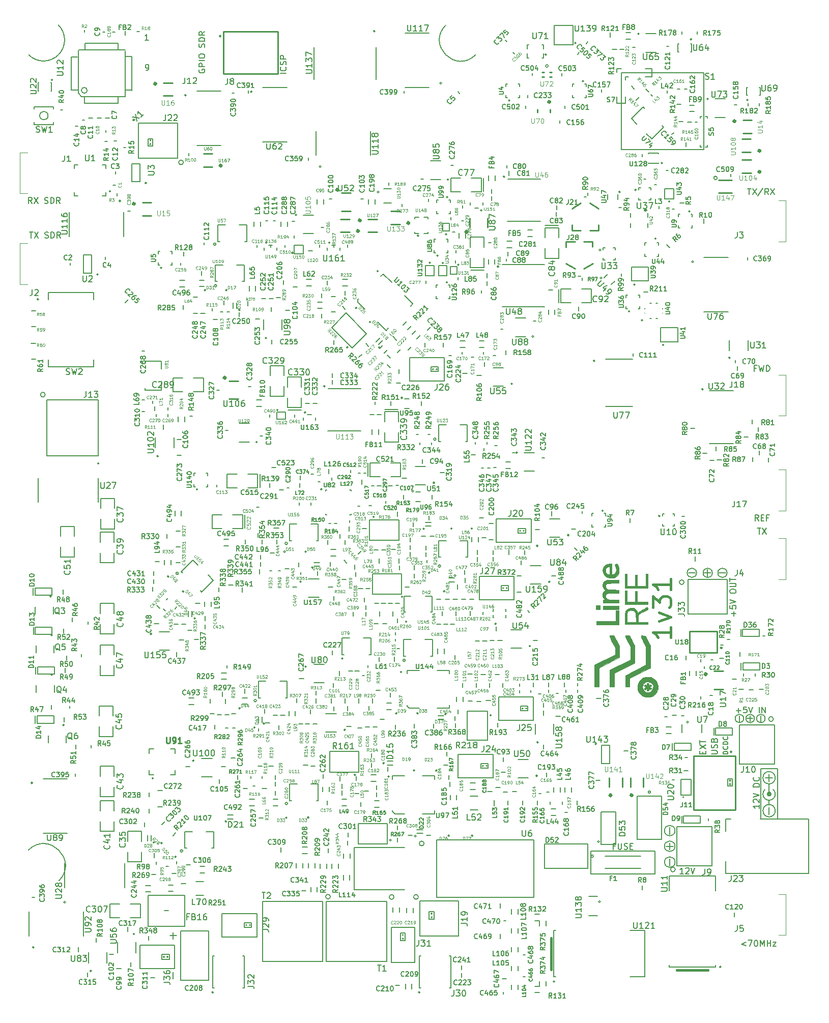
<source format=gto>
G04 #@! TF.FileFunction,Legend,Top*
%FSLAX46Y46*%
G04 Gerber Fmt 4.6, Leading zero omitted, Abs format (unit mm)*
G04 Created by KiCad (PCBNEW 4.0.7) date Fri May 21 10:28:59 2021*
%MOMM*%
%LPD*%
G01*
G04 APERTURE LIST*
%ADD10C,0.150000*%
%ADD11C,0.400000*%
%ADD12C,0.195580*%
%ADD13C,0.152400*%
%ADD14C,0.200000*%
%ADD15C,0.200660*%
%ADD16C,0.254000*%
%ADD17C,0.127000*%
%ADD18C,0.099060*%
%ADD19C,0.500000*%
%ADD20C,0.250000*%
%ADD21C,0.300000*%
%ADD22C,0.010000*%
%ADD23C,0.125000*%
%ADD24C,0.140000*%
%ADD25C,0.175000*%
%ADD26C,0.187500*%
%ADD27C,0.100000*%
G04 APERTURE END LIST*
D10*
D11*
X187018443Y-151123257D02*
X187018443Y-152837542D01*
X187018443Y-151980400D02*
X184018443Y-151980400D01*
X184447014Y-152266114D01*
X184732729Y-152551828D01*
X184875586Y-152837542D01*
X185018443Y-150123257D02*
X187018443Y-149408971D01*
X185018443Y-148694685D01*
X184018443Y-147837543D02*
X184018443Y-145980400D01*
X185161300Y-146980400D01*
X185161300Y-146551828D01*
X185304157Y-146266114D01*
X185447014Y-146123257D01*
X185732729Y-145980400D01*
X186447014Y-145980400D01*
X186732729Y-146123257D01*
X186875586Y-146266114D01*
X187018443Y-146551828D01*
X187018443Y-147408971D01*
X186875586Y-147694685D01*
X186732729Y-147837543D01*
X187018443Y-143123257D02*
X187018443Y-144837542D01*
X187018443Y-143980400D02*
X184018443Y-143980400D01*
X184447014Y-144266114D01*
X184732729Y-144551828D01*
X184875586Y-144837542D01*
D12*
X125340000Y-126617980D02*
X125340000Y-125922020D01*
X130080000Y-124832020D02*
X130080000Y-125527980D01*
D10*
X177769220Y-90003740D02*
X177469220Y-90003740D01*
X177769220Y-89703740D02*
X177769220Y-90003740D01*
X175769220Y-89703740D02*
X175769220Y-90003740D01*
X175769220Y-90003740D02*
X176069220Y-90003740D01*
X177769220Y-88003740D02*
X177469220Y-88003740D01*
X177769220Y-88303740D02*
X177769220Y-88003740D01*
X175769220Y-88003740D02*
X175769220Y-88303740D01*
X175769220Y-88003740D02*
X176069220Y-88003740D01*
D13*
X175375517Y-88343700D02*
G75*
G03X175375517Y-88343700I-146017J0D01*
G01*
D10*
X185533207Y-67680451D02*
X185780694Y-67927938D01*
X185780694Y-67927938D02*
X183836151Y-69872482D01*
X183836151Y-69872482D02*
X182952267Y-68988599D01*
X182598714Y-64745958D02*
X182386582Y-64533826D01*
X182386582Y-64533826D02*
X180442038Y-66478369D01*
X180442038Y-66478369D02*
X181325921Y-67362253D01*
D14*
X142828105Y-156643500D02*
G75*
G03X142828105Y-156643500I-200805J0D01*
G01*
D10*
X142921820Y-155915600D02*
X142571820Y-155915600D01*
X142571820Y-155915600D02*
X142571820Y-153165600D01*
X142571820Y-153165600D02*
X143821820Y-153165600D01*
X147071820Y-155915600D02*
X147371820Y-155915600D01*
X147371820Y-155915600D02*
X147371820Y-153165600D01*
X147371820Y-153165600D02*
X146121820Y-153165600D01*
X142721660Y-182162820D02*
X141091660Y-182162820D01*
X140721660Y-181772820D02*
X140721660Y-181612820D01*
X140721660Y-181792820D02*
X141091660Y-182162820D01*
D14*
X140177980Y-175972440D02*
G75*
G03X140177980Y-175972440I-127000J0D01*
G01*
D10*
X140721660Y-175862820D02*
X140721660Y-176412820D01*
X147721660Y-181612820D02*
X147721660Y-182162820D01*
X147721660Y-175862820D02*
X147721660Y-176412820D01*
X142721660Y-175862820D02*
X140721660Y-175862820D01*
X147721660Y-182162820D02*
X145721660Y-182162820D01*
X147721660Y-175862820D02*
X145721660Y-175862820D01*
D12*
X133197600Y-87899240D02*
X133197600Y-87503000D01*
D14*
X151441700Y-91102020D02*
X151441700Y-92402020D01*
X151441700Y-91102020D02*
X150341700Y-91102020D01*
X151803560Y-90815700D02*
G75*
G03X151803560Y-90815700I-127000J0D01*
G01*
X150341700Y-91102020D02*
X150341700Y-92402020D01*
X151441700Y-92402020D02*
X150341700Y-92402020D01*
X147953065Y-119841880D02*
G75*
G03X147953065Y-119841880I-200805J0D01*
G01*
D10*
X148724860Y-120201580D02*
X148374860Y-120201580D01*
X148374860Y-120201580D02*
X148374860Y-117451580D01*
X148374860Y-117451580D02*
X149624860Y-117451580D01*
X152874860Y-120201580D02*
X153174860Y-120201580D01*
X153174860Y-120201580D02*
X153174860Y-117451580D01*
X153174860Y-117451580D02*
X151924860Y-117451580D01*
D14*
X176044600Y-191271400D02*
X182044600Y-191271400D01*
X182044600Y-189271400D02*
X176044600Y-189271400D01*
X184344600Y-188371400D02*
X184344600Y-192171400D01*
X173744600Y-188371400D02*
X173744600Y-192171400D01*
D15*
X173744600Y-188371400D02*
X184344600Y-188371400D01*
X184344600Y-192171400D02*
X173744600Y-192171400D01*
D14*
X134392680Y-194801100D02*
X142742680Y-194801100D01*
X134342680Y-187801100D02*
X142742680Y-187801100D01*
X148042680Y-186501100D02*
X148042680Y-196101100D01*
X145952032Y-187118700D02*
G75*
G03X145952032Y-187118700I-390512J0D01*
G01*
X164242680Y-196101100D02*
X148042680Y-196101100D01*
X164242680Y-186501100D02*
X148042680Y-186501100D01*
X134342680Y-194801100D02*
X134342680Y-187801100D01*
X164242680Y-186501100D02*
X164242680Y-196101100D01*
D10*
X139862860Y-187178020D02*
X139862860Y-183778020D01*
X135012860Y-183778020D02*
X139862860Y-183778020D01*
X135012860Y-187178020D02*
X135012860Y-183778020D01*
X135012860Y-187178020D02*
X139862860Y-187178020D01*
D13*
X140494377Y-186547600D02*
G75*
G03X140494377Y-186547600I-146017J0D01*
G01*
X164915017Y-137583880D02*
G75*
G03X164915017Y-137583880I-146017J0D01*
G01*
D10*
X128573940Y-140355940D02*
X127623940Y-140355940D01*
X128573940Y-140955940D02*
X127623940Y-140955940D01*
D13*
X127528097Y-141197540D02*
G75*
G03X127528097Y-141197540I-146017J0D01*
G01*
D10*
X126723940Y-146130940D02*
X128473940Y-146130940D01*
X126723940Y-143080940D02*
X128473940Y-143080940D01*
D13*
X125553497Y-143534800D02*
G75*
G03X125553497Y-143534800I-146017J0D01*
G01*
D10*
X118448940Y-166030940D02*
X118448940Y-166980940D01*
X119048940Y-166030940D02*
X119048940Y-166980940D01*
D13*
X119439097Y-167151680D02*
G75*
G03X119439097Y-167151680I-146017J0D01*
G01*
D14*
X105087248Y-142171874D02*
G75*
G03X105087248Y-142171874I-200805J0D01*
G01*
D10*
X105795782Y-142109960D02*
X105548295Y-141862473D01*
X105548295Y-141862473D02*
X107492838Y-139917929D01*
X107492838Y-139917929D02*
X108376722Y-140801813D01*
X108730275Y-145044453D02*
X108942407Y-145256585D01*
X108942407Y-145256585D02*
X110886951Y-143312042D01*
X110886951Y-143312042D02*
X110003067Y-142428158D01*
D14*
X112169114Y-52749980D02*
G75*
G03X112169114Y-52749980I-170294J0D01*
G01*
D16*
X121618820Y-58989980D02*
X112618820Y-58989980D01*
X112618820Y-51989980D02*
X121618820Y-51989980D01*
X121618820Y-51989980D02*
X121618820Y-58989980D01*
X112618820Y-58989980D02*
X112618820Y-51989980D01*
D14*
X197194674Y-171895980D02*
G75*
G03X197194674Y-171895980I-170294J0D01*
G01*
D16*
X190784380Y-181515980D02*
X190784380Y-172515980D01*
X197784380Y-172515980D02*
X197784380Y-181515980D01*
X197784380Y-181515980D02*
X190784380Y-181515980D01*
X190784380Y-172515980D02*
X197784380Y-172515980D01*
D10*
X142248940Y-145655940D02*
X142248940Y-142255940D01*
X137398940Y-142255940D02*
X142248940Y-142255940D01*
X137398940Y-145655940D02*
X137398940Y-142255940D01*
X137398940Y-145655940D02*
X142248940Y-145655940D01*
D13*
X142443577Y-146054220D02*
G75*
G03X142443577Y-146054220I-146017J0D01*
G01*
D14*
X184579440Y-86471660D02*
G75*
G03X184579440Y-86471660I-127000J0D01*
G01*
D10*
X182907280Y-87122520D02*
X182657280Y-87122520D01*
X182657280Y-87572520D02*
X182657280Y-87122520D01*
X184707280Y-87122520D02*
X184957280Y-87122520D01*
X184957280Y-87572520D02*
X184957280Y-87122520D01*
X182657280Y-89422520D02*
X182657280Y-88972520D01*
X182907280Y-89422520D02*
X182657280Y-89422520D01*
X184957280Y-89422520D02*
X184957280Y-88972520D01*
X184707280Y-89422520D02*
X184957280Y-89422520D01*
D14*
X155873860Y-76352140D02*
X155863860Y-78552140D01*
D17*
X155473860Y-78615140D02*
X155473860Y-76329140D01*
X155473860Y-76329140D02*
X153822860Y-76329140D01*
X152044860Y-78615140D02*
X150393860Y-78615140D01*
X150393860Y-78615140D02*
X150393860Y-76329140D01*
X150393860Y-76329140D02*
X152044860Y-76329140D01*
X153822860Y-78615140D02*
X155473860Y-78615140D01*
D14*
X166119140Y-84260340D02*
X168319140Y-84270340D01*
D17*
X168382140Y-84660340D02*
X166096140Y-84660340D01*
X166096140Y-84660340D02*
X166096140Y-86311340D01*
X168382140Y-88089340D02*
X168382140Y-89740340D01*
X168382140Y-89740340D02*
X166096140Y-89740340D01*
X166096140Y-89740340D02*
X166096140Y-88089340D01*
X168382140Y-86311340D02*
X168382140Y-84660340D01*
D14*
X155933460Y-91710060D02*
X153733460Y-91700060D01*
D17*
X153670460Y-91310060D02*
X155956460Y-91310060D01*
X155956460Y-91310060D02*
X155956460Y-89659060D01*
X153670460Y-87881060D02*
X153670460Y-86230060D01*
X153670460Y-86230060D02*
X155956460Y-86230060D01*
X155956460Y-86230060D02*
X155956460Y-87881060D01*
X153670460Y-89659060D02*
X153670460Y-91310060D01*
D14*
X168332200Y-97106600D02*
X168342200Y-94906600D01*
D17*
X168732200Y-94843600D02*
X168732200Y-97129600D01*
X168732200Y-97129600D02*
X170383200Y-97129600D01*
X172161200Y-94843600D02*
X173812200Y-94843600D01*
X173812200Y-94843600D02*
X173812200Y-97129600D01*
X173812200Y-97129600D02*
X172161200Y-97129600D01*
X170383200Y-94843600D02*
X168732200Y-94843600D01*
D14*
X125523780Y-114963980D02*
X123323780Y-114953980D01*
D17*
X123260780Y-114563980D02*
X125546780Y-114563980D01*
X125546780Y-114563980D02*
X125546780Y-112912980D01*
X123260780Y-111134980D02*
X123260780Y-109483980D01*
X123260780Y-109483980D02*
X125546780Y-109483980D01*
X125546780Y-109483980D02*
X125546780Y-111134980D01*
X123260780Y-112912980D02*
X123260780Y-114563980D01*
D14*
X139428940Y-114865940D02*
X141628940Y-114875940D01*
D17*
X141691940Y-115265940D02*
X139405940Y-115265940D01*
X139405940Y-115265940D02*
X139405940Y-116916940D01*
X141691940Y-118694940D02*
X141691940Y-120345940D01*
X141691940Y-120345940D02*
X139405940Y-120345940D01*
X139405940Y-120345940D02*
X139405940Y-118694940D01*
X141691940Y-116916940D02*
X141691940Y-115265940D01*
D10*
X148273940Y-166455940D02*
X149223940Y-166455940D01*
X148273940Y-165855940D02*
X149223940Y-165855940D01*
D13*
X149654997Y-165596220D02*
G75*
G03X149654997Y-165596220I-146017J0D01*
G01*
D10*
X147058260Y-148584340D02*
X147258260Y-148584340D01*
X142658260Y-148584340D02*
X142858260Y-148584340D01*
X146158260Y-145984340D02*
X147258260Y-145984340D01*
X147258260Y-148584340D02*
X147258260Y-145984340D01*
X142658260Y-145984340D02*
X143758260Y-145984340D01*
X142658260Y-148584340D02*
X142658260Y-145984340D01*
D13*
X143104557Y-150194300D02*
G75*
G03X143104557Y-150194300I-146017J0D01*
G01*
D10*
X150073940Y-143555940D02*
X151023940Y-143555940D01*
X150073940Y-142955940D02*
X151023940Y-142955940D01*
D13*
X151254997Y-142536220D02*
G75*
G03X151254997Y-142536220I-146017J0D01*
G01*
D14*
X148713265Y-140941180D02*
G75*
G03X148713265Y-140941180I-200805J0D01*
G01*
D10*
X148763460Y-139472680D02*
X148413460Y-139472680D01*
X148413460Y-139472680D02*
X148413460Y-136722680D01*
X148413460Y-136722680D02*
X149663460Y-136722680D01*
X152913460Y-139472680D02*
X153213460Y-139472680D01*
X153213460Y-139472680D02*
X153213460Y-136722680D01*
X153213460Y-136722680D02*
X151963460Y-136722680D01*
X114198940Y-97080940D02*
X114198940Y-98030940D01*
X114798940Y-97080940D02*
X114798940Y-98030940D01*
D13*
X115384677Y-98315980D02*
G75*
G03X115384677Y-98315980I-146017J0D01*
G01*
D14*
X111463425Y-94286940D02*
G75*
G03X111463425Y-94286940I-200805J0D01*
G01*
D10*
X111600220Y-93582380D02*
X111250220Y-93582380D01*
X111250220Y-93582380D02*
X111250220Y-90832380D01*
X111250220Y-90832380D02*
X112500220Y-90832380D01*
X115750220Y-93582380D02*
X116050220Y-93582380D01*
X116050220Y-93582380D02*
X116050220Y-90832380D01*
X116050220Y-90832380D02*
X114800220Y-90832380D01*
X140764740Y-173437240D02*
X139814740Y-173437240D01*
X140764740Y-174037240D02*
X139814740Y-174037240D01*
D13*
X139386157Y-173753060D02*
G75*
G03X139386157Y-173753060I-146017J0D01*
G01*
D14*
X80920540Y-145828180D02*
X80920540Y-144628180D01*
X84020540Y-145828180D02*
X84020540Y-144628180D01*
X84020540Y-144628180D02*
X81220540Y-144628180D01*
X81220540Y-144628180D02*
X81220540Y-145828180D01*
X81220540Y-145828180D02*
X84020540Y-145828180D01*
X198411880Y-166756920D02*
X198411880Y-165827280D01*
X199129649Y-166314960D02*
G75*
G03X199129649Y-166314960I-702529J0D01*
G01*
X198427120Y-166756920D02*
X198427120Y-165827280D01*
X200210200Y-166764540D02*
X200210200Y-165834900D01*
X200672480Y-166312420D02*
X199742840Y-166312420D01*
X200912729Y-166322580D02*
G75*
G03X200912729Y-166322580I-702529J0D01*
G01*
X200657240Y-166312420D02*
X199727600Y-166312420D01*
X200194960Y-166764540D02*
X200194960Y-165834900D01*
X201985660Y-166764540D02*
X201985660Y-165834900D01*
X202703429Y-166322580D02*
G75*
G03X202703429Y-166322580I-702529J0D01*
G01*
X202000900Y-166764540D02*
X202000900Y-165834900D01*
X204068632Y-166409580D02*
G75*
G03X204068632Y-166409580I-390512J0D01*
G01*
X198445580Y-167428680D02*
X204245580Y-167428680D01*
X198445580Y-173928680D02*
X204245580Y-173928680D01*
X204245580Y-167428680D02*
X204245580Y-173928680D01*
X198445580Y-173928680D02*
X198445580Y-167428680D01*
X204779100Y-183058640D02*
X204779100Y-174704580D01*
X202025740Y-183061180D02*
X202025740Y-174707120D01*
X204782200Y-183061180D02*
X201899300Y-183061180D01*
X204779660Y-174704580D02*
X202025740Y-174704580D01*
X203362340Y-176784840D02*
X203362340Y-175585960D01*
X202767980Y-176165080D02*
X203966860Y-176165080D01*
X203359800Y-182268700D02*
X203359800Y-181069820D01*
X203357260Y-180627860D02*
X203357260Y-179947140D01*
X203377580Y-178872720D02*
X203377580Y-177203940D01*
X203419158Y-178905740D02*
G75*
G03X203419158Y-178905740I-31418J0D01*
G01*
X203567771Y-178905740D02*
G75*
G03X203567771Y-178905740I-187651J0D01*
G01*
X203708969Y-178895580D02*
G75*
G03X203708969Y-178895580I-328849J0D01*
G01*
X202638440Y-178161520D02*
G75*
G03X202661300Y-179652500I756920J-734060D01*
G01*
X202661300Y-179652500D02*
G75*
G03X204134500Y-179586460I703580J769620D01*
G01*
X204142120Y-179576300D02*
G75*
G03X204050680Y-178143740I-762000J670560D01*
G01*
X204383407Y-181669260D02*
G75*
G03X204383407Y-181669260I-1021067J0D01*
G01*
X204378327Y-176182860D02*
G75*
G03X204378327Y-176182860I-1021067J0D01*
G01*
D10*
X196988580Y-183069680D02*
X196178580Y-183069680D01*
X209978580Y-192069680D02*
X209978580Y-183069680D01*
X196178580Y-185069680D02*
X196178580Y-183069680D01*
X196178580Y-192069680D02*
X196178580Y-190069680D01*
X209978580Y-192069680D02*
X196178580Y-192069680D01*
X209978580Y-183069680D02*
X201988580Y-183069680D01*
D14*
X191065840Y-142078580D02*
X189976180Y-142078580D01*
X191287032Y-142073500D02*
G75*
G03X191287032Y-142073500I-774912J0D01*
G01*
X196377192Y-142078580D02*
G75*
G03X196377192Y-142078580I-774912J0D01*
G01*
X196156000Y-142083660D02*
X195066340Y-142083660D01*
X193135940Y-142652620D02*
X193135940Y-141514700D01*
X193702360Y-142088740D02*
X192612700Y-142088740D01*
X193923552Y-142083660D02*
G75*
G03X193923552Y-142083660I-774912J0D01*
G01*
X189209092Y-143632240D02*
G75*
G03X189209092Y-143632240I-390512J0D01*
G01*
X189875780Y-148966380D02*
X189875780Y-143166380D01*
X196375780Y-148966380D02*
X196375780Y-143166380D01*
X189875780Y-143166380D02*
X196375780Y-143166380D01*
X196375780Y-148966380D02*
X189875780Y-148966380D01*
X187724499Y-190226520D02*
G75*
G03X187724499Y-190226520I-879779J0D01*
G01*
X186837100Y-189639780D02*
X186837100Y-190798020D01*
X186829480Y-184394680D02*
X186829480Y-185552920D01*
X187716879Y-184981420D02*
G75*
G03X187716879Y-184981420I-879779J0D01*
G01*
X187716879Y-187590000D02*
G75*
G03X187716879Y-187590000I-879779J0D01*
G01*
X186245280Y-187600160D02*
X187403520Y-187600160D01*
X186829480Y-187003260D02*
X186829480Y-188161500D01*
X187747492Y-191447620D02*
G75*
G03X187747492Y-191447620I-390512J0D01*
G01*
X193856980Y-190847620D02*
X188056980Y-190847620D01*
X193856980Y-184347620D02*
X188056980Y-184347620D01*
X188056980Y-190847620D02*
X188056980Y-184347620D01*
X193856980Y-184347620D02*
X193856980Y-190847620D01*
D18*
X78753280Y-94025040D02*
X78753280Y-87222920D01*
X78753280Y-87222920D02*
X79954700Y-87222920D01*
X79954700Y-94025040D02*
X78755820Y-94025040D01*
X78743280Y-78905040D02*
X78743280Y-72102920D01*
X78743280Y-72102920D02*
X79944700Y-72102920D01*
X79944700Y-78905040D02*
X78745820Y-78905040D01*
X206154280Y-195542920D02*
X206154280Y-202345040D01*
X206154280Y-202345040D02*
X204952860Y-202345040D01*
X204952860Y-195542920D02*
X206151740Y-195542920D01*
X206154280Y-136352920D02*
X206154280Y-143155040D01*
X206154280Y-143155040D02*
X204952860Y-143155040D01*
X204952860Y-136352920D02*
X206151740Y-136352920D01*
X206173760Y-124900560D02*
X206173760Y-131702680D01*
X206173760Y-131702680D02*
X204972340Y-131702680D01*
X204972340Y-124900560D02*
X206171220Y-124900560D01*
X206159200Y-109115580D02*
X206159200Y-115917700D01*
X206159200Y-115917700D02*
X204957780Y-115917700D01*
X204957780Y-109115580D02*
X206156660Y-109115580D01*
X206143280Y-80130520D02*
X206143280Y-86932640D01*
X206143280Y-86932640D02*
X204941860Y-86932640D01*
X204941860Y-80130520D02*
X206140740Y-80130520D01*
D14*
X149575560Y-50915160D02*
G75*
G03X154531520Y-55859240I2477980J-2472040D01*
G01*
X80186140Y-55870700D02*
G75*
G03X85120940Y-50903700I2467400J2483500D01*
G01*
X85202640Y-193327820D02*
G75*
G03X80104440Y-188246580I-2549100J2540620D01*
G01*
D19*
X112896053Y-109612140D02*
G75*
G03X112896053Y-109612140I-115953J0D01*
G01*
D20*
X113533780Y-113133980D02*
X115033780Y-113133980D01*
X113533780Y-110133980D02*
X115033780Y-110133980D01*
D14*
X178762620Y-58828020D02*
X192482620Y-58828020D01*
X192482620Y-58828020D02*
X192482620Y-71588020D01*
X178762620Y-71588020D02*
X192482620Y-71588020D01*
X178762620Y-58828020D02*
X178762620Y-71588020D01*
D10*
X96193780Y-190453980D02*
X96193780Y-194453980D01*
X86193780Y-190453980D02*
X86193780Y-194453980D01*
D13*
X86300077Y-196893940D02*
G75*
G03X86300077Y-196893940I-146017J0D01*
G01*
D10*
X93174200Y-206972520D02*
X93174200Y-205222520D01*
X90124200Y-206972520D02*
X90124200Y-205222520D01*
D13*
X90635177Y-208337240D02*
G75*
G03X90635177Y-208337240I-146017J0D01*
G01*
D15*
X166259560Y-210852760D02*
X166259560Y-210055200D01*
X165182600Y-210852760D02*
X165182600Y-210055200D01*
X166259560Y-200822760D02*
X166259560Y-200025200D01*
X165182600Y-200822760D02*
X165182600Y-200025200D01*
X161559560Y-198872760D02*
X161559560Y-198075200D01*
X160482600Y-198872760D02*
X160482600Y-198075200D01*
X161589560Y-202012760D02*
X161589560Y-201215200D01*
X160512600Y-202012760D02*
X160512600Y-201215200D01*
X161559560Y-205142760D02*
X161559560Y-204345200D01*
X160482600Y-205142760D02*
X160482600Y-204345200D01*
X161559560Y-208302760D02*
X161559560Y-207505200D01*
X160482600Y-208302760D02*
X160482600Y-207505200D01*
X161569560Y-211452760D02*
X161569560Y-210655200D01*
X160492600Y-211452760D02*
X160492600Y-210655200D01*
D12*
X158653780Y-197841960D02*
X158653780Y-197146000D01*
X159601900Y-199983980D02*
X159205660Y-199983980D01*
X162811900Y-205693980D02*
X162415660Y-205693980D01*
X162801900Y-209333980D02*
X162405660Y-209333980D01*
X159153780Y-212202100D02*
X159153780Y-211805860D01*
D15*
X165182560Y-210878200D02*
X164385000Y-210878200D01*
X165182560Y-211955160D02*
X164385000Y-211955160D01*
X164375000Y-199999760D02*
X165172560Y-199999760D01*
X164375000Y-198922800D02*
X165172560Y-198922800D01*
D12*
X158653780Y-202921960D02*
X158653780Y-202226000D01*
X159671760Y-209613980D02*
X158975800Y-209613980D01*
D13*
X95062380Y-53904780D02*
X95062380Y-55047780D01*
X89525180Y-53904780D02*
X89525180Y-55022380D01*
X95062380Y-53904780D02*
X89525180Y-53904780D01*
X96256180Y-56139980D02*
X97348380Y-56139980D01*
X96281580Y-61753380D02*
X97348380Y-61753380D01*
X97348380Y-61778780D02*
X97373780Y-56139980D01*
X87264580Y-61727980D02*
X87239180Y-56216180D01*
X89017180Y-62820180D02*
X96205380Y-62820180D01*
X87264580Y-56190780D02*
X88305980Y-56190780D01*
X88407580Y-62185180D02*
X88407580Y-55123980D01*
X96230780Y-55073180D02*
X88509180Y-55073180D01*
X96230780Y-62820180D02*
X96230780Y-55200180D01*
X89448980Y-63963180D02*
X95087780Y-63963180D01*
X95087780Y-63963180D02*
X95087780Y-62820180D01*
X88991780Y-62810020D02*
X88407580Y-62225820D01*
X89448980Y-63958100D02*
X89448980Y-62810020D01*
X88407580Y-61727980D02*
X87259500Y-61727980D01*
X89912986Y-61773700D02*
G75*
G03X89912986Y-61773700I-479246J0D01*
G01*
D15*
X118105000Y-114359760D02*
X118902560Y-114359760D01*
X118105000Y-113282800D02*
X118902560Y-113282800D01*
X138374560Y-119032760D02*
X138374560Y-118235200D01*
X137297600Y-119032760D02*
X137297600Y-118235200D01*
D12*
X198510580Y-155939360D02*
X198510580Y-155243400D01*
X192013580Y-163065100D02*
X192013580Y-162668860D01*
D10*
X199837740Y-103401480D02*
X199837740Y-105101480D01*
X196737740Y-103401480D02*
X196737740Y-105101480D01*
D13*
X196894037Y-106291440D02*
G75*
G03X196894037Y-106291440I-146017J0D01*
G01*
D10*
X197409920Y-120551780D02*
X193409920Y-120551780D01*
X197409920Y-111801780D02*
X193409920Y-111801780D01*
D13*
X192415977Y-111537060D02*
G75*
G03X192415977Y-111537060I-146017J0D01*
G01*
D10*
X115198780Y-117208980D02*
X116898780Y-117208980D01*
X115198780Y-120308980D02*
X116898780Y-120308980D01*
D13*
X118234757Y-120298700D02*
G75*
G03X118234757Y-120298700I-146017J0D01*
G01*
D12*
X189920660Y-175022080D02*
X189224700Y-175022080D01*
X143794999Y-104509881D02*
X143302881Y-105001999D01*
X132798940Y-95853920D02*
X132798940Y-95157960D01*
X129848940Y-94153920D02*
X129848940Y-93457960D01*
D14*
X138456040Y-78693800D02*
G75*
G03X138456040Y-78693800I-150000J0D01*
G01*
D10*
X139256040Y-80543800D02*
X140556040Y-80543800D01*
X139256040Y-78143800D02*
X140556040Y-78143800D01*
D14*
X105806845Y-188355840D02*
G75*
G03X105806845Y-188355840I-200805J0D01*
G01*
D10*
X106477040Y-187877340D02*
X106127040Y-187877340D01*
X106127040Y-187877340D02*
X106127040Y-185127340D01*
X106127040Y-185127340D02*
X107377040Y-185127340D01*
X110627040Y-187877340D02*
X110927040Y-187877340D01*
X110927040Y-187877340D02*
X110927040Y-185127340D01*
X110927040Y-185127340D02*
X109677040Y-185127340D01*
X145340000Y-128630000D02*
X144540000Y-128630000D01*
X145340000Y-130230000D02*
X144540000Y-130230000D01*
D13*
X144225977Y-128469720D02*
G75*
G03X144225977Y-128469720I-146017J0D01*
G01*
D10*
X143498980Y-113106220D02*
X142698980Y-113106220D01*
X143498980Y-114706220D02*
X142698980Y-114706220D01*
D13*
X142384957Y-112945940D02*
G75*
G03X142384957Y-112945940I-146017J0D01*
G01*
D10*
X127614780Y-160358200D02*
X129364780Y-160358200D01*
X127614780Y-157308200D02*
X129364780Y-157308200D01*
D13*
X126396077Y-157673160D02*
G75*
G03X126396077Y-157673160I-146017J0D01*
G01*
D10*
X168573940Y-133130940D02*
X166823940Y-133130940D01*
X168573940Y-136180940D02*
X166823940Y-136180940D01*
D13*
X170084677Y-135815980D02*
G75*
G03X170084677Y-135815980I-146017J0D01*
G01*
D19*
X131622213Y-78320180D02*
G75*
G03X131622213Y-78320180I-115953J0D01*
G01*
D20*
X132259940Y-81842020D02*
X133759940Y-81842020D01*
X132259940Y-78842020D02*
X133759940Y-78842020D01*
D10*
X146229300Y-124399040D02*
X144479300Y-124399040D01*
X146229300Y-127449040D02*
X144479300Y-127449040D01*
D13*
X147740037Y-127084080D02*
G75*
G03X147740037Y-127084080I-146017J0D01*
G01*
D10*
X98683900Y-73975700D02*
X97333900Y-73975700D01*
X97333900Y-76975700D02*
X97333900Y-73975700D01*
X98683900Y-76975700D02*
X98683900Y-73975700D01*
X98683900Y-76975700D02*
X97333900Y-76975700D01*
D13*
X99794877Y-77215420D02*
G75*
G03X99794877Y-77215420I-146017J0D01*
G01*
D10*
X90660040Y-89169980D02*
X89310040Y-89169980D01*
X89310040Y-92169980D02*
X89310040Y-89169980D01*
X90660040Y-92169980D02*
X90660040Y-89169980D01*
X90660040Y-92169980D02*
X89310040Y-92169980D01*
D13*
X91771017Y-92409700D02*
G75*
G03X91771017Y-92409700I-146017J0D01*
G01*
D12*
X145283960Y-120760220D02*
X145283960Y-120363980D01*
X141554660Y-184114040D02*
X141554660Y-184810000D01*
X141554660Y-186852160D02*
X141554660Y-186156200D01*
X146248940Y-139353920D02*
X146248940Y-138657960D01*
X156447260Y-120681480D02*
X156447260Y-120285240D01*
X108514340Y-197301720D02*
X108514340Y-196605760D01*
D15*
X109459220Y-190916160D02*
X108661660Y-190916160D01*
X109459220Y-191993120D02*
X108661660Y-191993120D01*
D12*
X100195840Y-181378460D02*
X100195840Y-182074420D01*
X102385320Y-181002540D02*
X101689360Y-181002540D01*
X100183140Y-178647960D02*
X100183140Y-179343920D01*
X137798940Y-113657820D02*
X137798940Y-114054060D01*
X141469160Y-154717700D02*
X141865400Y-154717700D01*
X141222780Y-152403320D02*
X141222780Y-152007080D01*
X141222780Y-153455320D02*
X141222780Y-153059080D01*
X124366480Y-85968440D02*
X124366480Y-86364680D01*
X142321280Y-81071720D02*
X142321280Y-80675480D01*
X172262800Y-93004640D02*
X172262800Y-93400880D01*
X155519580Y-95511220D02*
X155519580Y-95114980D01*
X178769700Y-81321780D02*
X178373460Y-81321780D01*
X172003720Y-92740480D02*
X171607480Y-92740480D01*
X173233080Y-78816200D02*
X173233080Y-79212440D01*
X152359360Y-81348580D02*
X152359360Y-80952340D01*
X172587920Y-79461360D02*
X172984160Y-79461360D01*
X150464520Y-83309460D02*
X150464520Y-82913220D01*
X151602900Y-93286180D02*
X151602900Y-92889940D01*
X151074120Y-85374480D02*
X150677880Y-85374480D01*
X151211740Y-90487100D02*
X151211740Y-90090860D01*
X157440620Y-139002360D02*
X157440620Y-138306400D01*
X146248940Y-138253920D02*
X146248940Y-137557960D01*
X137650960Y-138255940D02*
X138346920Y-138255940D01*
X138503780Y-140431960D02*
X138503780Y-139736000D01*
X99045420Y-113283340D02*
X99441660Y-113283340D01*
X153815240Y-122425060D02*
X154511200Y-122425060D01*
X164112540Y-161074440D02*
X164112540Y-160378480D01*
X151257460Y-88424620D02*
X151257460Y-88820860D01*
X160084760Y-138994740D02*
X160084760Y-138298780D01*
X157425380Y-139457020D02*
X157425380Y-140152980D01*
X154788860Y-138298780D02*
X154788860Y-138994740D01*
X154796480Y-139487500D02*
X154796480Y-140183460D01*
X146486180Y-140360120D02*
X146486180Y-139963880D01*
X144353780Y-141531960D02*
X144353780Y-140836000D01*
X141822740Y-140433780D02*
X141822740Y-139737820D01*
X139596920Y-138255940D02*
X138900960Y-138255940D01*
X135002881Y-138951999D02*
X135494999Y-138459881D01*
X154527020Y-120681480D02*
X154527020Y-120285240D01*
X155481880Y-124590000D02*
X155878120Y-124590000D01*
X147234680Y-120760220D02*
X147234680Y-120363980D01*
X138846920Y-115705940D02*
X138150960Y-115705940D01*
X137646920Y-115705940D02*
X136950960Y-115705940D01*
X130698700Y-108869400D02*
X130698700Y-109565360D01*
X130673300Y-109992080D02*
X130673300Y-110688040D01*
X127444960Y-113840180D02*
X128140920Y-113840180D01*
X126205440Y-113855420D02*
X126901400Y-113855420D01*
D17*
X120405580Y-112678080D02*
X122691580Y-112678080D01*
X122691580Y-112678080D02*
X122691580Y-111027080D01*
X120405580Y-109249080D02*
X120405580Y-107598080D01*
X120405580Y-107598080D02*
X122691580Y-107598080D01*
X122691580Y-107598080D02*
X122691580Y-109249080D01*
X120405580Y-111027080D02*
X120405580Y-112678080D01*
D12*
X117161900Y-111123980D02*
X116765660Y-111123980D01*
X99426420Y-115203580D02*
X99030180Y-115203580D01*
X124429980Y-83563060D02*
X124033740Y-83563060D01*
X129271220Y-84553660D02*
X128874980Y-84553660D01*
X164134220Y-100148260D02*
X164530460Y-100148260D01*
D15*
X152864240Y-86353520D02*
X152864240Y-85555960D01*
X151787280Y-86353520D02*
X151787280Y-85555960D01*
D12*
X146293780Y-93505860D02*
X146293780Y-93902100D01*
X150429420Y-74292060D02*
X150825660Y-74292060D01*
X145825900Y-76546580D02*
X145429660Y-76546580D01*
X146699660Y-80234660D02*
X146699660Y-79838420D01*
X100792940Y-113496700D02*
X100792940Y-113892940D01*
X99446740Y-105195980D02*
X99050500Y-105195980D01*
X105430780Y-90489640D02*
X105430780Y-90885880D01*
X163220860Y-62559800D02*
X163220860Y-62956040D01*
X138527260Y-156785960D02*
X138527260Y-156090000D01*
X134067020Y-158429340D02*
X133371060Y-158429340D01*
X130698940Y-155703920D02*
X130698940Y-155007960D01*
D15*
X140758000Y-197785200D02*
X140758000Y-198582760D01*
X141834960Y-197785200D02*
X141834960Y-198582760D01*
X143078000Y-197825200D02*
X143078000Y-198622760D01*
X144154960Y-197825200D02*
X144154960Y-198622760D01*
X142868000Y-210495200D02*
X142868000Y-211292760D01*
X143944960Y-210495200D02*
X143944960Y-211292760D01*
D14*
X104233780Y-208563980D02*
X104233780Y-209113980D01*
X104233780Y-209113980D02*
X104233780Y-209663980D01*
X104233780Y-201913980D02*
X104233780Y-202463980D01*
X104233780Y-202463980D02*
X104233780Y-203013980D01*
X103683780Y-202463980D02*
X104233780Y-202463980D01*
X104233780Y-202463980D02*
X104783780Y-202463980D01*
X110133780Y-201713980D02*
X110133780Y-209913980D01*
X110133780Y-209913980D02*
X105433780Y-209913980D01*
X105433780Y-209913980D02*
X105433780Y-201713980D01*
X105433780Y-201713980D02*
X110133780Y-201713980D01*
D12*
X151065280Y-156462680D02*
X151065280Y-155766720D01*
D15*
X137818160Y-80705240D02*
X137818160Y-79907680D01*
X136741200Y-80705240D02*
X136741200Y-79907680D01*
D12*
X141062760Y-156772560D02*
X141062760Y-156076600D01*
X118146020Y-87525460D02*
X118146020Y-87921700D01*
X119969740Y-83507180D02*
X119573500Y-83507180D01*
X121249900Y-83507180D02*
X120853660Y-83507180D01*
X111501380Y-127403460D02*
X111501380Y-127799700D01*
X109337300Y-87093660D02*
X109337300Y-87489900D01*
X135844580Y-79828940D02*
X135448340Y-79828940D01*
X130617260Y-79823860D02*
X130221020Y-79823860D01*
D15*
X129217720Y-80710320D02*
X129217720Y-79912760D01*
X128140760Y-80710320D02*
X128140760Y-79912760D01*
D12*
X167352980Y-95001080D02*
X166657020Y-95001080D01*
X171642460Y-97768280D02*
X171642460Y-98464240D01*
X159934100Y-88610040D02*
X159934100Y-89306000D01*
X159614060Y-89801300D02*
X159614060Y-90197540D01*
X156474620Y-92938200D02*
X156474620Y-92242240D01*
X156459380Y-94248840D02*
X156459380Y-93552880D01*
X167990980Y-82031440D02*
X167990980Y-82727400D01*
X167996060Y-80903680D02*
X167996060Y-81599640D01*
X160040780Y-75214080D02*
X160040780Y-75910040D01*
X159741060Y-74276820D02*
X159741060Y-74673060D01*
X157201060Y-78932640D02*
X157201060Y-78236680D01*
X157201060Y-80136600D02*
X157201060Y-79440640D01*
X188887560Y-52376940D02*
X188887560Y-51980700D01*
X191386920Y-52407420D02*
X191386920Y-52011180D01*
X182827441Y-61574601D02*
X183319559Y-62066719D01*
D10*
X163110380Y-54159840D02*
X163360380Y-54159840D01*
X163110380Y-54859840D02*
X163110380Y-54159840D01*
X165810380Y-54859840D02*
X165810380Y-54159840D01*
X165810380Y-54159840D02*
X165560380Y-54159840D01*
X163110380Y-56359840D02*
X163360380Y-56359840D01*
X163110380Y-55659840D02*
X163110380Y-56359840D01*
X165810380Y-55659840D02*
X165810380Y-56359840D01*
X165810380Y-56359840D02*
X165560380Y-56359840D01*
D13*
X166346117Y-55819880D02*
G75*
G03X166346117Y-55819880I-146017J0D01*
G01*
D20*
X165590780Y-59525720D02*
X165890780Y-59525720D01*
X165590780Y-58725720D02*
X165890780Y-58725720D01*
X166890780Y-59525720D02*
X167190780Y-59525720D01*
X166890780Y-58725720D02*
X167190780Y-58725720D01*
D10*
X166597141Y-57709720D02*
G75*
G03X166597141Y-57709720I-209201J0D01*
G01*
D15*
X154447720Y-177080160D02*
X153650160Y-177080160D01*
X154447720Y-178157120D02*
X153650160Y-178157120D01*
X137167440Y-176794540D02*
X137965000Y-176794540D01*
X137167440Y-175717580D02*
X137965000Y-175717580D01*
D12*
X113576100Y-98661140D02*
X113179860Y-98661140D01*
X117150340Y-176297560D02*
X117150340Y-175901320D01*
X130530600Y-163708080D02*
X130530600Y-163012120D01*
X130979040Y-165017820D02*
X130979040Y-164321860D01*
X133252340Y-164992420D02*
X133252340Y-164296460D01*
X136833740Y-164232960D02*
X136833740Y-164928920D01*
X140338940Y-162744520D02*
X140338940Y-162048560D01*
X153946920Y-158955940D02*
X153250960Y-158955940D01*
X155450960Y-159005940D02*
X156146920Y-159005940D01*
X156878620Y-161099840D02*
X156878620Y-160403880D01*
X159093500Y-161099840D02*
X159093500Y-160403880D01*
X148966380Y-149189040D02*
X148966380Y-148493080D01*
X153598940Y-149153920D02*
X153598940Y-148457960D01*
X135089900Y-163708080D02*
X135089900Y-163012120D01*
X152413300Y-161104920D02*
X152413300Y-160408960D01*
X154653580Y-161104920D02*
X154653580Y-160408960D01*
X157750960Y-159005940D02*
X158446920Y-159005940D01*
X151287940Y-149163640D02*
X151287940Y-148467680D01*
X161857020Y-162016780D02*
X161857020Y-161620540D01*
X163736620Y-161986300D02*
X163736620Y-161590060D01*
X165382540Y-162199660D02*
X164986300Y-162199660D01*
X166672860Y-161955820D02*
X166672860Y-161559580D01*
X168323860Y-162153940D02*
X167927620Y-162153940D01*
X169578620Y-161950740D02*
X169578620Y-161554500D01*
X171503940Y-161549420D02*
X171503940Y-161945660D01*
X166683020Y-161074440D02*
X166683020Y-160378480D01*
X169263660Y-161028720D02*
X169263660Y-160332760D01*
X155748940Y-149004060D02*
X155748940Y-148607820D01*
X163447312Y-148635712D02*
X163167128Y-148355528D01*
X161846860Y-160949980D02*
X161846860Y-160553740D01*
X171483620Y-160848380D02*
X171483620Y-160452140D01*
D15*
X107628820Y-162924860D02*
X106831260Y-162924860D01*
X107628820Y-164001820D02*
X106831260Y-164001820D01*
D10*
X175509540Y-173791140D02*
X176859540Y-173791140D01*
X176859540Y-170791140D02*
X176859540Y-173791140D01*
X175509540Y-170791140D02*
X175509540Y-173791140D01*
X175509540Y-170791140D02*
X176859540Y-170791140D01*
D13*
X174690597Y-170551420D02*
G75*
G03X174690597Y-170551420I-146017J0D01*
G01*
D14*
X118070905Y-163343960D02*
G75*
G03X118070905Y-163343960I-200805J0D01*
G01*
D10*
X118741100Y-162865460D02*
X118391100Y-162865460D01*
X118391100Y-162865460D02*
X118391100Y-160115460D01*
X118391100Y-160115460D02*
X119641100Y-160115460D01*
X122891100Y-162865460D02*
X123191100Y-162865460D01*
X123191100Y-162865460D02*
X123191100Y-160115460D01*
X123191100Y-160115460D02*
X121941100Y-160115460D01*
D14*
X123228745Y-137174440D02*
G75*
G03X123228745Y-137174440I-200805J0D01*
G01*
D10*
X123898940Y-136695940D02*
X123548940Y-136695940D01*
X123548940Y-136695940D02*
X123548940Y-133945940D01*
X123548940Y-133945940D02*
X124798940Y-133945940D01*
X128048940Y-136695940D02*
X128348940Y-136695940D01*
X128348940Y-136695940D02*
X128348940Y-133945940D01*
X128348940Y-133945940D02*
X127098940Y-133945940D01*
X159561700Y-148130500D02*
X159461700Y-148130500D01*
X157561700Y-148130500D02*
X157461700Y-148130500D01*
X157561700Y-149480500D02*
X157461700Y-149480500D01*
X159561700Y-149480500D02*
X159461700Y-149480500D01*
X157461700Y-148530500D02*
X157461700Y-148130500D01*
X159561700Y-148530500D02*
X159561700Y-148130500D01*
X157461700Y-149480500D02*
X157461700Y-149080500D01*
X159561700Y-149480500D02*
X159561700Y-149080500D01*
D13*
X157997437Y-150565540D02*
G75*
G03X157997437Y-150565540I-146017J0D01*
G01*
D12*
X165051160Y-178794280D02*
X165447400Y-178794280D01*
X166928800Y-180563520D02*
X166928800Y-180167280D01*
X166380620Y-178550540D02*
X166776860Y-178550540D01*
X168998940Y-180554060D02*
X168998940Y-180157820D01*
X169824860Y-181941440D02*
X169428620Y-181941440D01*
X150475360Y-105942480D02*
X150079120Y-105942480D01*
X152245740Y-105696100D02*
X152245740Y-105299860D01*
X154221860Y-106196480D02*
X153825620Y-106196480D01*
X155865240Y-105696100D02*
X155865240Y-105299860D01*
X157841360Y-105878980D02*
X157445120Y-105878980D01*
X122548940Y-94103920D02*
X122548940Y-93407960D01*
X124846920Y-94505940D02*
X124150960Y-94505940D01*
X146141540Y-104500280D02*
X146141540Y-103804320D01*
D15*
X167081660Y-182429120D02*
X167879220Y-182429120D01*
X167081660Y-181352160D02*
X167879220Y-181352160D01*
X168618220Y-178559400D02*
X168618220Y-177761840D01*
X167541260Y-178559400D02*
X167541260Y-177761840D01*
X169416660Y-177786840D02*
X169416660Y-178584400D01*
X170493620Y-177786840D02*
X170493620Y-178584400D01*
D12*
X112067340Y-98676380D02*
X112463580Y-98676380D01*
X110710980Y-98051540D02*
X110710980Y-98447780D01*
X117450820Y-177555940D02*
X117847060Y-177555940D01*
X119042640Y-176297560D02*
X119042640Y-175901320D01*
X149748940Y-171857960D02*
X149748940Y-172553920D01*
X137178240Y-174428120D02*
X137178240Y-173732160D01*
D15*
X106117160Y-93384100D02*
X105319600Y-93384100D01*
X106117160Y-94461060D02*
X105319600Y-94461060D01*
X117701520Y-179764660D02*
X116903960Y-179764660D01*
X117701520Y-180841620D02*
X116903960Y-180841620D01*
D14*
X123243945Y-180468240D02*
G75*
G03X123243945Y-180468240I-200805J0D01*
G01*
D10*
X123914140Y-179989740D02*
X123564140Y-179989740D01*
X123564140Y-179989740D02*
X123564140Y-177239740D01*
X123564140Y-177239740D02*
X124814140Y-177239740D01*
X128064140Y-179989740D02*
X128364140Y-179989740D01*
X128364140Y-179989740D02*
X128364140Y-177239740D01*
X128364140Y-177239740D02*
X127114140Y-177239740D01*
D12*
X134137860Y-149280480D02*
X134137860Y-148584520D01*
X136298940Y-147457960D02*
X136298940Y-148153920D01*
X138537140Y-149239840D02*
X138537140Y-148543880D01*
X139796920Y-150505940D02*
X139100960Y-150505940D01*
X140767260Y-149234760D02*
X140767260Y-148538800D01*
X120289780Y-116141420D02*
X120289780Y-115745180D01*
X124404580Y-116156660D02*
X124404580Y-115760420D01*
X136317180Y-149255080D02*
X136317180Y-148559120D01*
X138346920Y-150505940D02*
X137650960Y-150505940D01*
D15*
X132529000Y-192403600D02*
X132529000Y-193201160D01*
X133605960Y-192403600D02*
X133605960Y-193201160D01*
D12*
X141498940Y-150403920D02*
X141498940Y-149707960D01*
D15*
X105574720Y-132554720D02*
X105574720Y-131757160D01*
X104497760Y-132554720D02*
X104497760Y-131757160D01*
D12*
X103198940Y-135607960D02*
X103198940Y-136303920D01*
X114146920Y-144105940D02*
X113450960Y-144105940D01*
D15*
X113460240Y-136471920D02*
X112662680Y-136471920D01*
X113460240Y-137548880D02*
X112662680Y-137548880D01*
D12*
X118310000Y-136137980D02*
X118310000Y-135442020D01*
X131990000Y-136327980D02*
X131990000Y-135632020D01*
D10*
X94999390Y-203550430D02*
X94999390Y-205300430D01*
X98049390Y-203550430D02*
X98049390Y-205300430D01*
D13*
X97830447Y-202185710D02*
G75*
G03X97830447Y-202185710I-146017J0D01*
G01*
D10*
X127938700Y-116651300D02*
X127938700Y-116251300D01*
X126588700Y-115776300D02*
X127188700Y-115776300D01*
X125838700Y-116651300D02*
X125838700Y-116251300D01*
D13*
X126294997Y-115391260D02*
G75*
G03X126294997Y-115391260I-146017J0D01*
G01*
D15*
X132563060Y-188769860D02*
X132563060Y-189567420D01*
X133640020Y-188769860D02*
X133640020Y-189567420D01*
D12*
X134663640Y-175954660D02*
X134663640Y-176650620D01*
X150119540Y-176460120D02*
X150119540Y-175764160D01*
X110372020Y-163780840D02*
X110372020Y-163084880D01*
X141833780Y-140846000D02*
X141833780Y-141541960D01*
D15*
X124706840Y-190408160D02*
X124706840Y-191205720D01*
X125783800Y-190408160D02*
X125783800Y-191205720D01*
X125717760Y-188797800D02*
X126515320Y-188797800D01*
X125717760Y-187720840D02*
X126515320Y-187720840D01*
X126708360Y-190382760D02*
X126708360Y-191180320D01*
X127785320Y-190382760D02*
X127785320Y-191180320D01*
X131699560Y-191282760D02*
X131699560Y-190485200D01*
X130622600Y-191282760D02*
X130622600Y-190485200D01*
X129769560Y-191292760D02*
X129769560Y-190495200D01*
X128692600Y-191292760D02*
X128692600Y-190495200D01*
D12*
X144638220Y-119041780D02*
X145034460Y-119041780D01*
X146571740Y-119083820D02*
X146967980Y-119083820D01*
X155944340Y-121313940D02*
X155944340Y-121710180D01*
X158108420Y-120938020D02*
X157712180Y-120938020D01*
X105898940Y-97557960D02*
X105898940Y-98253920D01*
X121400960Y-96305940D02*
X122096920Y-96305940D01*
X112384260Y-162619560D02*
X112384260Y-161923600D01*
X120155160Y-174270640D02*
X120851120Y-174270640D01*
X127998940Y-162403920D02*
X127998940Y-161707960D01*
X126591520Y-174105540D02*
X125895560Y-174105540D01*
X138637140Y-161647240D02*
X137941180Y-161647240D01*
X137248940Y-172107960D02*
X137248940Y-172803920D01*
X112937420Y-163801160D02*
X112937420Y-163105200D01*
X124728100Y-163699560D02*
X124728100Y-163003600D01*
X127979300Y-163709720D02*
X127979300Y-163013760D01*
X104700960Y-135105940D02*
X105396920Y-135105940D01*
X104700960Y-137755940D02*
X105396920Y-137755940D01*
X111848940Y-145203920D02*
X111848940Y-144507960D01*
X115748940Y-145253920D02*
X115748940Y-144557960D01*
X116241540Y-137223760D02*
X116241540Y-136527800D01*
X118984740Y-137233920D02*
X118984740Y-136537960D01*
X129966060Y-137308720D02*
X129966060Y-136612760D01*
X132800700Y-137308720D02*
X132800700Y-136612760D01*
X178542140Y-54937260D02*
X179238100Y-54937260D01*
X177297540Y-54947420D02*
X177993500Y-54947420D01*
X189555580Y-70403320D02*
X189555580Y-71099280D01*
X188323680Y-66981940D02*
X189019640Y-66981940D01*
X189771480Y-67042900D02*
X190467440Y-67042900D01*
X180937039Y-61523159D02*
X180444921Y-61031041D01*
X173236472Y-53697348D02*
X172956288Y-53977532D01*
X159479048Y-53438268D02*
X159759232Y-53718452D01*
D10*
X170774620Y-50957280D02*
X170774620Y-54157280D01*
X167574620Y-50957280D02*
X167574620Y-54157280D01*
X167574620Y-50957280D02*
X170774620Y-50957280D01*
X167574620Y-54157280D02*
X170774620Y-54157280D01*
D13*
X171260597Y-53897000D02*
G75*
G03X171260597Y-53897000I-146017J0D01*
G01*
D12*
X87127540Y-90878260D02*
X87127540Y-90482020D01*
X94613780Y-75702100D02*
X94613780Y-75305860D01*
X92964460Y-89918140D02*
X92964460Y-89521900D01*
X151854752Y-62288412D02*
X151574568Y-62008228D01*
X145653780Y-123186000D02*
X145653780Y-123881960D01*
X167163780Y-131866000D02*
X167163780Y-132561960D01*
X95532520Y-207909040D02*
X94836560Y-207909040D01*
X130848940Y-160457960D02*
X130848940Y-161153920D01*
X141708120Y-127510000D02*
X141311880Y-127510000D01*
X111577120Y-99926060D02*
X110881160Y-99926060D01*
X118326360Y-174283340D02*
X119022320Y-174283340D01*
X186682840Y-54429260D02*
X186286600Y-54429260D01*
X181066900Y-54594360D02*
X180670660Y-54594360D01*
X168575180Y-67233400D02*
X168575180Y-66837160D01*
X175448420Y-61630160D02*
X175448420Y-62026400D01*
X197968060Y-64213340D02*
X197571820Y-64213340D01*
X187480792Y-68812888D02*
X187200608Y-69093072D01*
X191439220Y-67046980D02*
X191042980Y-67046980D01*
X188504020Y-61576820D02*
X188107780Y-61576820D01*
X189677500Y-61576820D02*
X189281260Y-61576820D01*
X129888440Y-180714620D02*
X129888440Y-180018660D01*
X132339540Y-178342260D02*
X132339540Y-179038220D01*
X131996640Y-176663320D02*
X131996640Y-175967360D01*
X134400060Y-178805940D02*
X135096020Y-178805940D01*
X139959540Y-175113920D02*
X139959540Y-174417960D01*
X149896020Y-174067440D02*
X149200060Y-174067440D01*
X158596920Y-177805940D02*
X157900960Y-177805940D01*
X140515800Y-138163980D02*
X141211760Y-138163980D01*
X147646920Y-135955940D02*
X146950960Y-135955940D01*
X144198940Y-134403920D02*
X144198940Y-133707960D01*
X155851760Y-132893980D02*
X155155800Y-132893980D01*
X171171920Y-134780940D02*
X170475960Y-134780940D01*
X141205800Y-210703980D02*
X141901760Y-210703980D01*
X152213780Y-209371960D02*
X152213780Y-208676000D01*
X135159220Y-158391240D02*
X134463260Y-158391240D01*
X136063460Y-159191340D02*
X135667220Y-159191340D01*
X152243780Y-208091960D02*
X152243780Y-207396000D01*
X130007820Y-188635240D02*
X130007820Y-187939280D01*
X118596920Y-99805940D02*
X117900960Y-99805940D01*
X113850960Y-172855940D02*
X114546920Y-172855940D01*
X96254081Y-97133959D02*
X96746199Y-96641841D01*
X125230360Y-159724740D02*
X125926320Y-159724740D01*
X101689360Y-178272040D02*
X102385320Y-178272040D01*
X186212940Y-75120100D02*
X186609180Y-75120100D01*
X182283560Y-72778220D02*
X182283560Y-72381980D01*
D15*
X123218400Y-84454600D02*
X123218400Y-83657040D01*
X122141440Y-84454600D02*
X122141440Y-83657040D01*
D12*
X140727980Y-127620000D02*
X140032020Y-127620000D01*
X105588260Y-193829540D02*
X106284220Y-193829540D01*
X133319980Y-185297680D02*
X133319980Y-185993640D01*
X102324681Y-184004499D02*
X102816799Y-183512381D01*
X147023280Y-185737100D02*
X146327320Y-185737100D01*
X143995600Y-185737100D02*
X143299640Y-185737100D01*
X122184620Y-188513320D02*
X122184620Y-187817360D01*
X101141760Y-209453980D02*
X100445800Y-209453980D01*
X96692140Y-201029440D02*
X96692140Y-201725400D01*
X187216240Y-81495500D02*
X187612480Y-81495500D01*
X149326920Y-125355940D02*
X148630960Y-125355940D01*
X165583060Y-122907660D02*
X165979300Y-122907660D01*
X160696100Y-122074540D02*
X161092340Y-122074540D01*
X157940780Y-124588000D02*
X157544540Y-124588000D01*
X182875380Y-76580600D02*
X182479140Y-76580600D01*
X184269840Y-77507700D02*
X184666080Y-77507700D01*
X169377820Y-64363200D02*
X169377820Y-64759440D01*
X162885580Y-64373360D02*
X162885580Y-64769600D01*
X168910460Y-58927600D02*
X168910460Y-59323840D01*
X163952380Y-58907280D02*
X163952380Y-59303520D01*
X171753112Y-55495668D02*
X171472928Y-55775852D01*
X160713488Y-55429628D02*
X160993672Y-55709812D01*
D15*
X143238743Y-101609703D02*
X143802703Y-101045743D01*
X142477217Y-100848177D02*
X143041177Y-100284217D01*
D10*
X185000460Y-73938100D02*
X185000460Y-73838100D01*
X183300460Y-73938100D02*
X183300460Y-73838100D01*
X185000460Y-72338100D02*
X185000460Y-72238100D01*
X185000460Y-73938100D02*
X183300460Y-73938100D01*
D14*
X185628460Y-73886600D02*
G75*
G03X185628460Y-73886600I-127000J0D01*
G01*
D10*
X183300460Y-72338100D02*
X183300460Y-72238100D01*
X185000460Y-72238100D02*
X183300460Y-72238100D01*
D12*
X197543780Y-199291960D02*
X197543780Y-198596000D01*
D10*
X163323940Y-173180940D02*
X161573940Y-173180940D01*
X163323940Y-176230940D02*
X161573940Y-176230940D01*
D13*
X164834677Y-175865980D02*
G75*
G03X164834677Y-175865980I-146017J0D01*
G01*
D12*
X159148940Y-173503920D02*
X159148940Y-172807960D01*
X111860840Y-176435060D02*
X111860840Y-177131020D01*
X119196920Y-182855940D02*
X118500960Y-182855940D01*
X116546920Y-178005940D02*
X115850960Y-178005940D01*
X106280460Y-174319240D02*
X106976420Y-174319240D01*
D10*
X108941140Y-176022040D02*
X110691140Y-176022040D01*
X108941140Y-172972040D02*
X110691140Y-172972040D01*
D13*
X107722437Y-173337000D02*
G75*
G03X107722437Y-173337000I-146017J0D01*
G01*
D15*
X99644660Y-195180820D02*
X100442220Y-195180820D01*
X99644660Y-194103860D02*
X100442220Y-194103860D01*
X103429260Y-195091920D02*
X104226820Y-195091920D01*
X103429260Y-194014960D02*
X104226820Y-194014960D01*
D12*
X101021340Y-188757160D02*
X101021340Y-189453120D01*
D17*
X98749540Y-199462260D02*
X98749540Y-197176260D01*
X98749540Y-197176260D02*
X97098540Y-197176260D01*
X95320540Y-199462260D02*
X93669540Y-199462260D01*
X93669540Y-199462260D02*
X93669540Y-197176260D01*
X93669540Y-197176260D02*
X95320540Y-197176260D01*
X97098540Y-199462260D02*
X98749540Y-199462260D01*
D12*
X88423400Y-205124700D02*
X88423400Y-204428740D01*
X89947400Y-208581640D02*
X89947400Y-209277600D01*
D14*
X106116040Y-195775340D02*
X100016040Y-195775340D01*
X100016040Y-195775340D02*
X100016040Y-200875340D01*
X100016040Y-200875340D02*
X106116040Y-200875340D01*
X106116040Y-200875340D02*
X106116040Y-195775340D01*
D12*
X103414020Y-198325340D02*
X102718060Y-198325340D01*
X103403860Y-190946640D02*
X103007620Y-190946640D01*
X101415040Y-190547860D02*
X101415040Y-190151620D01*
X104805940Y-190471660D02*
X104805940Y-190075420D01*
X100635260Y-192280140D02*
X101331220Y-192280140D01*
X166359260Y-176035840D02*
X166359260Y-175339880D01*
X135646920Y-167855940D02*
X134950960Y-167855940D01*
X138146920Y-167705940D02*
X137450960Y-167705940D01*
X151613780Y-164866000D02*
X151613780Y-165561960D01*
X156996920Y-163305940D02*
X156300960Y-163305940D01*
X153996920Y-163405940D02*
X153300960Y-163405940D01*
X165863780Y-163726000D02*
X165863780Y-164421960D01*
X167900960Y-165955940D02*
X168596920Y-165955940D01*
X165848940Y-171353920D02*
X165848940Y-170657960D01*
D15*
X151373160Y-162707160D02*
X151373160Y-163504720D01*
X152450120Y-162707160D02*
X152450120Y-163504720D01*
D12*
X158248940Y-167007960D02*
X158248940Y-167703920D01*
X151123780Y-166631960D02*
X151123780Y-165936000D01*
X151163780Y-167096000D02*
X151163780Y-167791960D01*
D10*
X167523940Y-168930940D02*
X167523940Y-167180940D01*
X164473940Y-168930940D02*
X164473940Y-167180940D01*
D13*
X164984917Y-170295660D02*
G75*
G03X164984917Y-170295660I-146017J0D01*
G01*
D12*
X157948940Y-151753920D02*
X157948940Y-151057960D01*
X105546920Y-119855940D02*
X104850960Y-119855940D01*
X156900960Y-153305940D02*
X157596920Y-153305940D01*
X164832720Y-153320620D02*
X164136760Y-153320620D01*
X103348940Y-116054060D02*
X103348940Y-115657820D01*
X101398940Y-115657820D02*
X101398940Y-116054060D01*
X105546920Y-122555940D02*
X104850960Y-122555940D01*
X103348940Y-114557820D02*
X103348940Y-114954060D01*
X135050960Y-144705940D02*
X135746920Y-144705940D01*
X151548940Y-144057960D02*
X151548940Y-144753920D01*
X111098940Y-168103920D02*
X111098940Y-167407960D01*
X119398940Y-164757960D02*
X119398940Y-165453920D01*
X119550960Y-167055940D02*
X120246920Y-167055940D01*
X126200960Y-167255940D02*
X126896920Y-167255940D01*
X127048940Y-165553920D02*
X127048940Y-164857960D01*
X133796920Y-167605940D02*
X133100960Y-167605940D01*
X106296920Y-150655940D02*
X105600960Y-150655940D01*
X104350960Y-150655940D02*
X105046920Y-150655940D01*
X104798940Y-155307960D02*
X104798940Y-156003920D01*
X101796920Y-150555940D02*
X101100960Y-150555940D01*
X122800960Y-141405940D02*
X123496920Y-141405940D01*
X130398940Y-140307960D02*
X130398940Y-141003920D01*
X125148940Y-141053920D02*
X125148940Y-140357960D01*
X132996920Y-143155940D02*
X132300960Y-143155940D01*
X124050960Y-144405940D02*
X124746920Y-144405940D01*
X136048940Y-146903920D02*
X136048940Y-146207960D01*
X138396920Y-147155940D02*
X137700960Y-147155940D01*
X139546920Y-147155940D02*
X138850960Y-147155940D01*
X141896920Y-147155940D02*
X141200960Y-147155940D01*
X152698940Y-141657960D02*
X152698940Y-142353920D01*
X153550960Y-146505940D02*
X154246920Y-146505940D01*
X152200960Y-146505940D02*
X152896920Y-146505940D01*
X150800960Y-146505940D02*
X151496920Y-146505940D01*
X149450960Y-146505940D02*
X150146920Y-146505940D01*
X162146920Y-145305940D02*
X161450960Y-145305940D01*
X162148940Y-140753920D02*
X162148940Y-140057960D01*
X167896920Y-142605940D02*
X167200960Y-142605940D01*
X140696920Y-147155940D02*
X140000960Y-147155940D01*
X148746920Y-146505940D02*
X148050960Y-146505940D01*
X104789032Y-147765848D02*
X104508848Y-148046032D01*
X144298940Y-142903920D02*
X144298940Y-142207960D01*
X152798940Y-142957960D02*
X152798940Y-143653920D01*
X113347060Y-167855940D02*
X112950820Y-167855940D01*
X118448940Y-168007820D02*
X118448940Y-168404060D01*
X114497060Y-167905940D02*
X114100820Y-167905940D01*
X110350960Y-165555940D02*
X111046920Y-165555940D01*
X125796920Y-167255940D02*
X125100960Y-167255940D01*
X102608848Y-148115848D02*
X102889032Y-148396032D01*
X103339032Y-146315848D02*
X103058848Y-146596032D01*
X100798940Y-145153920D02*
X100798940Y-144457960D01*
X107750960Y-153155940D02*
X108446920Y-153155940D01*
X122097060Y-141705940D02*
X121700820Y-141705940D01*
X125448940Y-141957820D02*
X125448940Y-142354060D01*
X120647060Y-141705940D02*
X120250820Y-141705940D01*
X118598940Y-142203920D02*
X118598940Y-141507960D01*
X134598940Y-142703920D02*
X134598940Y-142007960D01*
D10*
X162173940Y-151580940D02*
X160423940Y-151580940D01*
X162173940Y-154630940D02*
X160423940Y-154630940D01*
D13*
X163684677Y-154265980D02*
G75*
G03X163684677Y-154265980I-146017J0D01*
G01*
D10*
X104323940Y-121280940D02*
X104323940Y-119530940D01*
X101273940Y-121280940D02*
X101273940Y-119530940D01*
D13*
X101784917Y-122645660D02*
G75*
G03X101784917Y-122645660I-146017J0D01*
G01*
D10*
X131373940Y-165530940D02*
X129623940Y-165530940D01*
X131373940Y-168580940D02*
X129623940Y-168580940D01*
D13*
X132884677Y-168215980D02*
G75*
G03X132884677Y-168215980I-146017J0D01*
G01*
D10*
X101873940Y-154930940D02*
X103623940Y-154930940D01*
X101873940Y-151880940D02*
X103623940Y-151880940D01*
D13*
X100655237Y-152245900D02*
G75*
G03X100655237Y-152245900I-146017J0D01*
G01*
D10*
X165423940Y-140880940D02*
X163673940Y-140880940D01*
X165423940Y-143930940D02*
X163673940Y-143930940D01*
D13*
X166934677Y-143565980D02*
G75*
G03X166934677Y-143565980I-146017J0D01*
G01*
D12*
X156003680Y-107704760D02*
X156003680Y-107008800D01*
X122877000Y-98410900D02*
X123572960Y-98410900D01*
X132844999Y-98201999D02*
X132352881Y-97709881D01*
X136744999Y-104401999D02*
X136252881Y-103909881D01*
X139852881Y-107459881D02*
X140344999Y-107951999D01*
X152400960Y-108905940D02*
X153096920Y-108905940D01*
X142021920Y-110480940D02*
X141325960Y-110480940D01*
D15*
X128200160Y-98081720D02*
X128997720Y-98081720D01*
X128200160Y-97004760D02*
X128997720Y-97004760D01*
X139109137Y-104202177D02*
X138545177Y-104766137D01*
X139870663Y-104963703D02*
X139306703Y-105527663D01*
D12*
X112648940Y-97453920D02*
X112648940Y-96757960D01*
X120608780Y-103965880D02*
X120608780Y-103269920D01*
X128898940Y-95607960D02*
X128898940Y-96303920D01*
X141748940Y-108207960D02*
X141748940Y-108903920D01*
X139852881Y-105809881D02*
X140344999Y-106301999D01*
X130948940Y-103357960D02*
X130948940Y-104053920D01*
X135594999Y-105709881D02*
X135102881Y-106201999D01*
D10*
X159173940Y-107930940D02*
X157423940Y-107930940D01*
X159173940Y-110980940D02*
X157423940Y-110980940D01*
D13*
X160684677Y-110615980D02*
G75*
G03X160684677Y-110615980I-146017J0D01*
G01*
D10*
X122323940Y-101630940D02*
X122323940Y-99880940D01*
X119273940Y-101630940D02*
X119273940Y-99880940D01*
D13*
X119784917Y-102995660D02*
G75*
G03X119784917Y-102995660I-146017J0D01*
G01*
D20*
X173535340Y-80558640D02*
X174988220Y-81462880D01*
X172031660Y-80553560D02*
X170578780Y-81457800D01*
X170594020Y-85110320D02*
X172046900Y-85110320D01*
X170594020Y-84195920D02*
X170594020Y-85110320D01*
X174988220Y-84170520D02*
X174988220Y-85084920D01*
X174988220Y-85084920D02*
X173535340Y-85084920D01*
X171048680Y-91465400D02*
X169595800Y-90561160D01*
X172552360Y-91470480D02*
X174005240Y-90566240D01*
X173990000Y-86913720D02*
X172537120Y-86913720D01*
X173990000Y-87828120D02*
X173990000Y-86913720D01*
X169595800Y-87853520D02*
X169595800Y-86939120D01*
X169595800Y-86939120D02*
X171048680Y-86939120D01*
D12*
X135412940Y-180917820D02*
X135412940Y-180221860D01*
X138096220Y-177470780D02*
X138096220Y-178166740D01*
X138103380Y-179329180D02*
X138103380Y-178633220D01*
X150271940Y-176907160D02*
X150271940Y-177603120D01*
X156550960Y-178455940D02*
X157246920Y-178455940D01*
X159150960Y-178555940D02*
X159846920Y-178555940D01*
X159905700Y-180017420D02*
X159905700Y-180713380D01*
X162369500Y-180713380D02*
X162369500Y-180017420D01*
X143648940Y-138153920D02*
X143648940Y-137457960D01*
X143648940Y-136903920D02*
X143648940Y-136207960D01*
X157481760Y-133893980D02*
X156785800Y-133893980D01*
X155597160Y-136209760D02*
X156293120Y-136209760D01*
X156396920Y-153455940D02*
X155700960Y-153455940D01*
X155196920Y-153455940D02*
X154500960Y-153455940D01*
X128948940Y-99653920D02*
X128948940Y-98957960D01*
X141552881Y-105401999D02*
X142044999Y-104909881D01*
X147044999Y-101209881D02*
X146552881Y-101701999D01*
X109504480Y-98859260D02*
X108808520Y-98859260D01*
X108239560Y-98874500D02*
X107543600Y-98874500D01*
X108925820Y-92562280D02*
X108925820Y-91866320D01*
X120896920Y-96455940D02*
X120200960Y-96455940D01*
X119596920Y-96455940D02*
X118900960Y-96455940D01*
X121183400Y-176880520D02*
X121183400Y-177576480D01*
X121183400Y-175750220D02*
X121183400Y-176446180D01*
X121183400Y-179075080D02*
X121183400Y-178379120D01*
X129164540Y-176282320D02*
X129164540Y-175586360D01*
X127810720Y-174232540D02*
X127114760Y-174232540D01*
X106388360Y-190654540D02*
X107084320Y-190654540D01*
X174675920Y-162962460D02*
X175371880Y-162962460D01*
X174528460Y-176583740D02*
X175224420Y-176583740D01*
X179225960Y-171705940D02*
X179921920Y-171705940D01*
X111550960Y-165655940D02*
X112246920Y-165655940D01*
X112800960Y-165705940D02*
X113496920Y-165705940D01*
X116148940Y-162103920D02*
X116148940Y-161407960D01*
X121546920Y-165805940D02*
X120850960Y-165805940D01*
X122796920Y-165805940D02*
X122100960Y-165805940D01*
X100948940Y-143853920D02*
X100948940Y-143157960D01*
X100948940Y-142503920D02*
X100948940Y-141807960D01*
X104700960Y-140355940D02*
X105396920Y-140355940D01*
X109498940Y-151403920D02*
X109498940Y-150707960D01*
X109498940Y-150003920D02*
X109498940Y-149307960D01*
X118748940Y-141003920D02*
X118748940Y-140307960D01*
X118748940Y-139803920D02*
X118748940Y-139107960D01*
X121489180Y-137223760D02*
X121489180Y-136527800D01*
X134448940Y-141453920D02*
X134448940Y-140757960D01*
X132602881Y-139959881D02*
X133094999Y-140451999D01*
X136896920Y-167705940D02*
X136200960Y-167705940D01*
X155446920Y-163455940D02*
X154750960Y-163455940D01*
D10*
X147123940Y-133705940D02*
X146173940Y-133705940D01*
X147123940Y-134305940D02*
X146173940Y-134305940D01*
D13*
X146034917Y-134745660D02*
G75*
G03X146034917Y-134745660I-146017J0D01*
G01*
D10*
X138622684Y-102957932D02*
X137950932Y-103629684D01*
X139046948Y-103382196D02*
X138375196Y-104053948D01*
D13*
X138630588Y-104566430D02*
G75*
G03X138630588Y-104566430I-146016J0D01*
G01*
D10*
X114212320Y-182412200D02*
X113262320Y-182412200D01*
X114212320Y-183012200D02*
X113262320Y-183012200D01*
D13*
X113123297Y-183451920D02*
G75*
G03X113123297Y-183451920I-146017J0D01*
G01*
D10*
X145732980Y-184832580D02*
X144782980Y-184832580D01*
X145732980Y-185432580D02*
X144782980Y-185432580D01*
D13*
X144643957Y-185872300D02*
G75*
G03X144643957Y-185872300I-146017J0D01*
G01*
D10*
X99933940Y-185721840D02*
X99933940Y-186671840D01*
X100533940Y-185721840D02*
X100533940Y-186671840D01*
D13*
X101119677Y-186956880D02*
G75*
G03X101119677Y-186956880I-146017J0D01*
G01*
D10*
X106748940Y-148430940D02*
X106748940Y-149380940D01*
X107348940Y-148430940D02*
X107348940Y-149380940D01*
D13*
X107934677Y-149665980D02*
G75*
G03X107934677Y-149665980I-146017J0D01*
G01*
D15*
X156690520Y-75960840D02*
X156690520Y-76758400D01*
X157767480Y-75960840D02*
X157767480Y-76758400D01*
X163203080Y-86075120D02*
X164000640Y-86075120D01*
X163203080Y-84998160D02*
X164000640Y-84998160D01*
X156665120Y-89895280D02*
X156665120Y-90692840D01*
X157742080Y-89895280D02*
X157742080Y-90692840D01*
X167733980Y-99090480D02*
X167733980Y-98292920D01*
X166657020Y-99090480D02*
X166657020Y-98292920D01*
X180307440Y-52148340D02*
X179509880Y-52148340D01*
X180307440Y-53225300D02*
X179509880Y-53225300D01*
X190924640Y-64220960D02*
X190127080Y-64220960D01*
X190924640Y-65297920D02*
X190127080Y-65297920D01*
X160346160Y-123617720D02*
X159548600Y-123617720D01*
X160346160Y-124694680D02*
X159548600Y-124694680D01*
D12*
X185014060Y-81426920D02*
X185014060Y-81030680D01*
X186395820Y-62237220D02*
X186395820Y-61840980D01*
X183960352Y-62773552D02*
X183680168Y-62493368D01*
D15*
X151973960Y-104563260D02*
X152771520Y-104563260D01*
X151973960Y-103486300D02*
X152771520Y-103486300D01*
X155148960Y-104563260D02*
X155946520Y-104563260D01*
X155148960Y-103486300D02*
X155946520Y-103486300D01*
X132283660Y-180841620D02*
X133081220Y-180841620D01*
X132283660Y-179764660D02*
X133081220Y-179764660D01*
D12*
X136726700Y-178412240D02*
X136030740Y-178412240D01*
D15*
X151381920Y-179838320D02*
X151381920Y-179040760D01*
X150304960Y-179838320D02*
X150304960Y-179040760D01*
D12*
X157635400Y-180809020D02*
X157635400Y-179909020D01*
X160642760Y-178512440D02*
X161338720Y-178512440D01*
D15*
X149305060Y-155497480D02*
X149305060Y-154699920D01*
X148228100Y-155497480D02*
X148228100Y-154699920D01*
D12*
X130500960Y-96055940D02*
X131196920Y-96055940D01*
X140730742Y-102737742D02*
X141367138Y-103374138D01*
X107600960Y-96155940D02*
X108296920Y-96155940D01*
D15*
X116858240Y-94345360D02*
X116858240Y-95142920D01*
X117935200Y-94345360D02*
X117935200Y-95142920D01*
D12*
X119733520Y-177991740D02*
X119037560Y-177991740D01*
D15*
X130198320Y-178492120D02*
X130198320Y-177694560D01*
X129121360Y-178492120D02*
X129121360Y-177694560D01*
D12*
X101128220Y-115099440D02*
X101128220Y-114403480D01*
X113950960Y-165555940D02*
X114646920Y-165555940D01*
D15*
X123473160Y-165107160D02*
X123473160Y-165904720D01*
X124550120Y-165107160D02*
X124550120Y-165904720D01*
D12*
X101200960Y-140205940D02*
X101896920Y-140205940D01*
D15*
X109473160Y-146857160D02*
X109473160Y-147654720D01*
X110550120Y-146857160D02*
X110550120Y-147654720D01*
X130450160Y-139281720D02*
X131247720Y-139281720D01*
X130450160Y-138204760D02*
X131247720Y-138204760D01*
D12*
X138650960Y-166455940D02*
X139346920Y-166455940D01*
X188501480Y-80530300D02*
X189197440Y-80530300D01*
X186793339Y-87988579D02*
X186301221Y-87496461D01*
X180233940Y-133679800D02*
X180233940Y-132983840D01*
X192461340Y-83875480D02*
X192461340Y-83179520D01*
X191044020Y-140095840D02*
X191044020Y-139399880D01*
X135700960Y-134705940D02*
X136396920Y-134705940D01*
X176896220Y-52191520D02*
X176896220Y-52887480D01*
X105952980Y-89360880D02*
X105952980Y-88664920D01*
X188709760Y-64066020D02*
X188013800Y-64066020D01*
X181714279Y-62915721D02*
X181222161Y-63407839D01*
X113183780Y-157485860D02*
X113183780Y-157882100D01*
X140398940Y-114253920D02*
X140398940Y-113557960D01*
X145498940Y-114253920D02*
X145498940Y-113557960D01*
X142530000Y-129777980D02*
X142530000Y-129082020D01*
X147260000Y-129777980D02*
X147260000Y-129082020D01*
X171398940Y-180703920D02*
X171398940Y-180007960D01*
X149113340Y-104490120D02*
X149113340Y-103794160D01*
X159608620Y-105770280D02*
X159608620Y-105074320D01*
D10*
X135105440Y-175221340D02*
X135105440Y-171821340D01*
X130255440Y-171821340D02*
X135105440Y-171821340D01*
X130255440Y-175221340D02*
X130255440Y-171821340D01*
X130255440Y-175221340D02*
X135105440Y-175221340D01*
D13*
X134591417Y-175711060D02*
G75*
G03X134591417Y-175711060I-146017J0D01*
G01*
D12*
X132314140Y-177933320D02*
X132314140Y-177237360D01*
D15*
X137712220Y-181099560D02*
X138509780Y-181099560D01*
X137712220Y-180022600D02*
X138509780Y-180022600D01*
D10*
X136898940Y-133255940D02*
X136898940Y-136655940D01*
X141748940Y-136655940D02*
X136898940Y-136655940D01*
X141748940Y-133255940D02*
X141748940Y-136655940D01*
X141748940Y-133255940D02*
X136898940Y-133255940D01*
D13*
X137704997Y-132766220D02*
G75*
G03X137704997Y-132766220I-146017J0D01*
G01*
D12*
X146196920Y-136005940D02*
X145500960Y-136005940D01*
X146748940Y-132607960D02*
X146748940Y-133303920D01*
X140063780Y-77145860D02*
X140063780Y-77542100D01*
X183203040Y-95338500D02*
X182507080Y-95338500D01*
X132816600Y-163708080D02*
X132816600Y-163012120D01*
D10*
X156548940Y-165105940D02*
X153148940Y-165105940D01*
X153148940Y-169955940D02*
X153148940Y-165105940D01*
X156548940Y-169955940D02*
X153148940Y-169955940D01*
X156548940Y-169955940D02*
X156548940Y-165105940D01*
D13*
X157184677Y-165765980D02*
G75*
G03X157184677Y-165765980I-146017J0D01*
G01*
D10*
X133999981Y-104661144D02*
X136404144Y-102256981D01*
X132974676Y-98827513D02*
X136404144Y-102256981D01*
X130570513Y-101231676D02*
X132974676Y-98827513D01*
X130570513Y-101231676D02*
X133999981Y-104661144D01*
D13*
X133332995Y-104540709D02*
G75*
G03X133332995Y-104540709I-146017J0D01*
G01*
D12*
X130500960Y-98655940D02*
X131196920Y-98655940D01*
D15*
X132400160Y-94331720D02*
X133197720Y-94331720D01*
X132400160Y-93254760D02*
X133197720Y-93254760D01*
D12*
X141198940Y-168053920D02*
X141198940Y-167357960D01*
X162683180Y-139050620D02*
X162683180Y-138354660D01*
X171451639Y-138387639D02*
X170959521Y-137895521D01*
X137388600Y-163708080D02*
X137388600Y-163012120D01*
X143496920Y-144405940D02*
X142800960Y-144405940D01*
X136996920Y-144705940D02*
X136300960Y-144705940D01*
D15*
X108603240Y-94431720D02*
X109400800Y-94431720D01*
X108603240Y-93354760D02*
X109400800Y-93354760D01*
X115749200Y-163938320D02*
X116546760Y-163938320D01*
X115749200Y-162861360D02*
X116546760Y-162861360D01*
X120866360Y-180828920D02*
X121663920Y-180828920D01*
X120866360Y-179751960D02*
X121663920Y-179751960D01*
X102773160Y-139957160D02*
X102773160Y-140754720D01*
X103850120Y-139957160D02*
X103850120Y-140754720D01*
D12*
X106650960Y-151655940D02*
X107346920Y-151655940D01*
X133264100Y-187360160D02*
X133264100Y-186664200D01*
X100093780Y-203241960D02*
X100093780Y-202546000D01*
D15*
X121000160Y-135731720D02*
X121797720Y-135731720D01*
X121000160Y-134654760D02*
X121797720Y-134654760D01*
D12*
X128198940Y-142503920D02*
X128198940Y-141807960D01*
D15*
X139745720Y-164838380D02*
X140543280Y-164838380D01*
X139745720Y-163761420D02*
X140543280Y-163761420D01*
D12*
X156765800Y-136553980D02*
X157461760Y-136553980D01*
X144333780Y-167891960D02*
X144333780Y-167196000D01*
X147573780Y-167216000D02*
X147573780Y-167911960D01*
X130983780Y-145936000D02*
X130983780Y-146631960D01*
X141553780Y-132631960D02*
X141553780Y-131936000D01*
X118675660Y-119258980D02*
X119071900Y-119258980D01*
X93631760Y-66383980D02*
X92935800Y-66383980D01*
X89491900Y-66723980D02*
X89095660Y-66723980D01*
X92891900Y-52063980D02*
X92495660Y-52063980D01*
X92241760Y-66353980D02*
X91545800Y-66353980D01*
X90831760Y-66383980D02*
X90135800Y-66383980D01*
X94781900Y-70163980D02*
X94385660Y-70163980D01*
X88361900Y-67773980D02*
X87965660Y-67773980D01*
X192546980Y-157614260D02*
X192546980Y-158010500D01*
X189549780Y-156534760D02*
X189549780Y-155838800D01*
X193913500Y-162485980D02*
X193517260Y-162485980D01*
X191988180Y-156496660D02*
X191988180Y-156892900D01*
X197240900Y-159730080D02*
X197936860Y-159730080D01*
X194065900Y-156542380D02*
X193669660Y-156542380D01*
X201771940Y-122431680D02*
X201771940Y-121735720D01*
X198079460Y-107662700D02*
X198079460Y-108358660D01*
X197779740Y-106679720D02*
X197779740Y-107075960D01*
X203234980Y-122904120D02*
X203234980Y-123600080D01*
X194184960Y-123399420D02*
X193489000Y-123399420D01*
X195841360Y-156288380D02*
X195145400Y-156288380D01*
X94501900Y-52043980D02*
X94105660Y-52043980D01*
X201724000Y-161444580D02*
X202419960Y-161444580D01*
X200692760Y-161520780D02*
X199996800Y-161520780D01*
X111901900Y-111703980D02*
X111505660Y-111703980D01*
X112925660Y-118333980D02*
X113321900Y-118333980D01*
D14*
X198682880Y-158234580D02*
X198682880Y-157034580D01*
X201782880Y-158234580D02*
X201782880Y-157034580D01*
X201782880Y-157034580D02*
X198982880Y-157034580D01*
X198982880Y-157034580D02*
X198982880Y-158234580D01*
X198982880Y-158234580D02*
X201782880Y-158234580D01*
X187250380Y-171608880D02*
X187250380Y-170408880D01*
X190350380Y-171608880D02*
X190350380Y-170408880D01*
X190350380Y-170408880D02*
X187550380Y-170408880D01*
X187550380Y-170408880D02*
X187550380Y-171608880D01*
X187550380Y-171608880D02*
X190350380Y-171608880D01*
X194184580Y-169081580D02*
X194184580Y-167881580D01*
X197284580Y-169081580D02*
X197284580Y-167881580D01*
X197284580Y-167881580D02*
X194484580Y-167881580D01*
X194484580Y-167881580D02*
X194484580Y-169081580D01*
X194484580Y-169081580D02*
X197284580Y-169081580D01*
X188837880Y-183737380D02*
X188837880Y-182537380D01*
X191937880Y-183737380D02*
X191937880Y-182537380D01*
X191937880Y-182537380D02*
X189137880Y-182537380D01*
X189137880Y-182537380D02*
X189137880Y-183737380D01*
X189137880Y-183737380D02*
X191937880Y-183737380D01*
X198664780Y-152686180D02*
X198664780Y-151486180D01*
X201764780Y-152686180D02*
X201764780Y-151486180D01*
X201764780Y-151486180D02*
X198964780Y-151486180D01*
X198964780Y-151486180D02*
X198964780Y-152686180D01*
X198964780Y-152686180D02*
X201764780Y-152686180D01*
D15*
X191243960Y-159176360D02*
X191243960Y-158378800D01*
X190167000Y-159176360D02*
X190167000Y-158378800D01*
D12*
X96213780Y-51916000D02*
X96213780Y-52611960D01*
X89468380Y-51710460D02*
X89468380Y-52106700D01*
X92875660Y-70263980D02*
X93271900Y-70263980D01*
X95955660Y-71263980D02*
X96351900Y-71263980D01*
X199112880Y-159229700D02*
X199112880Y-158833460D01*
X195691500Y-154053180D02*
X195295260Y-154053180D01*
X201017880Y-159229700D02*
X201017880Y-158833460D01*
X189758100Y-172774180D02*
X189361860Y-172774180D01*
X193255680Y-182939260D02*
X193255680Y-183335500D01*
X85445660Y-65013980D02*
X85841900Y-65013980D01*
X190964240Y-118019700D02*
X190268280Y-118019700D01*
X200542580Y-117255160D02*
X200542580Y-116559200D01*
X195440400Y-123271000D02*
X194744440Y-123271000D01*
X201589060Y-118555640D02*
X201589060Y-117859680D01*
X199905720Y-119494020D02*
X199209760Y-119494020D01*
X194508220Y-121063740D02*
X194508220Y-121759700D01*
X192300280Y-122164980D02*
X192996240Y-122164980D01*
X200664500Y-123564520D02*
X200664500Y-122868560D01*
X106807000Y-72255380D02*
X106807000Y-72651620D01*
X196809100Y-153138780D02*
X196412860Y-153138780D01*
X202300260Y-152543380D02*
X202696500Y-152543380D01*
D10*
X192150180Y-168683740D02*
X192150180Y-167283740D01*
X188900180Y-168683740D02*
X188900180Y-167283740D01*
D13*
X189931477Y-166923700D02*
G75*
G03X189931477Y-166923700I-146017J0D01*
G01*
D21*
X195483740Y-154545980D02*
G75*
G03X195483740Y-154545980I-89160J0D01*
G01*
D20*
X190094580Y-155399380D02*
X194694580Y-155399380D01*
X190094580Y-151792580D02*
X190094580Y-155399380D01*
X194694580Y-151787500D02*
X194694580Y-155404460D01*
X194694580Y-151787500D02*
X190094580Y-151787500D01*
D21*
X97746095Y-66680691D02*
G75*
G03X97746095Y-66680691I-79026J0D01*
G01*
D12*
X164846000Y-180713380D02*
X164846000Y-180017420D01*
D15*
X112255000Y-159799760D02*
X113052560Y-159799760D01*
X112255000Y-158722800D02*
X113052560Y-158722800D01*
D12*
X186015660Y-166013980D02*
X186411900Y-166013980D01*
X187245800Y-165763980D02*
X187941760Y-165763980D01*
X188765660Y-165903980D02*
X189161900Y-165903980D01*
D17*
X96700780Y-190193980D02*
X98986780Y-190193980D01*
X98986780Y-190193980D02*
X98986780Y-188542980D01*
X96700780Y-186764980D02*
X96700780Y-185113980D01*
X96700780Y-185113980D02*
X98986780Y-185113980D01*
X98986780Y-185113980D02*
X98986780Y-186764980D01*
X96700780Y-188542980D02*
X96700780Y-190193980D01*
X92150780Y-134783980D02*
X94436780Y-134783980D01*
X94436780Y-134783980D02*
X94436780Y-133132980D01*
X92150780Y-131354980D02*
X92150780Y-129703980D01*
X92150780Y-129703980D02*
X94436780Y-129703980D01*
X94436780Y-129703980D02*
X94436780Y-131354980D01*
X92150780Y-133132980D02*
X92150780Y-134783980D01*
X94416780Y-135313980D02*
X92130780Y-135313980D01*
X92130780Y-135313980D02*
X92130780Y-136964980D01*
X94416780Y-138742980D02*
X94416780Y-140393980D01*
X94416780Y-140393980D02*
X92130780Y-140393980D01*
X92130780Y-140393980D02*
X92130780Y-138742980D01*
X94416780Y-136964980D02*
X94416780Y-135313980D01*
X94366780Y-180033980D02*
X92080780Y-180033980D01*
X92080780Y-180033980D02*
X92080780Y-181684980D01*
X94366780Y-183462980D02*
X94366780Y-185113980D01*
X94366780Y-185113980D02*
X92080780Y-185113980D01*
X92080780Y-185113980D02*
X92080780Y-183462980D01*
X94366780Y-181684980D02*
X94366780Y-180033980D01*
X92110780Y-179343980D02*
X94396780Y-179343980D01*
X94396780Y-179343980D02*
X94396780Y-177692980D01*
X92110780Y-175914980D02*
X92110780Y-174263980D01*
X92110780Y-174263980D02*
X94396780Y-174263980D01*
X94396780Y-174263980D02*
X94396780Y-175914980D01*
X92110780Y-177692980D02*
X92110780Y-179343980D01*
X91901700Y-169307380D02*
X94187700Y-169307380D01*
X94187700Y-169307380D02*
X94187700Y-167656380D01*
X91901700Y-165878380D02*
X91901700Y-164227380D01*
X91901700Y-164227380D02*
X94187700Y-164227380D01*
X94187700Y-164227380D02*
X94187700Y-165878380D01*
X91901700Y-167656380D02*
X91901700Y-169307380D01*
X92070780Y-159163980D02*
X94356780Y-159163980D01*
X94356780Y-159163980D02*
X94356780Y-157512980D01*
X92070780Y-155734980D02*
X92070780Y-154083980D01*
X92070780Y-154083980D02*
X94356780Y-154083980D01*
X94356780Y-154083980D02*
X94356780Y-155734980D01*
X92070780Y-157512980D02*
X92070780Y-159163980D01*
X94416780Y-147173980D02*
X92130780Y-147173980D01*
X92130780Y-147173980D02*
X92130780Y-148824980D01*
X94416780Y-150602980D02*
X94416780Y-152253980D01*
X94416780Y-152253980D02*
X92130780Y-152253980D01*
X92130780Y-152253980D02*
X92130780Y-150602980D01*
X94416780Y-148824980D02*
X94416780Y-147173980D01*
X87786780Y-134353980D02*
X85500780Y-134353980D01*
X85500780Y-134353980D02*
X85500780Y-136004980D01*
X87786780Y-137782980D02*
X87786780Y-139433980D01*
X87786780Y-139433980D02*
X85500780Y-139433980D01*
X85500780Y-139433980D02*
X85500780Y-137782980D01*
X87786780Y-136004980D02*
X87786780Y-134353980D01*
D12*
X94327840Y-205588660D02*
X93631880Y-205588660D01*
X172233780Y-132192100D02*
X172233780Y-131795860D01*
X115243780Y-98746000D02*
X115243780Y-99441960D01*
X152186060Y-83485860D02*
X152582300Y-83485860D01*
X157078100Y-87133300D02*
X156681860Y-87133300D01*
D15*
X160552560Y-86888200D02*
X159755000Y-86888200D01*
X160552560Y-87965160D02*
X159755000Y-87965160D01*
D17*
X109273780Y-111916980D02*
X109273780Y-109630980D01*
X109273780Y-109630980D02*
X107622780Y-109630980D01*
X105844780Y-111916980D02*
X104193780Y-111916980D01*
X104193780Y-111916980D02*
X104193780Y-109630980D01*
X104193780Y-109630980D02*
X105844780Y-109630980D01*
X107622780Y-111916980D02*
X109273780Y-111916980D01*
D12*
X189298000Y-132705980D02*
X188901760Y-132705980D01*
X126733780Y-72975860D02*
X126733780Y-73372100D01*
X199773780Y-89982100D02*
X199773780Y-89585860D01*
X104691760Y-192073980D02*
X103995800Y-192073980D01*
D14*
X81357420Y-158899020D02*
X81357420Y-157699020D01*
X84457420Y-158899020D02*
X84457420Y-157699020D01*
X84457420Y-157699020D02*
X81657420Y-157699020D01*
X81657420Y-157699020D02*
X81657420Y-158899020D01*
X81657420Y-158899020D02*
X84457420Y-158899020D01*
X80963780Y-152353980D02*
X80963780Y-151153980D01*
X84063780Y-152353980D02*
X84063780Y-151153980D01*
X84063780Y-151153980D02*
X81263780Y-151153980D01*
X81263780Y-151153980D02*
X81263780Y-152353980D01*
X81263780Y-152353980D02*
X84063780Y-152353980D01*
X81263780Y-167103980D02*
X81263780Y-165903980D01*
X84363780Y-167103980D02*
X84363780Y-165903980D01*
X84363780Y-165903980D02*
X81563780Y-165903980D01*
X81563780Y-165903980D02*
X81563780Y-167103980D01*
X81563780Y-167103980D02*
X84363780Y-167103980D01*
D15*
X187052560Y-167758200D02*
X186255000Y-167758200D01*
X187052560Y-168835160D02*
X186255000Y-168835160D01*
D12*
X87446540Y-149508080D02*
X87446540Y-150204040D01*
X84002300Y-164062280D02*
X84002300Y-164758240D01*
X85892060Y-144900520D02*
X85892060Y-145596480D01*
X86223780Y-157936000D02*
X86223780Y-158631960D01*
X86466100Y-155842840D02*
X86466100Y-156538800D01*
X88025660Y-170661200D02*
X88025660Y-171357160D01*
X86013780Y-151366000D02*
X86013780Y-152061960D01*
X86113780Y-166156000D02*
X86113780Y-166851960D01*
X81321760Y-98443980D02*
X80625800Y-98443980D01*
X81321760Y-101083980D02*
X80625800Y-101083980D01*
X81311760Y-103873980D02*
X80615800Y-103873980D01*
X80635800Y-106493980D02*
X81331760Y-106493980D01*
X107401900Y-116023980D02*
X107005660Y-116023980D01*
X199833780Y-63915860D02*
X199833780Y-64312100D01*
X201703780Y-63915860D02*
X201703780Y-64312100D01*
D15*
X105058000Y-116095200D02*
X105058000Y-116892760D01*
X106134960Y-116095200D02*
X106134960Y-116892760D01*
D10*
X90993780Y-95393980D02*
X83493780Y-95393980D01*
X83493780Y-106593980D02*
X83493780Y-107793980D01*
X90993780Y-106593980D02*
X90993780Y-107793980D01*
X90993780Y-95393980D02*
X90993780Y-96593980D01*
X90993780Y-107793980D02*
X83493780Y-107793980D01*
X83493780Y-95393980D02*
X83493780Y-96593980D01*
D13*
X81850077Y-96533940D02*
G75*
G03X81850077Y-96533940I-146017J0D01*
G01*
D10*
X81723780Y-130303980D02*
X81723780Y-126303980D01*
X91723780Y-130303980D02*
X91723780Y-126303980D01*
D13*
X91909517Y-123864020D02*
G75*
G03X91909517Y-123864020I-146017J0D01*
G01*
D19*
X153147893Y-85297660D02*
G75*
G03X153147893Y-85297660I-115953J0D01*
G01*
D20*
X156553780Y-84543980D02*
X156553780Y-83043980D01*
X153553780Y-84543980D02*
X153553780Y-83043980D01*
D14*
X145163780Y-205843980D02*
X145463780Y-205843980D01*
X150443780Y-205843980D02*
X150143780Y-205843980D01*
X150443780Y-211123980D02*
X150143780Y-211123980D01*
X145163780Y-211123980D02*
X145463780Y-211123980D01*
X145303780Y-211893980D02*
G75*
G03X145303780Y-211893980I-150000J0D01*
G01*
X145163780Y-211123980D02*
X145163780Y-205843980D01*
X150443780Y-211123980D02*
X150443780Y-205843980D01*
D12*
X126291760Y-194963980D02*
X125595800Y-194963980D01*
D15*
X128189560Y-195162760D02*
X128189560Y-194365200D01*
X127112600Y-195162760D02*
X127112600Y-194365200D01*
D14*
X110793780Y-205843980D02*
X111093780Y-205843980D01*
X116073780Y-205843980D02*
X115773780Y-205843980D01*
X116073780Y-211123980D02*
X115773780Y-211123980D01*
X110793780Y-211123980D02*
X111093780Y-211123980D01*
X110933780Y-211893980D02*
G75*
G03X110933780Y-211893980I-150000J0D01*
G01*
X110793780Y-211123980D02*
X110793780Y-205843980D01*
X116073780Y-211123980D02*
X116073780Y-205843980D01*
D12*
X94245660Y-77553980D02*
X94641900Y-77553980D01*
X180730580Y-105599100D02*
X180730580Y-105995340D01*
X158695660Y-101533980D02*
X159091900Y-101533980D01*
X99483780Y-184321960D02*
X99483780Y-183626000D01*
X143633780Y-139331960D02*
X143633780Y-138636000D01*
X114391900Y-62193980D02*
X113995660Y-62193980D01*
X116733780Y-61825860D02*
X116733780Y-62222100D01*
X87929140Y-175901220D02*
X87929140Y-175504980D01*
X81171900Y-196073980D02*
X80775660Y-196073980D01*
X96665660Y-81883980D02*
X97061900Y-81883980D01*
X142613780Y-62252100D02*
X142613780Y-61855860D01*
X102009839Y-147970039D02*
X101517721Y-147477921D01*
X107945800Y-147163980D02*
X108641760Y-147163980D01*
X94873780Y-79312100D02*
X94873780Y-78915860D01*
X92983780Y-68395860D02*
X92983780Y-68792100D01*
X98190740Y-52000020D02*
X98586980Y-52000020D01*
X178763780Y-92305860D02*
X178763780Y-92702100D01*
D15*
X118758160Y-84408880D02*
X118758160Y-83611320D01*
X117681200Y-84408880D02*
X117681200Y-83611320D01*
D10*
X184510240Y-55450940D02*
X182810240Y-55450940D01*
X184510240Y-52350940D02*
X182810240Y-52350940D01*
D13*
X181766297Y-52361220D02*
G75*
G03X181766297Y-52361220I-146017J0D01*
G01*
D10*
X196029140Y-66296740D02*
X194329140Y-66296740D01*
X196029140Y-63196740D02*
X194329140Y-63196740D01*
D13*
X193285197Y-63207020D02*
G75*
G03X193285197Y-63207020I-146017J0D01*
G01*
D10*
X147034340Y-73529460D02*
X148734340Y-73529460D01*
X147034340Y-76629460D02*
X148734340Y-76629460D01*
D13*
X150070317Y-76619180D02*
G75*
G03X150070317Y-76619180I-146017J0D01*
G01*
D10*
X161161820Y-99666060D02*
X162861820Y-99666060D01*
X161161820Y-102766060D02*
X162861820Y-102766060D01*
D13*
X164197797Y-102755780D02*
G75*
G03X164197797Y-102755780I-146017J0D01*
G01*
D14*
X100942040Y-176247100D02*
G75*
G03X100942040Y-176247100I-127000J0D01*
G01*
X100217540Y-171395100D02*
X100967540Y-171395100D01*
X100217540Y-172145100D02*
X100217540Y-171395100D01*
X100217540Y-175695100D02*
X100217540Y-174945100D01*
X100967540Y-175695100D02*
X100217540Y-175695100D01*
X104517540Y-171395100D02*
X104517540Y-172145100D01*
X103767540Y-171395100D02*
X104517540Y-171395100D01*
X104517540Y-175695100D02*
X104517540Y-174945100D01*
X103767540Y-175695100D02*
X104517540Y-175695100D01*
D10*
X127530420Y-85615980D02*
X125830420Y-85615980D01*
X127530420Y-82515980D02*
X125830420Y-82515980D01*
D13*
X124786477Y-82526260D02*
G75*
G03X124786477Y-82526260I-146017J0D01*
G01*
D10*
X164274060Y-125163780D02*
X162574060Y-125163780D01*
X164274060Y-122063780D02*
X162574060Y-122063780D01*
D13*
X161530117Y-122074060D02*
G75*
G03X161530117Y-122074060I-146017J0D01*
G01*
D11*
X167063780Y-208073980D02*
X167063780Y-202873980D01*
D14*
X182723780Y-209323980D02*
X180263780Y-209323980D01*
X182723780Y-201623980D02*
X180263780Y-201623980D01*
X167533780Y-209323980D02*
X167863780Y-209323980D01*
X167533780Y-201623980D02*
X167863780Y-201623980D01*
X182723780Y-201623980D02*
X182723780Y-209323980D01*
X167533780Y-201623980D02*
X167533780Y-209323980D01*
D13*
X167710077Y-210083940D02*
G75*
G03X167710077Y-210083940I-146017J0D01*
G01*
D10*
X173383780Y-199158980D02*
X174783780Y-199158980D01*
X173383780Y-195908980D02*
X174783780Y-195908980D01*
D13*
X175289837Y-196794260D02*
G75*
G03X175289837Y-196794260I-146017J0D01*
G01*
D12*
X182263780Y-194821960D02*
X182263780Y-194126000D01*
D11*
X193213780Y-208173980D02*
X188013780Y-208173980D01*
D14*
X194463780Y-192513980D02*
X194463780Y-194973980D01*
X186763780Y-192513980D02*
X186763780Y-194973980D01*
X194463780Y-207703980D02*
X194463780Y-207373980D01*
X186763780Y-207703980D02*
X186763780Y-207373980D01*
X186763780Y-192513980D02*
X194463780Y-192513980D01*
X186763780Y-207703980D02*
X194463780Y-207703980D01*
D13*
X195369757Y-207673700D02*
G75*
G03X195369757Y-207673700I-146017J0D01*
G01*
D14*
X83963780Y-60418980D02*
X83863780Y-60418980D01*
X81763780Y-60418980D02*
X81863780Y-60418980D01*
X81763780Y-61868980D02*
X81863780Y-61868980D01*
X83963780Y-61868980D02*
X83863780Y-61868980D01*
X81763780Y-60418980D02*
X81763780Y-61868980D01*
X83963780Y-60418980D02*
X83963780Y-61868980D01*
D13*
X84199517Y-60034020D02*
G75*
G03X84199517Y-60034020I-146017J0D01*
G01*
D14*
X192175540Y-66092100D02*
X191875540Y-66092100D01*
X191875540Y-66092100D02*
X191875540Y-66392100D01*
X191875540Y-71192100D02*
X192175540Y-71192100D01*
X193075540Y-71192100D02*
X193075540Y-70892100D01*
X192775540Y-71192100D02*
X193075540Y-71192100D01*
X191875540Y-71192100D02*
X191875540Y-70892100D01*
X193075540Y-66092100D02*
X193075540Y-66392100D01*
X193075540Y-66092100D02*
X192775540Y-66092100D01*
X179954460Y-59527540D02*
X179454460Y-59527540D01*
X179454460Y-59527540D02*
X179454460Y-60027540D01*
X178054460Y-58127540D02*
X178054460Y-58727540D01*
X178754460Y-58127540D02*
X178054460Y-58127540D01*
X178054460Y-63927540D02*
X178054460Y-62827540D01*
X179454460Y-63927540D02*
X179454460Y-62827540D01*
X179454460Y-63927540D02*
X178054460Y-63927540D01*
X183854460Y-58127540D02*
X182754460Y-58127540D01*
X183854460Y-59527540D02*
X182754460Y-59527540D01*
D12*
X183854460Y-59527540D02*
X183854460Y-58127540D01*
D15*
X126400160Y-94281720D02*
X127197720Y-94281720D01*
X126400160Y-93204760D02*
X127197720Y-93204760D01*
X144559137Y-101802177D02*
X143995177Y-102366137D01*
X145320663Y-102563703D02*
X144756703Y-103127663D01*
D12*
X120365520Y-138798300D02*
X121061480Y-138798300D01*
X198371200Y-161444580D02*
X199067160Y-161444580D01*
X90032260Y-150633300D02*
X90032260Y-150237060D01*
X88914660Y-156002860D02*
X88914660Y-155606620D01*
X87004580Y-164608380D02*
X87004580Y-164212140D01*
X90601220Y-171161580D02*
X90601220Y-170765340D01*
X158800960Y-175255940D02*
X159496920Y-175255940D01*
X142335800Y-126303980D02*
X143031760Y-126303980D01*
X164455800Y-134853980D02*
X165151760Y-134853980D01*
X158250960Y-153305940D02*
X158946920Y-153305940D01*
X154779400Y-109249080D02*
X155475360Y-109249080D01*
X97164470Y-207608050D02*
X97164470Y-206912090D01*
X91433300Y-202866640D02*
X91433300Y-203562600D01*
X120548940Y-97857960D02*
X120548940Y-98553920D01*
X112958120Y-174306540D02*
X112262160Y-174306540D01*
X102598940Y-117457960D02*
X102598940Y-118153920D01*
X104166181Y-185820599D02*
X104658299Y-185328481D01*
X131852140Y-159145620D02*
X131852140Y-158449660D01*
X116603780Y-97591960D02*
X116603780Y-96896000D01*
X114927840Y-175751460D02*
X114927840Y-176447420D01*
X121798940Y-168153920D02*
X121798940Y-167457960D01*
X127450960Y-167255940D02*
X128146920Y-167255940D01*
X105946920Y-153255940D02*
X105250960Y-153255940D01*
X130746920Y-144405940D02*
X130050960Y-144405940D01*
X165833780Y-165046000D02*
X165833780Y-165741960D01*
X161450960Y-142605940D02*
X162146920Y-142605940D01*
D10*
X83411980Y-65980180D02*
G75*
G03X83411980Y-65980180I-700000J0D01*
G01*
X84311980Y-64880180D02*
X84311980Y-64480180D01*
X84311980Y-64480180D02*
X81111980Y-64480180D01*
X81111980Y-64480180D02*
X81111980Y-64880180D01*
X84311980Y-67080180D02*
X84311980Y-67480180D01*
X84311980Y-67480180D02*
X81111980Y-67480180D01*
X81111980Y-67480180D02*
X81111980Y-67080180D01*
D20*
X198983780Y-66728980D02*
X200453780Y-66728980D01*
D19*
X197696893Y-66912980D02*
G75*
G03X197696893Y-66912980I-115953J0D01*
G01*
D20*
X198983780Y-68878980D02*
X200453780Y-68878980D01*
X99073780Y-80458980D02*
X100543780Y-80458980D01*
D19*
X97786893Y-80642980D02*
G75*
G03X97786893Y-80642980I-115953J0D01*
G01*
D20*
X99073780Y-82608980D02*
X100543780Y-82608980D01*
X102613780Y-60498980D02*
X104083780Y-60498980D01*
D19*
X101326893Y-60682980D02*
G75*
G03X101326893Y-60682980I-115953J0D01*
G01*
D20*
X102613780Y-62648980D02*
X104083780Y-62648980D01*
X200333780Y-72018980D02*
X198863780Y-72018980D01*
D19*
X201852573Y-71834980D02*
G75*
G03X201852573Y-71834980I-115953J0D01*
G01*
D20*
X200333780Y-69868980D02*
X198863780Y-69868980D01*
X136653780Y-83228980D02*
X138123780Y-83228980D01*
D19*
X135366893Y-83412980D02*
G75*
G03X135366893Y-83412980I-115953J0D01*
G01*
D20*
X136653780Y-85378980D02*
X138123780Y-85378980D01*
X133553780Y-85368980D02*
X132083780Y-85368980D01*
D19*
X135072573Y-85184980D02*
G75*
G03X135072573Y-85184980I-115953J0D01*
G01*
D20*
X133553780Y-83218980D02*
X132083780Y-83218980D01*
X141923780Y-84038980D02*
X140453780Y-84038980D01*
D19*
X143442573Y-83854980D02*
G75*
G03X143442573Y-83854980I-115953J0D01*
G01*
D20*
X141923780Y-81888980D02*
X140453780Y-81888980D01*
X176775220Y-177683260D02*
X176775220Y-176213260D01*
D19*
X177075173Y-179086100D02*
G75*
G03X177075173Y-179086100I-115953J0D01*
G01*
D20*
X178925220Y-177683260D02*
X178925220Y-176213260D01*
X180280420Y-177683260D02*
X180280420Y-176213260D01*
D19*
X180580373Y-179086100D02*
G75*
G03X180580373Y-179086100I-115953J0D01*
G01*
D20*
X182430420Y-177683260D02*
X182430420Y-176213260D01*
D22*
G36*
X181491917Y-160851664D02*
X181576385Y-160510827D01*
X181726378Y-160192894D01*
X181938038Y-159909788D01*
X182207508Y-159673430D01*
X182431241Y-159540811D01*
X182561467Y-159479256D01*
X182668399Y-159439259D01*
X182776834Y-159416256D01*
X182911567Y-159405686D01*
X183097395Y-159402987D01*
X183179898Y-159403059D01*
X183396305Y-159405772D01*
X183552567Y-159415313D01*
X183673158Y-159435630D01*
X183782552Y-159470667D01*
X183890956Y-159517723D01*
X184151322Y-159673060D01*
X184397100Y-159882604D01*
X184605126Y-160123451D01*
X184749528Y-160366642D01*
X184833698Y-160624088D01*
X184879494Y-160918770D01*
X184884118Y-161215680D01*
X184844770Y-161479807D01*
X184839936Y-161497433D01*
X184702818Y-161848284D01*
X184507360Y-162158692D01*
X184263677Y-162416007D01*
X183981889Y-162607578D01*
X183932827Y-162631806D01*
X183813806Y-162683590D01*
X183706351Y-162716978D01*
X183586104Y-162735884D01*
X183428708Y-162744225D01*
X183222900Y-162745930D01*
X183156616Y-162744973D01*
X183156616Y-161987428D01*
X183398858Y-161962550D01*
X183628649Y-161855489D01*
X183796208Y-161714400D01*
X183971862Y-161482731D01*
X184068553Y-161235908D01*
X184084581Y-160981859D01*
X184018246Y-160728510D01*
X184011161Y-160712515D01*
X183872314Y-160501641D01*
X183680482Y-160341677D01*
X183452882Y-160237464D01*
X183206732Y-160193846D01*
X182959248Y-160215663D01*
X182727648Y-160307759D01*
X182680173Y-160338184D01*
X182532606Y-160476437D01*
X182404179Y-160661272D01*
X182311446Y-160862989D01*
X182270962Y-161051885D01*
X182270400Y-161073379D01*
X182302942Y-161258415D01*
X182389565Y-161459760D01*
X182513766Y-161646967D01*
X182658353Y-161789084D01*
X182907817Y-161929735D01*
X183156616Y-161987428D01*
X183156616Y-162744973D01*
X182995116Y-162742639D01*
X182826412Y-162730793D01*
X182691349Y-162706852D01*
X182564487Y-162667279D01*
X182512353Y-162647090D01*
X182287864Y-162526183D01*
X182058759Y-162351050D01*
X181851902Y-162145766D01*
X181694154Y-161934406D01*
X181670250Y-161892381D01*
X181534992Y-161554363D01*
X181476834Y-161203484D01*
X181491917Y-160851664D01*
X181491917Y-160851664D01*
G37*
X181491917Y-160851664D02*
X181576385Y-160510827D01*
X181726378Y-160192894D01*
X181938038Y-159909788D01*
X182207508Y-159673430D01*
X182431241Y-159540811D01*
X182561467Y-159479256D01*
X182668399Y-159439259D01*
X182776834Y-159416256D01*
X182911567Y-159405686D01*
X183097395Y-159402987D01*
X183179898Y-159403059D01*
X183396305Y-159405772D01*
X183552567Y-159415313D01*
X183673158Y-159435630D01*
X183782552Y-159470667D01*
X183890956Y-159517723D01*
X184151322Y-159673060D01*
X184397100Y-159882604D01*
X184605126Y-160123451D01*
X184749528Y-160366642D01*
X184833698Y-160624088D01*
X184879494Y-160918770D01*
X184884118Y-161215680D01*
X184844770Y-161479807D01*
X184839936Y-161497433D01*
X184702818Y-161848284D01*
X184507360Y-162158692D01*
X184263677Y-162416007D01*
X183981889Y-162607578D01*
X183932827Y-162631806D01*
X183813806Y-162683590D01*
X183706351Y-162716978D01*
X183586104Y-162735884D01*
X183428708Y-162744225D01*
X183222900Y-162745930D01*
X183156616Y-162744973D01*
X183156616Y-161987428D01*
X183398858Y-161962550D01*
X183628649Y-161855489D01*
X183796208Y-161714400D01*
X183971862Y-161482731D01*
X184068553Y-161235908D01*
X184084581Y-160981859D01*
X184018246Y-160728510D01*
X184011161Y-160712515D01*
X183872314Y-160501641D01*
X183680482Y-160341677D01*
X183452882Y-160237464D01*
X183206732Y-160193846D01*
X182959248Y-160215663D01*
X182727648Y-160307759D01*
X182680173Y-160338184D01*
X182532606Y-160476437D01*
X182404179Y-160661272D01*
X182311446Y-160862989D01*
X182270962Y-161051885D01*
X182270400Y-161073379D01*
X182302942Y-161258415D01*
X182389565Y-161459760D01*
X182513766Y-161646967D01*
X182658353Y-161789084D01*
X182907817Y-161929735D01*
X183156616Y-161987428D01*
X183156616Y-162744973D01*
X182995116Y-162742639D01*
X182826412Y-162730793D01*
X182691349Y-162706852D01*
X182564487Y-162667279D01*
X182512353Y-162647090D01*
X182287864Y-162526183D01*
X182058759Y-162351050D01*
X181851902Y-162145766D01*
X181694154Y-161934406D01*
X181670250Y-161892381D01*
X181534992Y-161554363D01*
X181476834Y-161203484D01*
X181491917Y-160851664D01*
G36*
X182863067Y-157433571D02*
X182863067Y-154371319D01*
X182460900Y-153594647D01*
X182303229Y-153284125D01*
X182186748Y-153040500D01*
X182108998Y-152858120D01*
X182067521Y-152731336D01*
X182058734Y-152670371D01*
X182058734Y-152522767D01*
X182757234Y-152530443D01*
X183587914Y-154194933D01*
X183582734Y-157899237D01*
X181868234Y-158756175D01*
X180153734Y-159613114D01*
X180153734Y-161074100D01*
X179434067Y-161074100D01*
X179434067Y-159147447D01*
X182863067Y-157433571D01*
X182863067Y-157433571D01*
G37*
X182863067Y-157433571D02*
X182863067Y-154371319D01*
X182460900Y-153594647D01*
X182303229Y-153284125D01*
X182186748Y-153040500D01*
X182108998Y-152858120D01*
X182067521Y-152731336D01*
X182058734Y-152670371D01*
X182058734Y-152522767D01*
X182757234Y-152530443D01*
X183587914Y-154194933D01*
X183582734Y-157899237D01*
X181868234Y-158756175D01*
X180153734Y-159613114D01*
X180153734Y-161074100D01*
X179434067Y-161074100D01*
X179434067Y-159147447D01*
X182863067Y-157433571D01*
G36*
X179392389Y-149394303D02*
X179395004Y-149150913D01*
X179400547Y-148965853D01*
X179409991Y-148825958D01*
X179424306Y-148718061D01*
X179444462Y-148628999D01*
X179471431Y-148545604D01*
X179479059Y-148524878D01*
X179610951Y-148284672D01*
X179800603Y-148099148D01*
X180037619Y-147972756D01*
X180311604Y-147909945D01*
X180612161Y-147915166D01*
X180809900Y-147955230D01*
X180978083Y-148035828D01*
X181147182Y-148174269D01*
X181294711Y-148347027D01*
X181398187Y-148530575D01*
X181420005Y-148593616D01*
X181474229Y-148787284D01*
X181607731Y-148643831D01*
X181675528Y-148589558D01*
X181800259Y-148506418D01*
X181967570Y-148402571D01*
X182163105Y-148286180D01*
X182372508Y-148165406D01*
X182581423Y-148048410D01*
X182775495Y-147943354D01*
X182940369Y-147858399D01*
X183061688Y-147801706D01*
X183124646Y-147781433D01*
X183145444Y-147819267D01*
X183157860Y-147914907D01*
X183159400Y-147970442D01*
X183159400Y-148159451D01*
X182690329Y-148404359D01*
X182368836Y-148572791D01*
X182114314Y-148710986D01*
X181918942Y-148828392D01*
X181774900Y-148934455D01*
X181674368Y-149038623D01*
X181609525Y-149150342D01*
X181572552Y-149279060D01*
X181555627Y-149434223D01*
X181550932Y-149625279D01*
X181550734Y-149781023D01*
X181550734Y-150321433D01*
X183159400Y-150321433D01*
X183159400Y-150660100D01*
X181218923Y-150660100D01*
X181218923Y-150321433D01*
X181204912Y-149570017D01*
X181198604Y-149290604D01*
X181190557Y-149081459D01*
X181179224Y-148928181D01*
X181163057Y-148816371D01*
X181140508Y-148731631D01*
X181110029Y-148659559D01*
X181106234Y-148651999D01*
X181002368Y-148489468D01*
X180875422Y-148383482D01*
X180705844Y-148322968D01*
X180479669Y-148297120D01*
X180309009Y-148292857D01*
X180193017Y-148304058D01*
X180102283Y-148336209D01*
X180026734Y-148381631D01*
X179923899Y-148460057D01*
X179845364Y-148547805D01*
X179787633Y-148657389D01*
X179747209Y-148801323D01*
X179720596Y-148992123D01*
X179704296Y-149242303D01*
X179694814Y-149564378D01*
X179694702Y-149570017D01*
X179679843Y-150321433D01*
X181218923Y-150321433D01*
X181218923Y-150660100D01*
X179391734Y-150660100D01*
X179391734Y-149709188D01*
X179392389Y-149394303D01*
X179392389Y-149394303D01*
G37*
X179392389Y-149394303D02*
X179395004Y-149150913D01*
X179400547Y-148965853D01*
X179409991Y-148825958D01*
X179424306Y-148718061D01*
X179444462Y-148628999D01*
X179471431Y-148545604D01*
X179479059Y-148524878D01*
X179610951Y-148284672D01*
X179800603Y-148099148D01*
X180037619Y-147972756D01*
X180311604Y-147909945D01*
X180612161Y-147915166D01*
X180809900Y-147955230D01*
X180978083Y-148035828D01*
X181147182Y-148174269D01*
X181294711Y-148347027D01*
X181398187Y-148530575D01*
X181420005Y-148593616D01*
X181474229Y-148787284D01*
X181607731Y-148643831D01*
X181675528Y-148589558D01*
X181800259Y-148506418D01*
X181967570Y-148402571D01*
X182163105Y-148286180D01*
X182372508Y-148165406D01*
X182581423Y-148048410D01*
X182775495Y-147943354D01*
X182940369Y-147858399D01*
X183061688Y-147801706D01*
X183124646Y-147781433D01*
X183145444Y-147819267D01*
X183157860Y-147914907D01*
X183159400Y-147970442D01*
X183159400Y-148159451D01*
X182690329Y-148404359D01*
X182368836Y-148572791D01*
X182114314Y-148710986D01*
X181918942Y-148828392D01*
X181774900Y-148934455D01*
X181674368Y-149038623D01*
X181609525Y-149150342D01*
X181572552Y-149279060D01*
X181555627Y-149434223D01*
X181550932Y-149625279D01*
X181550734Y-149781023D01*
X181550734Y-150321433D01*
X183159400Y-150321433D01*
X183159400Y-150660100D01*
X181218923Y-150660100D01*
X181218923Y-150321433D01*
X181204912Y-149570017D01*
X181198604Y-149290604D01*
X181190557Y-149081459D01*
X181179224Y-148928181D01*
X181163057Y-148816371D01*
X181140508Y-148731631D01*
X181110029Y-148659559D01*
X181106234Y-148651999D01*
X181002368Y-148489468D01*
X180875422Y-148383482D01*
X180705844Y-148322968D01*
X180479669Y-148297120D01*
X180309009Y-148292857D01*
X180193017Y-148304058D01*
X180102283Y-148336209D01*
X180026734Y-148381631D01*
X179923899Y-148460057D01*
X179845364Y-148547805D01*
X179787633Y-148657389D01*
X179747209Y-148801323D01*
X179720596Y-148992123D01*
X179704296Y-149242303D01*
X179694814Y-149564378D01*
X179694702Y-149570017D01*
X179679843Y-150321433D01*
X181218923Y-150321433D01*
X181218923Y-150660100D01*
X179391734Y-150660100D01*
X179391734Y-149709188D01*
X179392389Y-149394303D01*
G36*
X179688067Y-145029767D02*
X179688067Y-146934767D01*
X181085067Y-146934767D01*
X181085067Y-145114433D01*
X181381400Y-145114433D01*
X181381400Y-146934767D01*
X183159400Y-146934767D01*
X183159400Y-147315767D01*
X179391734Y-147315767D01*
X179391734Y-145029767D01*
X179688067Y-145029767D01*
X179688067Y-145029767D01*
G37*
X179688067Y-145029767D02*
X179688067Y-146934767D01*
X181085067Y-146934767D01*
X181085067Y-145114433D01*
X181381400Y-145114433D01*
X181381400Y-146934767D01*
X183159400Y-146934767D01*
X183159400Y-147315767D01*
X179391734Y-147315767D01*
X179391734Y-145029767D01*
X179688067Y-145029767D01*
G36*
X179688067Y-142278100D02*
X179688067Y-144267767D01*
X181085067Y-144267767D01*
X181085067Y-142405100D01*
X181381400Y-142405100D01*
X181381400Y-144267767D01*
X182820734Y-144267767D01*
X182820734Y-142278100D01*
X183159400Y-142278100D01*
X183159400Y-144648767D01*
X179391734Y-144648767D01*
X179391734Y-142278100D01*
X179688067Y-142278100D01*
X179688067Y-142278100D01*
G37*
X179688067Y-142278100D02*
X179688067Y-144267767D01*
X181085067Y-144267767D01*
X181085067Y-142405100D01*
X181381400Y-142405100D01*
X181381400Y-144267767D01*
X182820734Y-144267767D01*
X182820734Y-142278100D01*
X183159400Y-142278100D01*
X183159400Y-144648767D01*
X179391734Y-144648767D01*
X179391734Y-142278100D01*
X179688067Y-142278100D01*
G36*
X180280734Y-156566087D02*
X180280734Y-154375989D01*
X179878567Y-153603352D01*
X179725713Y-153304544D01*
X179612503Y-153070726D01*
X179535506Y-152893997D01*
X179491293Y-152766454D01*
X179476434Y-152680196D01*
X179476400Y-152676741D01*
X179476400Y-152522767D01*
X179836234Y-152522767D01*
X180026605Y-152526860D01*
X180142115Y-152540070D01*
X180192214Y-152563789D01*
X180196067Y-152575824D01*
X180215048Y-152627937D01*
X180268014Y-152742588D01*
X180348999Y-152907667D01*
X180452039Y-153111062D01*
X180571166Y-153340663D01*
X180597492Y-153390741D01*
X180998917Y-154152600D01*
X180999659Y-155592177D01*
X181000400Y-157031753D01*
X179285900Y-157888692D01*
X177571400Y-158745630D01*
X177571400Y-161074100D01*
X176851734Y-161074100D01*
X176851734Y-158279963D01*
X180280734Y-156566087D01*
X180280734Y-156566087D01*
G37*
X180280734Y-156566087D02*
X180280734Y-154375989D01*
X179878567Y-153603352D01*
X179725713Y-153304544D01*
X179612503Y-153070726D01*
X179535506Y-152893997D01*
X179491293Y-152766454D01*
X179476434Y-152680196D01*
X179476400Y-152676741D01*
X179476400Y-152522767D01*
X179836234Y-152522767D01*
X180026605Y-152526860D01*
X180142115Y-152540070D01*
X180192214Y-152563789D01*
X180196067Y-152575824D01*
X180215048Y-152627937D01*
X180268014Y-152742588D01*
X180348999Y-152907667D01*
X180452039Y-153111062D01*
X180571166Y-153340663D01*
X180597492Y-153390741D01*
X180998917Y-154152600D01*
X180999659Y-155592177D01*
X181000400Y-157031753D01*
X179285900Y-157888692D01*
X177571400Y-158745630D01*
X177571400Y-161074100D01*
X176851734Y-161074100D01*
X176851734Y-158279963D01*
X180280734Y-156566087D01*
G36*
X177740734Y-155719420D02*
X177740734Y-154490009D01*
X177296234Y-153637381D01*
X177131941Y-153315973D01*
X177003572Y-153051322D01*
X176913084Y-152847762D01*
X176862435Y-152709627D01*
X176851734Y-152653760D01*
X176851734Y-152522767D01*
X177550234Y-152523717D01*
X178005317Y-153406507D01*
X178460400Y-154289296D01*
X178460400Y-156163571D01*
X175031400Y-157877447D01*
X175031400Y-161074100D01*
X174311734Y-161074100D01*
X174311734Y-157433296D01*
X177740734Y-155719420D01*
X177740734Y-155719420D01*
G37*
X177740734Y-155719420D02*
X177740734Y-154490009D01*
X177296234Y-153637381D01*
X177131941Y-153315973D01*
X177003572Y-153051322D01*
X176913084Y-152847762D01*
X176862435Y-152709627D01*
X176851734Y-152653760D01*
X176851734Y-152522767D01*
X177550234Y-152523717D01*
X178005317Y-153406507D01*
X178460400Y-154289296D01*
X178460400Y-156163571D01*
X175031400Y-157877447D01*
X175031400Y-161074100D01*
X174311734Y-161074100D01*
X174311734Y-157433296D01*
X177740734Y-155719420D01*
G36*
X175707869Y-141414431D02*
X175805019Y-141137105D01*
X175968751Y-140909586D01*
X176195096Y-140734878D01*
X176480084Y-140615983D01*
X176819745Y-140555903D01*
X176845640Y-140553966D01*
X177190400Y-140530335D01*
X177190400Y-142372189D01*
X177349150Y-142342757D01*
X177577683Y-142262633D01*
X177755305Y-142123416D01*
X177878398Y-141936241D01*
X177943343Y-141712244D01*
X177946521Y-141462561D01*
X177884313Y-141198325D01*
X177788685Y-140990369D01*
X177657277Y-140757527D01*
X177857755Y-140668832D01*
X178058234Y-140580138D01*
X178153037Y-140698869D01*
X178227064Y-140815136D01*
X178297066Y-140961683D01*
X178314766Y-141008100D01*
X178358869Y-141185725D01*
X178388357Y-141407838D01*
X178401233Y-141641619D01*
X178395499Y-141854243D01*
X178374708Y-141993008D01*
X178257685Y-142300918D01*
X178078364Y-142553016D01*
X177840727Y-142746168D01*
X177548758Y-142877242D01*
X177206441Y-142943102D01*
X177162574Y-142946448D01*
X176812453Y-142934972D01*
X176809400Y-142934225D01*
X176809400Y-142371945D01*
X176809400Y-141711189D01*
X176808654Y-141460426D01*
X176805505Y-141282180D01*
X176798590Y-141164306D01*
X176786546Y-141094661D01*
X176768010Y-141061101D01*
X176741618Y-141051483D01*
X176735317Y-141051363D01*
X176609590Y-141079317D01*
X176458301Y-141148240D01*
X176316061Y-141239542D01*
X176223989Y-141325991D01*
X176165194Y-141427202D01*
X176137385Y-141556220D01*
X176132067Y-141689669D01*
X176138187Y-141841497D01*
X176164820Y-141945869D01*
X176224373Y-142039610D01*
X176267031Y-142090203D01*
X176389026Y-142209515D01*
X176520814Y-142287042D01*
X176699297Y-142344303D01*
X176705434Y-142345852D01*
X176809400Y-142371945D01*
X176809400Y-142934225D01*
X176493606Y-142856911D01*
X176215823Y-142717221D01*
X175988893Y-142520861D01*
X175822607Y-142272785D01*
X175819533Y-142266427D01*
X175708813Y-141954771D01*
X175679502Y-141644784D01*
X175707869Y-141414431D01*
X175707869Y-141414431D01*
G37*
X175707869Y-141414431D02*
X175805019Y-141137105D01*
X175968751Y-140909586D01*
X176195096Y-140734878D01*
X176480084Y-140615983D01*
X176819745Y-140555903D01*
X176845640Y-140553966D01*
X177190400Y-140530335D01*
X177190400Y-142372189D01*
X177349150Y-142342757D01*
X177577683Y-142262633D01*
X177755305Y-142123416D01*
X177878398Y-141936241D01*
X177943343Y-141712244D01*
X177946521Y-141462561D01*
X177884313Y-141198325D01*
X177788685Y-140990369D01*
X177657277Y-140757527D01*
X177857755Y-140668832D01*
X178058234Y-140580138D01*
X178153037Y-140698869D01*
X178227064Y-140815136D01*
X178297066Y-140961683D01*
X178314766Y-141008100D01*
X178358869Y-141185725D01*
X178388357Y-141407838D01*
X178401233Y-141641619D01*
X178395499Y-141854243D01*
X178374708Y-141993008D01*
X178257685Y-142300918D01*
X178078364Y-142553016D01*
X177840727Y-142746168D01*
X177548758Y-142877242D01*
X177206441Y-142943102D01*
X177162574Y-142946448D01*
X176812453Y-142934972D01*
X176809400Y-142934225D01*
X176809400Y-142371945D01*
X176809400Y-141711189D01*
X176808654Y-141460426D01*
X176805505Y-141282180D01*
X176798590Y-141164306D01*
X176786546Y-141094661D01*
X176768010Y-141061101D01*
X176741618Y-141051483D01*
X176735317Y-141051363D01*
X176609590Y-141079317D01*
X176458301Y-141148240D01*
X176316061Y-141239542D01*
X176223989Y-141325991D01*
X176165194Y-141427202D01*
X176137385Y-141556220D01*
X176132067Y-141689669D01*
X176138187Y-141841497D01*
X176164820Y-141945869D01*
X176224373Y-142039610D01*
X176267031Y-142090203D01*
X176389026Y-142209515D01*
X176520814Y-142287042D01*
X176699297Y-142344303D01*
X176705434Y-142345852D01*
X176809400Y-142371945D01*
X176809400Y-142934225D01*
X176493606Y-142856911D01*
X176215823Y-142717221D01*
X175988893Y-142520861D01*
X175822607Y-142272785D01*
X175819533Y-142266427D01*
X175708813Y-141954771D01*
X175679502Y-141644784D01*
X175707869Y-141414431D01*
G36*
X177867734Y-150152100D02*
X177867734Y-148331767D01*
X178375734Y-148331767D01*
X178375734Y-150702433D01*
X174608067Y-150702433D01*
X174608067Y-150152100D01*
X177867734Y-150152100D01*
X177867734Y-150152100D01*
G37*
X177867734Y-150152100D02*
X177867734Y-148331767D01*
X178375734Y-148331767D01*
X178375734Y-150702433D01*
X174608067Y-150702433D01*
X174608067Y-150152100D01*
X177867734Y-150152100D01*
G36*
X178375734Y-147569767D02*
X178375734Y-148162433D01*
X175751067Y-148162433D01*
X175751067Y-147569767D01*
X178375734Y-147569767D01*
X178375734Y-147569767D01*
G37*
X178375734Y-147569767D02*
X178375734Y-148162433D01*
X175751067Y-148162433D01*
X175751067Y-147569767D01*
X178375734Y-147569767D01*
G36*
X175735809Y-145412353D02*
X175775719Y-145320559D01*
X175846505Y-145219310D01*
X175947603Y-145113134D01*
X175967246Y-145095966D01*
X176101800Y-144982747D01*
X175973506Y-144847507D01*
X175822648Y-144659503D01*
X175734020Y-144467308D01*
X175696061Y-144240981D01*
X175692430Y-144119600D01*
X175709458Y-143875765D01*
X175766651Y-143687961D01*
X175873174Y-143533429D01*
X175962528Y-143448936D01*
X176041032Y-143390109D01*
X176127659Y-143344122D01*
X176233535Y-143309443D01*
X176369783Y-143284539D01*
X176547528Y-143267877D01*
X176777896Y-143257923D01*
X177072010Y-143253144D01*
X177391484Y-143252003D01*
X178375734Y-143251767D01*
X178375734Y-143802100D01*
X177518484Y-143802336D01*
X177167722Y-143804739D01*
X176890912Y-143812693D01*
X176677441Y-143827646D01*
X176516693Y-143851041D01*
X176398053Y-143884324D01*
X176310909Y-143928941D01*
X176256318Y-143974182D01*
X176194692Y-144088210D01*
X176173175Y-144247033D01*
X176191583Y-144420979D01*
X176249736Y-144580379D01*
X176260152Y-144598398D01*
X176320614Y-144684238D01*
X176392052Y-144750974D01*
X176485623Y-144801230D01*
X176612483Y-144837634D01*
X176783790Y-144862812D01*
X177010701Y-144879389D01*
X177304373Y-144889993D01*
X177518484Y-144894603D01*
X178375734Y-144910292D01*
X178375734Y-145453100D01*
X177518204Y-145453100D01*
X177180042Y-145454847D01*
X176915015Y-145461168D01*
X176711644Y-145473683D01*
X176558449Y-145494014D01*
X176443951Y-145523779D01*
X176356669Y-145564601D01*
X176285125Y-145618098D01*
X176273455Y-145628802D01*
X176211970Y-145704891D01*
X176182139Y-145802678D01*
X176174400Y-145951546D01*
X176180943Y-146095811D01*
X176210004Y-146193256D01*
X176275730Y-146281311D01*
X176313970Y-146320803D01*
X176398659Y-146395475D01*
X176492498Y-146452580D01*
X176607765Y-146494373D01*
X176756736Y-146523105D01*
X176951687Y-146541030D01*
X177204895Y-146550403D01*
X177528637Y-146553475D01*
X177581984Y-146553531D01*
X178375734Y-146553767D01*
X178375734Y-147104100D01*
X175751067Y-147104100D01*
X175751067Y-146553767D01*
X176057252Y-146553767D01*
X175909869Y-146390631D01*
X175772499Y-146179129D01*
X175695691Y-145929559D01*
X175682456Y-145665956D01*
X175735809Y-145412353D01*
X175735809Y-145412353D01*
G37*
X175735809Y-145412353D02*
X175775719Y-145320559D01*
X175846505Y-145219310D01*
X175947603Y-145113134D01*
X175967246Y-145095966D01*
X176101800Y-144982747D01*
X175973506Y-144847507D01*
X175822648Y-144659503D01*
X175734020Y-144467308D01*
X175696061Y-144240981D01*
X175692430Y-144119600D01*
X175709458Y-143875765D01*
X175766651Y-143687961D01*
X175873174Y-143533429D01*
X175962528Y-143448936D01*
X176041032Y-143390109D01*
X176127659Y-143344122D01*
X176233535Y-143309443D01*
X176369783Y-143284539D01*
X176547528Y-143267877D01*
X176777896Y-143257923D01*
X177072010Y-143253144D01*
X177391484Y-143252003D01*
X178375734Y-143251767D01*
X178375734Y-143802100D01*
X177518484Y-143802336D01*
X177167722Y-143804739D01*
X176890912Y-143812693D01*
X176677441Y-143827646D01*
X176516693Y-143851041D01*
X176398053Y-143884324D01*
X176310909Y-143928941D01*
X176256318Y-143974182D01*
X176194692Y-144088210D01*
X176173175Y-144247033D01*
X176191583Y-144420979D01*
X176249736Y-144580379D01*
X176260152Y-144598398D01*
X176320614Y-144684238D01*
X176392052Y-144750974D01*
X176485623Y-144801230D01*
X176612483Y-144837634D01*
X176783790Y-144862812D01*
X177010701Y-144879389D01*
X177304373Y-144889993D01*
X177518484Y-144894603D01*
X178375734Y-144910292D01*
X178375734Y-145453100D01*
X177518204Y-145453100D01*
X177180042Y-145454847D01*
X176915015Y-145461168D01*
X176711644Y-145473683D01*
X176558449Y-145494014D01*
X176443951Y-145523779D01*
X176356669Y-145564601D01*
X176285125Y-145618098D01*
X176273455Y-145628802D01*
X176211970Y-145704891D01*
X176182139Y-145802678D01*
X176174400Y-145951546D01*
X176180943Y-146095811D01*
X176210004Y-146193256D01*
X176275730Y-146281311D01*
X176313970Y-146320803D01*
X176398659Y-146395475D01*
X176492498Y-146452580D01*
X176607765Y-146494373D01*
X176756736Y-146523105D01*
X176951687Y-146541030D01*
X177204895Y-146550403D01*
X177528637Y-146553475D01*
X177581984Y-146553531D01*
X178375734Y-146553767D01*
X178375734Y-147104100D01*
X175751067Y-147104100D01*
X175751067Y-146553767D01*
X176057252Y-146553767D01*
X175909869Y-146390631D01*
X175772499Y-146179129D01*
X175695691Y-145929559D01*
X175682456Y-145665956D01*
X175735809Y-145412353D01*
G36*
X175200734Y-147527433D02*
X175200734Y-148162433D01*
X174565734Y-148162433D01*
X174565734Y-147527433D01*
X175200734Y-147527433D01*
X175200734Y-147527433D01*
G37*
X175200734Y-147527433D02*
X175200734Y-148162433D01*
X174565734Y-148162433D01*
X174565734Y-147527433D01*
X175200734Y-147527433D01*
G36*
X182580801Y-160837942D02*
X182615862Y-160758592D01*
X182661776Y-160680220D01*
X182716876Y-160657259D01*
X182802909Y-160688144D01*
X182889820Y-160738886D01*
X183032400Y-160827006D01*
X183032400Y-160633053D01*
X183035394Y-160514634D01*
X183056007Y-160458044D01*
X183111683Y-160440447D01*
X183180567Y-160439100D01*
X183271154Y-160443051D01*
X183314360Y-160470156D01*
X183327730Y-160543296D01*
X183328734Y-160632309D01*
X183328734Y-160825518D01*
X183498220Y-160730261D01*
X183603101Y-160674011D01*
X183661720Y-160658305D01*
X183701271Y-160681580D01*
X183729707Y-160716969D01*
X183783298Y-160810492D01*
X183773095Y-160884423D01*
X183692525Y-160959148D01*
X183640742Y-160992827D01*
X183487084Y-161087793D01*
X183640742Y-161166625D01*
X183753827Y-161240369D01*
X183789462Y-161315048D01*
X183753375Y-161407420D01*
X183732933Y-161436426D01*
X183691537Y-161484509D01*
X183648540Y-161495078D01*
X183576580Y-161467011D01*
X183500100Y-161426867D01*
X183328734Y-161335134D01*
X183328734Y-161522117D01*
X183325387Y-161637764D01*
X183303061Y-161692003D01*
X183243328Y-161708088D01*
X183180567Y-161709100D01*
X183085701Y-161703974D01*
X183043542Y-161672321D01*
X183032731Y-161589733D01*
X183032400Y-161539767D01*
X183026461Y-161433690D01*
X183011627Y-161374727D01*
X183005647Y-161370433D01*
X182955486Y-161390739D01*
X182865108Y-161440997D01*
X182841389Y-161455416D01*
X182703885Y-161540398D01*
X182635309Y-161435739D01*
X182581384Y-161340896D01*
X182581061Y-161277189D01*
X182642795Y-161219138D01*
X182723284Y-161170607D01*
X182879835Y-161081139D01*
X182723284Y-160988771D01*
X182621477Y-160927720D01*
X182578126Y-160886323D01*
X182580801Y-160837942D01*
X182580801Y-160837942D01*
G37*
X182580801Y-160837942D02*
X182615862Y-160758592D01*
X182661776Y-160680220D01*
X182716876Y-160657259D01*
X182802909Y-160688144D01*
X182889820Y-160738886D01*
X183032400Y-160827006D01*
X183032400Y-160633053D01*
X183035394Y-160514634D01*
X183056007Y-160458044D01*
X183111683Y-160440447D01*
X183180567Y-160439100D01*
X183271154Y-160443051D01*
X183314360Y-160470156D01*
X183327730Y-160543296D01*
X183328734Y-160632309D01*
X183328734Y-160825518D01*
X183498220Y-160730261D01*
X183603101Y-160674011D01*
X183661720Y-160658305D01*
X183701271Y-160681580D01*
X183729707Y-160716969D01*
X183783298Y-160810492D01*
X183773095Y-160884423D01*
X183692525Y-160959148D01*
X183640742Y-160992827D01*
X183487084Y-161087793D01*
X183640742Y-161166625D01*
X183753827Y-161240369D01*
X183789462Y-161315048D01*
X183753375Y-161407420D01*
X183732933Y-161436426D01*
X183691537Y-161484509D01*
X183648540Y-161495078D01*
X183576580Y-161467011D01*
X183500100Y-161426867D01*
X183328734Y-161335134D01*
X183328734Y-161522117D01*
X183325387Y-161637764D01*
X183303061Y-161692003D01*
X183243328Y-161708088D01*
X183180567Y-161709100D01*
X183085701Y-161703974D01*
X183043542Y-161672321D01*
X183032731Y-161589733D01*
X183032400Y-161539767D01*
X183026461Y-161433690D01*
X183011627Y-161374727D01*
X183005647Y-161370433D01*
X182955486Y-161390739D01*
X182865108Y-161440997D01*
X182841389Y-161455416D01*
X182703885Y-161540398D01*
X182635309Y-161435739D01*
X182581384Y-161340896D01*
X182581061Y-161277189D01*
X182642795Y-161219138D01*
X182723284Y-161170607D01*
X182879835Y-161081139D01*
X182723284Y-160988771D01*
X182621477Y-160927720D01*
X182578126Y-160886323D01*
X182580801Y-160837942D01*
D14*
X140960352Y-196031640D02*
G75*
G03X140960352Y-196031640I-390512J0D01*
G01*
X139719840Y-206781640D02*
X129719840Y-206781640D01*
X139719840Y-196781640D02*
X129719840Y-196781640D01*
X129719840Y-206781640D02*
X129719840Y-196781640D01*
X139719840Y-196781640D02*
X139719840Y-206781640D01*
X130364292Y-195983980D02*
G75*
G03X130364292Y-195983980I-390512J0D01*
G01*
X129123780Y-206733980D02*
X119123780Y-206733980D01*
X129123780Y-196733980D02*
X119123780Y-196733980D01*
X119123780Y-206733980D02*
X119123780Y-196733980D01*
X129123780Y-196733980D02*
X129123780Y-206733980D01*
X82914292Y-112423980D02*
G75*
G03X82914292Y-112423980I-390512J0D01*
G01*
X91773780Y-113323980D02*
X91773780Y-122623980D01*
X83173780Y-113323980D02*
X83173780Y-122623980D01*
X91773780Y-122623980D02*
X83173780Y-122623980D01*
X83173780Y-113323980D02*
X91773780Y-113323980D01*
X145013092Y-196009580D02*
G75*
G03X145013092Y-196009580I-390512J0D01*
G01*
X145222580Y-202509580D02*
X145222580Y-196709580D01*
X151722580Y-202509580D02*
X151722580Y-196709580D01*
X145222580Y-196709580D02*
X151722580Y-196709580D01*
X151722580Y-202509580D02*
X145222580Y-202509580D01*
X157998940Y-137005940D02*
X157998940Y-133105940D01*
X157998940Y-133105940D02*
X163798940Y-133105940D01*
X157998940Y-137005940D02*
X163798940Y-137005940D01*
X163798940Y-137005940D02*
X163798940Y-133105940D01*
X105914292Y-73753980D02*
G75*
G03X105914292Y-73753980I-390512J0D01*
G01*
X104923780Y-67253980D02*
X104923780Y-73053980D01*
X98423780Y-67253980D02*
X98423780Y-73053980D01*
X104923780Y-73053980D02*
X98423780Y-73053980D01*
X98423780Y-67253980D02*
X104923780Y-67253980D01*
X151648940Y-176205940D02*
X151648940Y-172305940D01*
X151648940Y-172305940D02*
X157448940Y-172305940D01*
X151648940Y-176205940D02*
X157448940Y-176205940D01*
X157448940Y-176205940D02*
X157448940Y-172305940D01*
X158348940Y-166605940D02*
X158348940Y-162705940D01*
X158348940Y-162705940D02*
X164148940Y-162705940D01*
X158348940Y-166605940D02*
X164148940Y-166605940D01*
X164148940Y-166605940D02*
X164148940Y-162705940D01*
X149348940Y-106255940D02*
X149348940Y-110155940D01*
X149348940Y-110155940D02*
X143548940Y-110155940D01*
X149348940Y-106255940D02*
X143548940Y-106255940D01*
X143548940Y-106255940D02*
X143548940Y-110155940D01*
X155148940Y-146555940D02*
X155148940Y-142655940D01*
X155148940Y-142655940D02*
X160948940Y-142655940D01*
X155148940Y-146555940D02*
X160948940Y-146555940D01*
X160948940Y-146555940D02*
X160948940Y-142655940D01*
X112353780Y-202693980D02*
X112353780Y-198793980D01*
X112353780Y-198793980D02*
X118153780Y-198793980D01*
X112353780Y-202693980D02*
X118153780Y-202693980D01*
X118153780Y-202693980D02*
X118153780Y-198793980D01*
X140513780Y-201113980D02*
X144413780Y-201113980D01*
X144413780Y-201113980D02*
X144413780Y-206913980D01*
X140513780Y-201113980D02*
X140513780Y-206913980D01*
X140513780Y-206913980D02*
X144413780Y-206913980D01*
X104463780Y-204053980D02*
X104463780Y-207953980D01*
X104463780Y-207953980D02*
X98663780Y-207953980D01*
X104463780Y-204053980D02*
X98663780Y-204053980D01*
X98663780Y-204053980D02*
X98663780Y-207953980D01*
D17*
X153607540Y-179238980D02*
X154877540Y-179238980D01*
X153607540Y-181538980D02*
X154877540Y-181538980D01*
X109263640Y-195723140D02*
X107993640Y-195723140D01*
X109263640Y-193423140D02*
X107993640Y-193423140D01*
D14*
X181086770Y-94100520D02*
G75*
G03X181086770Y-94100520I-141990J0D01*
G01*
X180497280Y-91172520D02*
X183297280Y-91172520D01*
X180497280Y-93472520D02*
X183297280Y-93472520D01*
X183297280Y-93472520D02*
X183297280Y-91172520D01*
X180497280Y-93472520D02*
X180497280Y-91172520D01*
D10*
X182657280Y-98782520D02*
X182657280Y-98842520D01*
D14*
X185657280Y-98842520D02*
X185657280Y-98782520D01*
X183807280Y-99712520D02*
X183557280Y-99712520D01*
X183807280Y-97212520D02*
X183557280Y-97212520D01*
D10*
X182657280Y-98082520D02*
X182657280Y-98142520D01*
D14*
X184757280Y-99712520D02*
X184507280Y-99712520D01*
X184757280Y-97212520D02*
X184507280Y-97212520D01*
X185657280Y-98142520D02*
X185657280Y-98082520D01*
D13*
X182363337Y-100022800D02*
G75*
G03X182363337Y-100022800I-146017J0D01*
G01*
D14*
X188193780Y-103653980D02*
X188193780Y-101253980D01*
X185293780Y-103653980D02*
X185293780Y-101253980D01*
X185854780Y-104104980D02*
G75*
G03X185854780Y-104104980I-127000J0D01*
G01*
X185293780Y-101253980D02*
X188193780Y-101253980D01*
X185293780Y-103653980D02*
X188193780Y-103653980D01*
X183177280Y-82172520D02*
X183177280Y-82872520D01*
X183177280Y-83872520D02*
X183177280Y-84572520D01*
X180277280Y-83872520D02*
X180277280Y-84572520D01*
D21*
X182932760Y-81698280D02*
G75*
G03X182932760Y-81698280I-150440J0D01*
G01*
D14*
X180277280Y-82172520D02*
X180277280Y-82872520D01*
D10*
X159385860Y-76137540D02*
G75*
G03X159385860Y-76137540I-150000J0D01*
G01*
X159835860Y-83537540D02*
X165335860Y-83537540D01*
X159885860Y-76537540D02*
X165285860Y-76537540D01*
X176513100Y-79904140D02*
X176513100Y-79104140D01*
X178153100Y-79904140D02*
X178153100Y-79104140D01*
D13*
X178618837Y-78664180D02*
G75*
G03X178618837Y-78664180I-146017J0D01*
G01*
D10*
X158989340Y-90751380D02*
X165989340Y-90751380D01*
X158989340Y-97751380D02*
X165989340Y-97751380D01*
D13*
X158395637Y-91091340D02*
G75*
G03X158395637Y-91091340I-146017J0D01*
G01*
D10*
X177667450Y-93522205D02*
X177101765Y-94087890D01*
X176507795Y-92362550D02*
X175942110Y-92928235D01*
D13*
X175550952Y-93013258D02*
G75*
G03X175550952Y-93013258I-146017J0D01*
G01*
D14*
X106401894Y-62593980D02*
G75*
G03X106401894Y-62593980I-158114J0D01*
G01*
D10*
X108143780Y-70968980D02*
X112143780Y-70968980D01*
X108143780Y-61918980D02*
X112143780Y-61918980D01*
D14*
X117381894Y-61983980D02*
G75*
G03X117381894Y-61983980I-158114J0D01*
G01*
D10*
X119123780Y-70358980D02*
X123123780Y-70358980D01*
X119123780Y-61308980D02*
X123123780Y-61308980D01*
X190454520Y-54059060D02*
X190454520Y-55409060D01*
X190454520Y-55409060D02*
X190329520Y-55409060D01*
X190454520Y-54059060D02*
X190329520Y-54059060D01*
X188204520Y-55409060D02*
X188329520Y-55409060D01*
X188204520Y-54059060D02*
X188204520Y-55409060D01*
X188204520Y-54059060D02*
X188329520Y-54059060D01*
D13*
X190515257Y-53294100D02*
G75*
G03X190515257Y-53294100I-146017J0D01*
G01*
D10*
X199638780Y-62608980D02*
X199638780Y-61258980D01*
X199638780Y-61258980D02*
X199763780Y-61258980D01*
X199638780Y-62608980D02*
X199763780Y-62608980D01*
X201888780Y-61258980D02*
X201763780Y-61258980D01*
X201888780Y-62608980D02*
X201888780Y-61258980D01*
X201888780Y-62608980D02*
X201763780Y-62608980D01*
D13*
X199870077Y-63373940D02*
G75*
G03X199870077Y-63373940I-146017J0D01*
G01*
D20*
X164777140Y-65451400D02*
X164777140Y-64951400D01*
X166907140Y-65451400D02*
X166907140Y-64951400D01*
D19*
X166874093Y-63698560D02*
G75*
G03X166874093Y-63698560I-115953J0D01*
G01*
D14*
X190801214Y-90273380D02*
G75*
G03X190801214Y-90273380I-158114J0D01*
G01*
D10*
X192543100Y-98648380D02*
X196543100Y-98648380D01*
X192543100Y-89598380D02*
X196543100Y-89598380D01*
X176123780Y-114393980D02*
X180623780Y-114393980D01*
X176123780Y-106493980D02*
X180623780Y-106493980D01*
D13*
X174380077Y-106783940D02*
G75*
G03X174380077Y-106783940I-146017J0D01*
G01*
D14*
X80881894Y-177043980D02*
G75*
G03X80881894Y-177043980I-158114J0D01*
G01*
D10*
X82623780Y-185418980D02*
X86623780Y-185418980D01*
X82623780Y-176368980D02*
X86623780Y-176368980D01*
D14*
X81081894Y-204393980D02*
G75*
G03X81081894Y-204393980I-158114J0D01*
G01*
D10*
X89298780Y-202493980D02*
X89298780Y-198493980D01*
X80248780Y-202493980D02*
X80248780Y-198493980D01*
X129508420Y-111033780D02*
G75*
G03X129508420Y-111033780I-150000J0D01*
G01*
X129958420Y-118433780D02*
X135458420Y-118433780D01*
X130008420Y-111433780D02*
X135408420Y-111433780D01*
D14*
X95481894Y-80183980D02*
G75*
G03X95481894Y-80183980I-158114J0D01*
G01*
D10*
X86948780Y-82083980D02*
X86948780Y-86083980D01*
X95998780Y-82083980D02*
X95998780Y-86083980D01*
D14*
X148871894Y-60583980D02*
G75*
G03X148871894Y-60583980I-158114J0D01*
G01*
D10*
X146813780Y-52208980D02*
X142813780Y-52208980D01*
X146813780Y-61258980D02*
X142813780Y-61258980D01*
D14*
X128831894Y-74473980D02*
G75*
G03X128831894Y-74473980I-158114J0D01*
G01*
D10*
X137048780Y-72573980D02*
X137048780Y-68573980D01*
X127998780Y-72573980D02*
X127998780Y-68573980D01*
D14*
X149099180Y-85201520D02*
X149099180Y-83901520D01*
X149099180Y-85201520D02*
X150199180Y-85201520D01*
X149776180Y-85721520D02*
G75*
G03X149776180Y-85721520I-127000J0D01*
G01*
X150199180Y-85201520D02*
X150199180Y-83901520D01*
X149099180Y-83901520D02*
X150199180Y-83901520D01*
D10*
X127663780Y-54613980D02*
X127663780Y-59913980D01*
X137963780Y-54613980D02*
X137963780Y-59913980D01*
D13*
X137819837Y-51924260D02*
G75*
G03X137819837Y-51924260I-146017J0D01*
G01*
D19*
X192914393Y-158935060D02*
G75*
G03X192914393Y-158935060I-115953J0D01*
G01*
D20*
X194184580Y-161445980D02*
X195684580Y-161445980D01*
X194184580Y-158445980D02*
X195684580Y-158445980D01*
D14*
X180209280Y-98570020D02*
G75*
G03X180209280Y-98570020I-127000J0D01*
G01*
D10*
X181617280Y-98132520D02*
X181867280Y-98132520D01*
X181867280Y-97682520D02*
X181867280Y-98132520D01*
X179817280Y-98132520D02*
X179567280Y-98132520D01*
X179567280Y-97682520D02*
X179567280Y-98132520D01*
X181867280Y-95832520D02*
X181867280Y-96282520D01*
X181617280Y-95832520D02*
X181867280Y-95832520D01*
X179567280Y-95832520D02*
X179567280Y-96282520D01*
X179817280Y-95832520D02*
X179567280Y-95832520D01*
D14*
X190209280Y-81925020D02*
G75*
G03X190209280Y-81925020I-127000J0D01*
G01*
D10*
X188547280Y-82362520D02*
X188297280Y-82362520D01*
X188297280Y-82812520D02*
X188297280Y-82362520D01*
X190347280Y-82362520D02*
X190597280Y-82362520D01*
X190597280Y-82812520D02*
X190597280Y-82362520D01*
X188297280Y-84662520D02*
X188297280Y-84212520D01*
X188547280Y-84662520D02*
X188297280Y-84662520D01*
X190597280Y-84662520D02*
X190597280Y-84212520D01*
X190347280Y-84662520D02*
X190597280Y-84662520D01*
D14*
X102352300Y-91302440D02*
G75*
G03X102352300Y-91302440I-127000J0D01*
G01*
D10*
X103760300Y-90864940D02*
X104010300Y-90864940D01*
X104010300Y-90414940D02*
X104010300Y-90864940D01*
X101960300Y-90864940D02*
X101710300Y-90864940D01*
X101710300Y-90414940D02*
X101710300Y-90864940D01*
X104010300Y-88564940D02*
X104010300Y-89014940D01*
X103760300Y-88564940D02*
X104010300Y-88564940D01*
X101710300Y-88564940D02*
X101710300Y-89014940D01*
X101960300Y-88564940D02*
X101710300Y-88564940D01*
D14*
X149931580Y-79562560D02*
G75*
G03X149931580Y-79562560I-127000J0D01*
G01*
D10*
X148269580Y-80000060D02*
X148019580Y-80000060D01*
X148019580Y-80450060D02*
X148019580Y-80000060D01*
X150069580Y-80000060D02*
X150319580Y-80000060D01*
X150319580Y-80450060D02*
X150319580Y-80000060D01*
X148019580Y-82300060D02*
X148019580Y-81850060D01*
X148269580Y-82300060D02*
X148019580Y-82300060D01*
X150319580Y-82300060D02*
X150319580Y-81850060D01*
X150069580Y-82300060D02*
X150319580Y-82300060D01*
D14*
X108306060Y-128203560D02*
G75*
G03X108306060Y-128203560I-127000J0D01*
G01*
D10*
X109714060Y-127766060D02*
X109964060Y-127766060D01*
X109964060Y-127316060D02*
X109964060Y-127766060D01*
X107914060Y-127766060D02*
X107664060Y-127766060D01*
X107664060Y-127316060D02*
X107664060Y-127766060D01*
X109964060Y-125466060D02*
X109964060Y-125916060D01*
X109714060Y-125466060D02*
X109964060Y-125466060D01*
X107664060Y-125466060D02*
X107664060Y-125916060D01*
X107914060Y-125466060D02*
X107664060Y-125466060D01*
D14*
X172537580Y-60240780D02*
G75*
G03X172537580Y-60240780I-127000J0D01*
G01*
D10*
X170875580Y-60678280D02*
X170625580Y-60678280D01*
X170625580Y-61128280D02*
X170625580Y-60678280D01*
X172675580Y-60678280D02*
X172925580Y-60678280D01*
X172925580Y-61128280D02*
X172925580Y-60678280D01*
X170625580Y-62978280D02*
X170625580Y-62528280D01*
X170875580Y-62978280D02*
X170625580Y-62978280D01*
X172925580Y-62978280D02*
X172925580Y-62528280D01*
X172675580Y-62978280D02*
X172925580Y-62978280D01*
D14*
X175758460Y-131724000D02*
G75*
G03X175758460Y-131724000I-127000J0D01*
G01*
D10*
X174096460Y-132161500D02*
X173846460Y-132161500D01*
X173846460Y-132611500D02*
X173846460Y-132161500D01*
X175896460Y-132161500D02*
X176146460Y-132161500D01*
X176146460Y-132611500D02*
X176146460Y-132161500D01*
X173846460Y-134461500D02*
X173846460Y-134011500D01*
X174096460Y-134461500D02*
X173846460Y-134461500D01*
X176146460Y-134461500D02*
X176146460Y-134011500D01*
X175896460Y-134461500D02*
X176146460Y-134461500D01*
X93830321Y-78555860D02*
G75*
G03X93830321Y-78555860I-141421J0D01*
G01*
X87788900Y-74155860D02*
X88388900Y-74155860D01*
X92388900Y-74155860D02*
X92988900Y-74155860D01*
X92388900Y-79355860D02*
X92988900Y-79355860D01*
X87788900Y-79355860D02*
X88388900Y-79355860D01*
X87788900Y-78755860D02*
X87788900Y-79355860D01*
X87788900Y-74155860D02*
X87788900Y-74755860D01*
X92988900Y-78755860D02*
X92988900Y-79355860D01*
X92988900Y-74155860D02*
X92988900Y-74755860D01*
D14*
X160233820Y-63436100D02*
G75*
G03X160233820Y-63436100I-127000J0D01*
G01*
D10*
X161641820Y-62998600D02*
X161891820Y-62998600D01*
X161891820Y-62548600D02*
X161891820Y-62998600D01*
X159841820Y-62998600D02*
X159591820Y-62998600D01*
X159591820Y-62548600D02*
X159591820Y-62998600D01*
X161891820Y-60698600D02*
X161891820Y-61148600D01*
X161641820Y-60698600D02*
X161891820Y-60698600D01*
X159591820Y-60698600D02*
X159591820Y-61148600D01*
X159841820Y-60698600D02*
X159591820Y-60698600D01*
D14*
X148290740Y-89290760D02*
G75*
G03X148290740Y-89290760I-127000J0D01*
G01*
D10*
X149698740Y-88853260D02*
X149948740Y-88853260D01*
X149948740Y-88403260D02*
X149948740Y-88853260D01*
X147898740Y-88853260D02*
X147648740Y-88853260D01*
X147648740Y-88403260D02*
X147648740Y-88853260D01*
X149948740Y-86553260D02*
X149948740Y-87003260D01*
X149698740Y-86553260D02*
X149948740Y-86553260D01*
X147648740Y-86553260D02*
X147648740Y-87003260D01*
X147898740Y-86553260D02*
X147648740Y-86553260D01*
D14*
X149901100Y-93720520D02*
G75*
G03X149901100Y-93720520I-127000J0D01*
G01*
D10*
X148239100Y-94158020D02*
X147989100Y-94158020D01*
X147989100Y-94608020D02*
X147989100Y-94158020D01*
X150039100Y-94158020D02*
X150289100Y-94158020D01*
X150289100Y-94608020D02*
X150289100Y-94158020D01*
X147989100Y-96458020D02*
X147989100Y-96008020D01*
X148239100Y-96458020D02*
X147989100Y-96458020D01*
X150289100Y-96458020D02*
X150289100Y-96008020D01*
X150039100Y-96458020D02*
X150289100Y-96458020D01*
D12*
X187624720Y-176542700D02*
X187228480Y-176542700D01*
D14*
X174131360Y-189240160D02*
G75*
G03X174131360Y-189240160I-200000J0D01*
G01*
X173231360Y-191240160D02*
X166031360Y-191240160D01*
X166031360Y-191240160D02*
X166031360Y-187240160D01*
X166031360Y-187240160D02*
X173231360Y-187240160D01*
X173231360Y-187240160D02*
X173231360Y-191240160D01*
X175416360Y-181825920D02*
X175416360Y-187325920D01*
X175416360Y-181825920D02*
X177816360Y-181825920D01*
X177816360Y-181825920D02*
X177816360Y-187225920D01*
X177816360Y-187225920D02*
X177816360Y-187325920D01*
X177816360Y-187325920D02*
X175416360Y-187325920D01*
D13*
X175122337Y-186835640D02*
G75*
G03X175122337Y-186835640I-146017J0D01*
G01*
D14*
X183651500Y-178554600D02*
G75*
G03X183651500Y-178554600I-200000J0D01*
G01*
X185451500Y-179254600D02*
X185451500Y-186454600D01*
X185451500Y-186454600D02*
X181451500Y-186454600D01*
X181451500Y-186454600D02*
X181451500Y-179254600D01*
X181451500Y-179254600D02*
X185451500Y-179254600D01*
X146818400Y-198497900D02*
X146818400Y-199697900D01*
X147618400Y-198497900D02*
X147618400Y-199697900D01*
X147318400Y-199397900D02*
G75*
G03X147318400Y-199397900I-100000J0D01*
G01*
X147318400Y-198797900D02*
G75*
G03X147318400Y-198797900I-100000J0D01*
G01*
D15*
X147618400Y-198497900D02*
X146818400Y-198497900D01*
X147618400Y-199697900D02*
X146818400Y-199697900D01*
D14*
X142043200Y-202053900D02*
X142043200Y-203253900D01*
X142843200Y-202053900D02*
X142843200Y-203253900D01*
X142543200Y-202953900D02*
G75*
G03X142543200Y-202953900I-100000J0D01*
G01*
X142543200Y-202353900D02*
G75*
G03X142543200Y-202353900I-100000J0D01*
G01*
D15*
X142843200Y-202053900D02*
X142043200Y-202053900D01*
X142843200Y-203253900D02*
X142043200Y-203253900D01*
D13*
X113198657Y-95009300D02*
G75*
G03X113198657Y-95009300I-146017J0D01*
G01*
X144437957Y-174979980D02*
G75*
G03X144437957Y-174979980I-146017J0D01*
G01*
X148146357Y-174979980D02*
G75*
G03X148146357Y-174979980I-146017J0D01*
G01*
X137106289Y-100332074D02*
G75*
G03X137106289Y-100332074I-146017J0D01*
G01*
X134806289Y-97982074D02*
G75*
G03X134806289Y-97982074I-146017J0D01*
G01*
X150201217Y-185834300D02*
G75*
G03X150201217Y-185834300I-146017J0D01*
G01*
X154102657Y-185829220D02*
G75*
G03X154102657Y-185829220I-146017J0D01*
G01*
X102419625Y-187037306D02*
G75*
G03X102419625Y-187037306I-146017J0D01*
G01*
X104743725Y-189348706D02*
G75*
G03X104743725Y-189348706I-146017J0D01*
G01*
X109648657Y-95009300D02*
G75*
G03X109648657Y-95009300I-146017J0D01*
G01*
X123178157Y-182828580D02*
G75*
G03X123178157Y-182828580I-146017J0D01*
G01*
X126823057Y-182803180D02*
G75*
G03X126823057Y-182803180I-146017J0D01*
G01*
X150641257Y-134702580D02*
G75*
G03X150641257Y-134702580I-146017J0D01*
G01*
X154041257Y-134702580D02*
G75*
G03X154041257Y-134702580I-146017J0D01*
G01*
X144998657Y-165459300D02*
G75*
G03X144998657Y-165459300I-146017J0D01*
G01*
X141498657Y-165459300D02*
G75*
G03X141498657Y-165459300I-146017J0D01*
G01*
X146948657Y-142059300D02*
G75*
G03X146948657Y-142059300I-146017J0D01*
G01*
X149441257Y-145152580D02*
G75*
G03X149441257Y-145152580I-146017J0D01*
G01*
X115398657Y-164609300D02*
G75*
G03X115398657Y-164609300I-146017J0D01*
G01*
X117891257Y-167802580D02*
G75*
G03X117891257Y-167802580I-146017J0D01*
G01*
X106006289Y-145182074D02*
G75*
G03X106006289Y-145182074I-146017J0D01*
G01*
X103506289Y-142682074D02*
G75*
G03X103506289Y-142682074I-146017J0D01*
G01*
X126398657Y-138559300D02*
G75*
G03X126398657Y-138559300I-146017J0D01*
G01*
X122898657Y-138559300D02*
G75*
G03X122898657Y-138559300I-146017J0D01*
G01*
D14*
X196462700Y-176349100D02*
X196462700Y-177549100D01*
X197262700Y-176349100D02*
X197262700Y-177549100D01*
X196962700Y-177249100D02*
G75*
G03X196962700Y-177249100I-100000J0D01*
G01*
X196962700Y-176649100D02*
G75*
G03X196962700Y-176649100I-100000J0D01*
G01*
D15*
X197262700Y-176349100D02*
X196462700Y-176349100D01*
X197262700Y-177549100D02*
X196462700Y-177549100D01*
D14*
X100818900Y-71021500D02*
X100818900Y-69821500D01*
X100018900Y-71021500D02*
X100018900Y-69821500D01*
X100518900Y-70121500D02*
G75*
G03X100518900Y-70121500I-100000J0D01*
G01*
X100518900Y-70721500D02*
G75*
G03X100518900Y-70721500I-100000J0D01*
G01*
D15*
X100018900Y-71021500D02*
X100818900Y-71021500D01*
X100018900Y-69821500D02*
X100818900Y-69821500D01*
D14*
X155444900Y-174618600D02*
X156644900Y-174618600D01*
X155444900Y-173818600D02*
X156644900Y-173818600D01*
X156444900Y-174218600D02*
G75*
G03X156444900Y-174218600I-100000J0D01*
G01*
X155844900Y-174218600D02*
G75*
G03X155844900Y-174218600I-100000J0D01*
G01*
D15*
X155444900Y-173818600D02*
X155444900Y-174618600D01*
X156644900Y-173818600D02*
X156644900Y-174618600D01*
D14*
X161629800Y-135477200D02*
X162829800Y-135477200D01*
X161629800Y-134677200D02*
X162829800Y-134677200D01*
X162629800Y-135077200D02*
G75*
G03X162629800Y-135077200I-100000J0D01*
G01*
X162029800Y-135077200D02*
G75*
G03X162029800Y-135077200I-100000J0D01*
G01*
D15*
X161629800Y-134677200D02*
X161629800Y-135477200D01*
X162829800Y-134677200D02*
X162829800Y-135477200D01*
D14*
X147126400Y-108578600D02*
X148326400Y-108578600D01*
X147126400Y-107778600D02*
X148326400Y-107778600D01*
X148126400Y-108178600D02*
G75*
G03X148126400Y-108178600I-100000J0D01*
G01*
X147526400Y-108178600D02*
G75*
G03X147526400Y-108178600I-100000J0D01*
G01*
D15*
X147126400Y-107778600D02*
X147126400Y-108578600D01*
X148326400Y-107778600D02*
X148326400Y-108578600D01*
D14*
X116074900Y-201098100D02*
X117274900Y-201098100D01*
X116074900Y-200298100D02*
X117274900Y-200298100D01*
X117074900Y-200698100D02*
G75*
G03X117074900Y-200698100I-100000J0D01*
G01*
X116474900Y-200698100D02*
G75*
G03X116474900Y-200698100I-100000J0D01*
G01*
D15*
X116074900Y-200298100D02*
X116074900Y-201098100D01*
X117274900Y-200298100D02*
X117274900Y-201098100D01*
D14*
X102371600Y-206394000D02*
X103571600Y-206394000D01*
X102371600Y-205594000D02*
X103571600Y-205594000D01*
X103371600Y-205994000D02*
G75*
G03X103371600Y-205994000I-100000J0D01*
G01*
X102771600Y-205994000D02*
G75*
G03X102771600Y-205994000I-100000J0D01*
G01*
D15*
X102371600Y-205594000D02*
X102371600Y-206394000D01*
X103571600Y-205594000D02*
X103571600Y-206394000D01*
D14*
X162036200Y-165042800D02*
X163236200Y-165042800D01*
X162036200Y-164242800D02*
X163236200Y-164242800D01*
X163036200Y-164642800D02*
G75*
G03X163036200Y-164642800I-100000J0D01*
G01*
X162436200Y-164642800D02*
G75*
G03X162436200Y-164642800I-100000J0D01*
G01*
D15*
X162036200Y-164242800D02*
X162036200Y-165042800D01*
X163236200Y-164242800D02*
X163236200Y-165042800D01*
D14*
X158797700Y-145014900D02*
X159997700Y-145014900D01*
X158797700Y-144214900D02*
X159997700Y-144214900D01*
X159797700Y-144614900D02*
G75*
G03X159797700Y-144614900I-100000J0D01*
G01*
X159197700Y-144614900D02*
G75*
G03X159197700Y-144614900I-100000J0D01*
G01*
D15*
X158797700Y-144214900D02*
X158797700Y-145014900D01*
X159997700Y-144214900D02*
X159997700Y-145014900D01*
D14*
X189143391Y-179390280D02*
G75*
G03X189143391Y-179390280I-70711J0D01*
G01*
X188872680Y-179090280D02*
X190422680Y-179090280D01*
X190422680Y-179090280D02*
X190422680Y-176440280D01*
X190422680Y-176440280D02*
X188722680Y-176440280D01*
X188722680Y-176440280D02*
X188722680Y-179090280D01*
X188722680Y-179090280D02*
X188872680Y-179090280D01*
X149200060Y-90471860D02*
G75*
G03X149200060Y-90471860I-127000J0D01*
G01*
X149773060Y-90891860D02*
X149773060Y-92591860D01*
X148373060Y-90891860D02*
X148373060Y-92591860D01*
X149773060Y-92591860D02*
X148373060Y-92591860D01*
X149773060Y-90891860D02*
X148373060Y-90891860D01*
X186844280Y-80272520D02*
G75*
G03X186844280Y-80272520I-127000J0D01*
G01*
X185967280Y-79852520D02*
X185967280Y-78152520D01*
X187467280Y-79852520D02*
X187467280Y-78152520D01*
X185967280Y-78152520D02*
X187467280Y-78152520D01*
X185967280Y-79852520D02*
X187467280Y-79852520D01*
X147020740Y-90492180D02*
G75*
G03X147020740Y-90492180I-127000J0D01*
G01*
X147593740Y-90912180D02*
X147593740Y-92612180D01*
X146193740Y-90912180D02*
X146193740Y-92612180D01*
X147593740Y-92612180D02*
X146193740Y-92612180D01*
X147593740Y-90912180D02*
X146193740Y-90912180D01*
D10*
X121434620Y-115343300D02*
X121434620Y-116543300D01*
X122934620Y-115343300D02*
X122934620Y-116543300D01*
X121434620Y-115343300D02*
X122934620Y-115343300D01*
X121434620Y-116543300D02*
X122934620Y-116543300D01*
D13*
X121690917Y-114983260D02*
G75*
G03X121690917Y-114983260I-146017J0D01*
G01*
D14*
X111341505Y-87401000D02*
G75*
G03X111341505Y-87401000I-200805J0D01*
G01*
D10*
X112011700Y-86922500D02*
X111661700Y-86922500D01*
X111661700Y-86922500D02*
X111661700Y-84172500D01*
X111661700Y-84172500D02*
X112911700Y-84172500D01*
X116161700Y-86922500D02*
X116461700Y-86922500D01*
X116461700Y-86922500D02*
X116461700Y-84172500D01*
X116461700Y-84172500D02*
X115211700Y-84172500D01*
D14*
X132499840Y-156333840D02*
G75*
G03X132499840Y-156333840I-127000J0D01*
G01*
D10*
X132672340Y-155664840D02*
X132322340Y-155664840D01*
X132322340Y-155664840D02*
X132322340Y-152914840D01*
X132322340Y-152914840D02*
X133572340Y-152914840D01*
X136822340Y-155664840D02*
X137122340Y-155664840D01*
X137122340Y-155664840D02*
X137122340Y-152914840D01*
X137122340Y-152914840D02*
X135872340Y-152914840D01*
D14*
X98994620Y-106895240D02*
G75*
G03X98994620Y-106895240I-127000J0D01*
G01*
D10*
X99536620Y-107194740D02*
X99536620Y-106844740D01*
X99536620Y-106844740D02*
X102286620Y-106844740D01*
X102286620Y-106844740D02*
X102286620Y-108094740D01*
X99536620Y-111344740D02*
X99536620Y-111644740D01*
X99536620Y-111644740D02*
X102286620Y-111644740D01*
X102286620Y-111644740D02*
X102286620Y-110394740D01*
X187604100Y-134275940D02*
X187304100Y-134275940D01*
X187604100Y-133975940D02*
X187604100Y-134275940D01*
X185604100Y-133975940D02*
X185604100Y-134275940D01*
X185604100Y-134275940D02*
X185904100Y-134275940D01*
X187604100Y-132275940D02*
X187304100Y-132275940D01*
X187604100Y-132575940D02*
X187604100Y-132275940D01*
X185604100Y-132275940D02*
X185604100Y-132575940D01*
X185604100Y-132275940D02*
X185904100Y-132275940D01*
D13*
X185210397Y-132615900D02*
G75*
G03X185210397Y-132615900I-146017J0D01*
G01*
D10*
X183677280Y-80002520D02*
X183377280Y-80002520D01*
X183677280Y-79702520D02*
X183677280Y-80002520D01*
X181677280Y-79702520D02*
X181677280Y-80002520D01*
X181677280Y-80002520D02*
X181977280Y-80002520D01*
X183677280Y-78002520D02*
X183377280Y-78002520D01*
X183677280Y-78302520D02*
X183677280Y-78002520D01*
X181677280Y-78002520D02*
X181677280Y-78302520D01*
X181677280Y-78002520D02*
X181977280Y-78002520D01*
D13*
X181283577Y-78342480D02*
G75*
G03X181283577Y-78342480I-146017J0D01*
G01*
D12*
X196977000Y-75735180D02*
X196977000Y-76131420D01*
D10*
X146611520Y-82866240D02*
X146611520Y-83116240D01*
X145911520Y-82866240D02*
X146611520Y-82866240D01*
X145911520Y-85566240D02*
X146611520Y-85566240D01*
X146611520Y-85566240D02*
X146611520Y-85316240D01*
X144411520Y-82866240D02*
X144411520Y-83116240D01*
X145111520Y-82866240D02*
X144411520Y-82866240D01*
X145111520Y-85566240D02*
X144411520Y-85566240D01*
X144411520Y-85566240D02*
X144411520Y-85316240D01*
D13*
X145097497Y-85955960D02*
G75*
G03X145097497Y-85955960I-146017J0D01*
G01*
D10*
X81263360Y-147737600D02*
X81263360Y-148937600D01*
X84263360Y-147737600D02*
X84263360Y-148937600D01*
D13*
X83949097Y-145997640D02*
G75*
G03X83949097Y-145997640I-146017J0D01*
G01*
D10*
X81436080Y-160783040D02*
X81436080Y-161983040D01*
X84436080Y-160783040D02*
X84436080Y-161983040D01*
D13*
X84121817Y-159043080D02*
G75*
G03X84121817Y-159043080I-146017J0D01*
G01*
D10*
X81425340Y-154164940D02*
X81425340Y-155364940D01*
X84425340Y-154164940D02*
X84425340Y-155364940D01*
D13*
X84111077Y-152424980D02*
G75*
G03X84111077Y-152424980I-146017J0D01*
G01*
D10*
X83433780Y-169153980D02*
X83433780Y-170353980D01*
X86433780Y-169153980D02*
X86433780Y-170353980D01*
D13*
X86119517Y-167414020D02*
G75*
G03X86119517Y-167414020I-146017J0D01*
G01*
D20*
X194947360Y-76719720D02*
X197147360Y-76719720D01*
D14*
X194740831Y-76353720D02*
G75*
G03X194740831Y-76353720I-296311J0D01*
G01*
D20*
X194947360Y-78819720D02*
X197147360Y-78819720D01*
D10*
X121473940Y-88398960D02*
X121473940Y-87998960D01*
X120123940Y-87523960D02*
X120723940Y-87523960D01*
X119373940Y-88398960D02*
X119373940Y-87998960D01*
D13*
X119830237Y-87138920D02*
G75*
G03X119830237Y-87138920I-146017J0D01*
G01*
D10*
X153676640Y-80475480D02*
X153676640Y-80875480D01*
X155026640Y-81350480D02*
X154426640Y-81350480D01*
X155776640Y-80475480D02*
X155776640Y-80875480D01*
D13*
X155612377Y-81735520D02*
G75*
G03X155612377Y-81735520I-146017J0D01*
G01*
D10*
X124360240Y-88975160D02*
X125860240Y-88975160D01*
X124360240Y-87575160D02*
X125860240Y-87575160D01*
X124360240Y-88975160D02*
X124360240Y-87575160D01*
X125860240Y-88975160D02*
X125860240Y-87575160D01*
D13*
X124196217Y-88814880D02*
G75*
G03X124196217Y-88814880I-146017J0D01*
G01*
D12*
X130957320Y-87917020D02*
X130957320Y-87520780D01*
X120429020Y-87922100D02*
X120429020Y-87525860D01*
X122816620Y-87924640D02*
X122816620Y-87528400D01*
X128587500Y-87896700D02*
X128587500Y-87500460D01*
X127383540Y-88442800D02*
X126687580Y-88442800D01*
X136650780Y-157440580D02*
X136650780Y-157836820D01*
D15*
X154974720Y-136904720D02*
X154974720Y-136107160D01*
X153897760Y-136904720D02*
X153897760Y-136107160D01*
D12*
X148717000Y-150624540D02*
X148021040Y-150624540D01*
X149898100Y-150639780D02*
X149202140Y-150639780D01*
X150360380Y-150616920D02*
X151056340Y-150616920D01*
D10*
X136110893Y-98222666D02*
X134958309Y-97070082D01*
X134972452Y-96532681D02*
X135085589Y-96419544D01*
X134958309Y-96546823D02*
X134958309Y-97070082D01*
D14*
X138358508Y-91847391D02*
G75*
G03X138358508Y-91847391I-127001J0D01*
G01*
D10*
X139151453Y-92353680D02*
X138762544Y-92742589D01*
X140035336Y-101369291D02*
X139646427Y-101758200D01*
X144101200Y-97303427D02*
X143712291Y-97692336D01*
X140565666Y-93767893D02*
X139151453Y-92353680D01*
X139646427Y-101758200D02*
X138232214Y-100343987D01*
X144101200Y-97303427D02*
X142686987Y-95889214D01*
X145148940Y-164605940D02*
X143518940Y-164605940D01*
X143148940Y-164215940D02*
X143148940Y-164055940D01*
X143148940Y-164235940D02*
X143518940Y-164605940D01*
D14*
X142267440Y-158598440D02*
G75*
G03X142267440Y-158598440I-127000J0D01*
G01*
D10*
X143148940Y-158305940D02*
X143148940Y-158855940D01*
X150148940Y-164055940D02*
X150148940Y-164605940D01*
X150148940Y-158305940D02*
X150148940Y-158855940D01*
X145148940Y-158305940D02*
X143148940Y-158305940D01*
X150148940Y-164605940D02*
X148148940Y-164605940D01*
X150148940Y-158305940D02*
X148148940Y-158305940D01*
X131976840Y-88383720D02*
X131976840Y-87983720D01*
X130626840Y-87508720D02*
X131226840Y-87508720D01*
X129876840Y-88383720D02*
X129876840Y-87983720D01*
D13*
X130333137Y-87123680D02*
G75*
G03X130333137Y-87123680I-146017J0D01*
G01*
D20*
X200344000Y-75509700D02*
X198874000Y-75509700D01*
D19*
X201862793Y-75325700D02*
G75*
G03X201862793Y-75325700I-115953J0D01*
G01*
D20*
X200344000Y-73359700D02*
X198874000Y-73359700D01*
X110707400Y-74481000D02*
X109237400Y-74481000D01*
D19*
X112226193Y-74297000D02*
G75*
G03X112226193Y-74297000I-115953J0D01*
G01*
D20*
X110707400Y-72331000D02*
X109237400Y-72331000D01*
D12*
X135286180Y-130946560D02*
X134889940Y-130946560D01*
X137216580Y-130908460D02*
X136820340Y-130908460D01*
X139610000Y-130111880D02*
X139610000Y-130508120D01*
X133720000Y-124991880D02*
X133720000Y-125388120D01*
X133450000Y-134402020D02*
X133450000Y-135097980D01*
X133576760Y-133318920D02*
X133576760Y-133715160D01*
X136308120Y-125460000D02*
X135911880Y-125460000D01*
X123131880Y-127960000D02*
X123528120Y-127960000D01*
X127578120Y-125680000D02*
X127181880Y-125680000D01*
X137618120Y-127560000D02*
X137221880Y-127560000D01*
X138817980Y-127630000D02*
X138122020Y-127630000D01*
X121852020Y-128280000D02*
X122547980Y-128280000D01*
X135610000Y-127307980D02*
X135610000Y-126612020D01*
X130478120Y-133850000D02*
X130081880Y-133850000D01*
X131468120Y-133850000D02*
X131071880Y-133850000D01*
X120300000Y-127877980D02*
X120300000Y-127182020D01*
X135378120Y-125460000D02*
X134981880Y-125460000D01*
X130607500Y-126664120D02*
X130607500Y-126267880D01*
D14*
X133597160Y-132447120D02*
X133797160Y-132447120D01*
X133797160Y-132447120D02*
X133797160Y-132247120D01*
X129597160Y-132247120D02*
X129597160Y-132447120D01*
X129597160Y-132447120D02*
X129797160Y-132447120D01*
X133597160Y-128247120D02*
X133797160Y-128247120D01*
X133797160Y-128247120D02*
X133797160Y-128447120D01*
X129597160Y-128247120D02*
X129797160Y-128247120D01*
X129597160Y-128247120D02*
X129597160Y-128447120D01*
X129009475Y-128157120D02*
G75*
G03X129009475Y-128157120I-152315J0D01*
G01*
X136590000Y-126020000D02*
X136600000Y-123820000D01*
D17*
X136990000Y-123757000D02*
X136990000Y-126043000D01*
X136990000Y-126043000D02*
X138641000Y-126043000D01*
X140419000Y-123757000D02*
X142070000Y-123757000D01*
X142070000Y-123757000D02*
X142070000Y-126043000D01*
X142070000Y-126043000D02*
X140419000Y-126043000D01*
X138641000Y-123757000D02*
X136990000Y-123757000D01*
D12*
X156521880Y-124590000D02*
X156918120Y-124590000D01*
X125250000Y-127142020D02*
X125250000Y-127837980D01*
X128308800Y-126918120D02*
X128705040Y-126918120D01*
D14*
X118670000Y-125640000D02*
X118660000Y-127840000D01*
D17*
X118270000Y-127903000D02*
X118270000Y-125617000D01*
X118270000Y-125617000D02*
X116619000Y-125617000D01*
X114841000Y-127903000D02*
X113190000Y-127903000D01*
X113190000Y-127903000D02*
X113190000Y-125617000D01*
X113190000Y-125617000D02*
X114841000Y-125617000D01*
X116619000Y-127903000D02*
X118270000Y-127903000D01*
D14*
X116160000Y-132460000D02*
X116150000Y-134660000D01*
D17*
X115760000Y-134723000D02*
X115760000Y-132437000D01*
X115760000Y-132437000D02*
X114109000Y-132437000D01*
X112331000Y-134723000D02*
X110680000Y-134723000D01*
X110680000Y-134723000D02*
X110680000Y-132437000D01*
X110680000Y-132437000D02*
X112331000Y-132437000D01*
X114109000Y-134723000D02*
X115760000Y-134723000D01*
D12*
X120582020Y-124570000D02*
X121277980Y-124570000D01*
X125220000Y-130808120D02*
X125220000Y-130411880D01*
X118498120Y-131130000D02*
X118101880Y-131130000D01*
X127150000Y-130411880D02*
X127150000Y-130808120D01*
D10*
X125074971Y-125463206D02*
X125046400Y-125491777D01*
X124960686Y-125520349D01*
X124903543Y-125520349D01*
X124817828Y-125491777D01*
X124760686Y-125434634D01*
X124732114Y-125377491D01*
X124703543Y-125263206D01*
X124703543Y-125177491D01*
X124732114Y-125063206D01*
X124760686Y-125006063D01*
X124817828Y-124948920D01*
X124903543Y-124920349D01*
X124960686Y-124920349D01*
X125046400Y-124948920D01*
X125074971Y-124977491D01*
X125274971Y-124920349D02*
X125646400Y-124920349D01*
X125446400Y-125148920D01*
X125532114Y-125148920D01*
X125589257Y-125177491D01*
X125617828Y-125206063D01*
X125646400Y-125263206D01*
X125646400Y-125406063D01*
X125617828Y-125463206D01*
X125589257Y-125491777D01*
X125532114Y-125520349D01*
X125360686Y-125520349D01*
X125303543Y-125491777D01*
X125274971Y-125463206D01*
X125846400Y-124920349D02*
X126246400Y-124920349D01*
X125989257Y-125520349D01*
X126732115Y-125120349D02*
X126732115Y-125520349D01*
X126589258Y-124891777D02*
X126446401Y-125320349D01*
X126817829Y-125320349D01*
D14*
X129834762Y-124321905D02*
X129453809Y-124321905D01*
X129453809Y-123521905D01*
X130520476Y-124321905D02*
X130063333Y-124321905D01*
X130291904Y-124321905D02*
X130291904Y-123521905D01*
X130215714Y-123636190D01*
X130139523Y-123712381D01*
X130063333Y-123750476D01*
X130825238Y-123598095D02*
X130863333Y-123560000D01*
X130939524Y-123521905D01*
X131130000Y-123521905D01*
X131206190Y-123560000D01*
X131244286Y-123598095D01*
X131282381Y-123674286D01*
X131282381Y-123750476D01*
X131244286Y-123864762D01*
X130787143Y-124321905D01*
X131282381Y-124321905D01*
X131968095Y-123521905D02*
X131815714Y-123521905D01*
X131739524Y-123560000D01*
X131701429Y-123598095D01*
X131625238Y-123712381D01*
X131587143Y-123864762D01*
X131587143Y-124169524D01*
X131625238Y-124245714D01*
X131663333Y-124283810D01*
X131739524Y-124321905D01*
X131891905Y-124321905D01*
X131968095Y-124283810D01*
X132006191Y-124245714D01*
X132044286Y-124169524D01*
X132044286Y-123979048D01*
X132006191Y-123902857D01*
X131968095Y-123864762D01*
X131891905Y-123826667D01*
X131739524Y-123826667D01*
X131663333Y-123864762D01*
X131625238Y-123902857D01*
X131587143Y-123979048D01*
X106164057Y-59653301D02*
X106164057Y-60367587D01*
X106116437Y-60510444D01*
X106021199Y-60605682D01*
X105878342Y-60653301D01*
X105783104Y-60653301D01*
X107164057Y-60653301D02*
X106592628Y-60653301D01*
X106878342Y-60653301D02*
X106878342Y-59653301D01*
X106783104Y-59796158D01*
X106687866Y-59891396D01*
X106592628Y-59939015D01*
X107545009Y-59748539D02*
X107592628Y-59700920D01*
X107687866Y-59653301D01*
X107925962Y-59653301D01*
X108021200Y-59700920D01*
X108068819Y-59748539D01*
X108116438Y-59843777D01*
X108116438Y-59939015D01*
X108068819Y-60081872D01*
X107497390Y-60653301D01*
X108116438Y-60653301D01*
D10*
X108525900Y-58300642D02*
X108478281Y-58395880D01*
X108478281Y-58538737D01*
X108525900Y-58681595D01*
X108621138Y-58776833D01*
X108716376Y-58824452D01*
X108906852Y-58872071D01*
X109049710Y-58872071D01*
X109240186Y-58824452D01*
X109335424Y-58776833D01*
X109430662Y-58681595D01*
X109478281Y-58538737D01*
X109478281Y-58443499D01*
X109430662Y-58300642D01*
X109383043Y-58253023D01*
X109049710Y-58253023D01*
X109049710Y-58443499D01*
X109478281Y-57824452D02*
X108478281Y-57824452D01*
X108478281Y-57443499D01*
X108525900Y-57348261D01*
X108573519Y-57300642D01*
X108668757Y-57253023D01*
X108811614Y-57253023D01*
X108906852Y-57300642D01*
X108954471Y-57348261D01*
X109002090Y-57443499D01*
X109002090Y-57824452D01*
X109478281Y-56824452D02*
X108478281Y-56824452D01*
X108478281Y-56157786D02*
X108478281Y-55967309D01*
X108525900Y-55872071D01*
X108621138Y-55776833D01*
X108811614Y-55729214D01*
X109144948Y-55729214D01*
X109335424Y-55776833D01*
X109430662Y-55872071D01*
X109478281Y-55967309D01*
X109478281Y-56157786D01*
X109430662Y-56253024D01*
X109335424Y-56348262D01*
X109144948Y-56395881D01*
X108811614Y-56395881D01*
X108621138Y-56348262D01*
X108525900Y-56253024D01*
X108478281Y-56157786D01*
X109430662Y-54586357D02*
X109478281Y-54443500D01*
X109478281Y-54205404D01*
X109430662Y-54110166D01*
X109383043Y-54062547D01*
X109287805Y-54014928D01*
X109192567Y-54014928D01*
X109097329Y-54062547D01*
X109049710Y-54110166D01*
X109002090Y-54205404D01*
X108954471Y-54395881D01*
X108906852Y-54491119D01*
X108859233Y-54538738D01*
X108763995Y-54586357D01*
X108668757Y-54586357D01*
X108573519Y-54538738D01*
X108525900Y-54491119D01*
X108478281Y-54395881D01*
X108478281Y-54157785D01*
X108525900Y-54014928D01*
X109478281Y-53586357D02*
X108478281Y-53586357D01*
X108478281Y-53348262D01*
X108525900Y-53205404D01*
X108621138Y-53110166D01*
X108716376Y-53062547D01*
X108906852Y-53014928D01*
X109049710Y-53014928D01*
X109240186Y-53062547D01*
X109335424Y-53110166D01*
X109430662Y-53205404D01*
X109478281Y-53348262D01*
X109478281Y-53586357D01*
X109478281Y-52014928D02*
X109002090Y-52348262D01*
X109478281Y-52586357D02*
X108478281Y-52586357D01*
X108478281Y-52205404D01*
X108525900Y-52110166D01*
X108573519Y-52062547D01*
X108668757Y-52014928D01*
X108811614Y-52014928D01*
X108906852Y-52062547D01*
X108954471Y-52110166D01*
X109002090Y-52205404D01*
X109002090Y-52586357D01*
X99679204Y-58456961D02*
X99869680Y-58456961D01*
X99964919Y-58409342D01*
X100012538Y-58361723D01*
X100107776Y-58218866D01*
X100155395Y-58028390D01*
X100155395Y-57647437D01*
X100107776Y-57552199D01*
X100060157Y-57504580D01*
X99964919Y-57456961D01*
X99774442Y-57456961D01*
X99679204Y-57504580D01*
X99631585Y-57552199D01*
X99583966Y-57647437D01*
X99583966Y-57885532D01*
X99631585Y-57980770D01*
X99679204Y-58028390D01*
X99774442Y-58076009D01*
X99964919Y-58076009D01*
X100060157Y-58028390D01*
X100107776Y-57980770D01*
X100155395Y-57885532D01*
X100104595Y-53402361D02*
X99533166Y-53402361D01*
X99818880Y-53402361D02*
X99818880Y-52402361D01*
X99723642Y-52545218D01*
X99628404Y-52640456D01*
X99533166Y-52688075D01*
D14*
X175531125Y-90456121D02*
X175531125Y-91265645D01*
X175578744Y-91360883D01*
X175626363Y-91408502D01*
X175721601Y-91456121D01*
X175912078Y-91456121D01*
X176007316Y-91408502D01*
X176054935Y-91360883D01*
X176102554Y-91265645D01*
X176102554Y-90456121D01*
X176483506Y-90456121D02*
X177102554Y-90456121D01*
X176769220Y-90837073D01*
X176912078Y-90837073D01*
X177007316Y-90884692D01*
X177054935Y-90932311D01*
X177102554Y-91027550D01*
X177102554Y-91265645D01*
X177054935Y-91360883D01*
X177007316Y-91408502D01*
X176912078Y-91456121D01*
X176626363Y-91456121D01*
X176531125Y-91408502D01*
X176483506Y-91360883D01*
X177435887Y-90456121D02*
X178054935Y-90456121D01*
X177721601Y-90837073D01*
X177864459Y-90837073D01*
X177959697Y-90884692D01*
X178007316Y-90932311D01*
X178054935Y-91027550D01*
X178054935Y-91265645D01*
X178007316Y-91360883D01*
X177959697Y-91408502D01*
X177864459Y-91456121D01*
X177578744Y-91456121D01*
X177483506Y-91408502D01*
X177435887Y-91360883D01*
X182702188Y-69326128D02*
X182244252Y-69784064D01*
X182217315Y-69864875D01*
X182217315Y-69918751D01*
X182244252Y-69999563D01*
X182352002Y-70107312D01*
X182432814Y-70134250D01*
X182486689Y-70134250D01*
X182567501Y-70107312D01*
X183025437Y-69649377D01*
X183240936Y-69864876D02*
X183618059Y-70241999D01*
X182809937Y-70565248D01*
X183887434Y-70888496D02*
X183510310Y-71265621D01*
X183968245Y-70538311D02*
X183429498Y-70807685D01*
X183779684Y-71157871D01*
D23*
X145012518Y-150980650D02*
X145012518Y-151385412D01*
X145036327Y-151433031D01*
X145060137Y-151456841D01*
X145107756Y-151480650D01*
X145202994Y-151480650D01*
X145250613Y-151456841D01*
X145274422Y-151433031D01*
X145298232Y-151385412D01*
X145298232Y-150980650D01*
X145798232Y-151480650D02*
X145512518Y-151480650D01*
X145655375Y-151480650D02*
X145655375Y-150980650D01*
X145607756Y-151052079D01*
X145560137Y-151099698D01*
X145512518Y-151123508D01*
X146107756Y-150980650D02*
X146155375Y-150980650D01*
X146202994Y-151004460D01*
X146226803Y-151028270D01*
X146250613Y-151075889D01*
X146274422Y-151171127D01*
X146274422Y-151290174D01*
X146250613Y-151385412D01*
X146226803Y-151433031D01*
X146202994Y-151456841D01*
X146155375Y-151480650D01*
X146107756Y-151480650D01*
X146060137Y-151456841D01*
X146036327Y-151433031D01*
X146012518Y-151385412D01*
X145988708Y-151290174D01*
X145988708Y-151171127D01*
X146012518Y-151075889D01*
X146036327Y-151028270D01*
X146060137Y-151004460D01*
X146107756Y-150980650D01*
X146750612Y-151480650D02*
X146464898Y-151480650D01*
X146607755Y-151480650D02*
X146607755Y-150980650D01*
X146560136Y-151052079D01*
X146512517Y-151099698D01*
X146464898Y-151123508D01*
D14*
X148016084Y-182015185D02*
X148016084Y-182662804D01*
X148054179Y-182738994D01*
X148092275Y-182777090D01*
X148168465Y-182815185D01*
X148320846Y-182815185D01*
X148397037Y-182777090D01*
X148435132Y-182738994D01*
X148473227Y-182662804D01*
X148473227Y-182015185D01*
X148892274Y-182815185D02*
X149044655Y-182815185D01*
X149120846Y-182777090D01*
X149158941Y-182738994D01*
X149235132Y-182624709D01*
X149273227Y-182472328D01*
X149273227Y-182167566D01*
X149235132Y-182091375D01*
X149197036Y-182053280D01*
X149120846Y-182015185D01*
X148968465Y-182015185D01*
X148892274Y-182053280D01*
X148854179Y-182091375D01*
X148816084Y-182167566D01*
X148816084Y-182358042D01*
X148854179Y-182434232D01*
X148892274Y-182472328D01*
X148968465Y-182510423D01*
X149120846Y-182510423D01*
X149197036Y-182472328D01*
X149235132Y-182434232D01*
X149273227Y-182358042D01*
X149539894Y-182015185D02*
X150073227Y-182015185D01*
X149730370Y-182815185D01*
D23*
X132622837Y-87173571D02*
X132599027Y-87197381D01*
X132527599Y-87221190D01*
X132479980Y-87221190D01*
X132408551Y-87197381D01*
X132360932Y-87149762D01*
X132337123Y-87102143D01*
X132313313Y-87006905D01*
X132313313Y-86935476D01*
X132337123Y-86840238D01*
X132360932Y-86792619D01*
X132408551Y-86745000D01*
X132479980Y-86721190D01*
X132527599Y-86721190D01*
X132599027Y-86745000D01*
X132622837Y-86768810D01*
X133051408Y-86887857D02*
X133051408Y-87221190D01*
X132932361Y-86697381D02*
X132813313Y-87054524D01*
X133122837Y-87054524D01*
X133384741Y-86935476D02*
X133337122Y-86911667D01*
X133313313Y-86887857D01*
X133289503Y-86840238D01*
X133289503Y-86816429D01*
X133313313Y-86768810D01*
X133337122Y-86745000D01*
X133384741Y-86721190D01*
X133479979Y-86721190D01*
X133527598Y-86745000D01*
X133551408Y-86768810D01*
X133575217Y-86816429D01*
X133575217Y-86840238D01*
X133551408Y-86887857D01*
X133527598Y-86911667D01*
X133479979Y-86935476D01*
X133384741Y-86935476D01*
X133337122Y-86959286D01*
X133313313Y-86983095D01*
X133289503Y-87030714D01*
X133289503Y-87125952D01*
X133313313Y-87173571D01*
X133337122Y-87197381D01*
X133384741Y-87221190D01*
X133479979Y-87221190D01*
X133527598Y-87197381D01*
X133551408Y-87173571D01*
X133575217Y-87125952D01*
X133575217Y-87030714D01*
X133551408Y-86983095D01*
X133527598Y-86959286D01*
X133479979Y-86935476D01*
X133813312Y-87221190D02*
X133908550Y-87221190D01*
X133956169Y-87197381D01*
X133979979Y-87173571D01*
X134027598Y-87102143D01*
X134051407Y-87006905D01*
X134051407Y-86816429D01*
X134027598Y-86768810D01*
X134003788Y-86745000D01*
X133956169Y-86721190D01*
X133860931Y-86721190D01*
X133813312Y-86745000D01*
X133789503Y-86768810D01*
X133765693Y-86816429D01*
X133765693Y-86935476D01*
X133789503Y-86983095D01*
X133813312Y-87006905D01*
X133860931Y-87030714D01*
X133956169Y-87030714D01*
X134003788Y-87006905D01*
X134027598Y-86983095D01*
X134051407Y-86935476D01*
X151664778Y-91867230D02*
X151664778Y-92271992D01*
X151688587Y-92319611D01*
X151712397Y-92343421D01*
X151760016Y-92367230D01*
X151855254Y-92367230D01*
X151902873Y-92343421D01*
X151926682Y-92319611D01*
X151950492Y-92271992D01*
X151950492Y-91867230D01*
X152450492Y-92367230D02*
X152164778Y-92367230D01*
X152307635Y-92367230D02*
X152307635Y-91867230D01*
X152260016Y-91938659D01*
X152212397Y-91986278D01*
X152164778Y-92010088D01*
X152617159Y-91867230D02*
X152926682Y-91867230D01*
X152760016Y-92057707D01*
X152831444Y-92057707D01*
X152879063Y-92081516D01*
X152902873Y-92105326D01*
X152926682Y-92152945D01*
X152926682Y-92271992D01*
X152902873Y-92319611D01*
X152879063Y-92343421D01*
X152831444Y-92367230D01*
X152688587Y-92367230D01*
X152640968Y-92343421D01*
X152617159Y-92319611D01*
X153402872Y-92367230D02*
X153117158Y-92367230D01*
X153260015Y-92367230D02*
X153260015Y-91867230D01*
X153212396Y-91938659D01*
X153164777Y-91986278D01*
X153117158Y-92010088D01*
X148117718Y-116437770D02*
X148117718Y-116842532D01*
X148141527Y-116890151D01*
X148165337Y-116913961D01*
X148212956Y-116937770D01*
X148308194Y-116937770D01*
X148355813Y-116913961D01*
X148379622Y-116890151D01*
X148403432Y-116842532D01*
X148403432Y-116437770D01*
X148903432Y-116937770D02*
X148617718Y-116937770D01*
X148760575Y-116937770D02*
X148760575Y-116437770D01*
X148712956Y-116509199D01*
X148665337Y-116556818D01*
X148617718Y-116580628D01*
X149093908Y-116485390D02*
X149117718Y-116461580D01*
X149165337Y-116437770D01*
X149284384Y-116437770D01*
X149332003Y-116461580D01*
X149355813Y-116485390D01*
X149379622Y-116533009D01*
X149379622Y-116580628D01*
X149355813Y-116652056D01*
X149070099Y-116937770D01*
X149379622Y-116937770D01*
X149546289Y-116437770D02*
X149855812Y-116437770D01*
X149689146Y-116628247D01*
X149760574Y-116628247D01*
X149808193Y-116652056D01*
X149832003Y-116675866D01*
X149855812Y-116723485D01*
X149855812Y-116842532D01*
X149832003Y-116890151D01*
X149808193Y-116913961D01*
X149760574Y-116937770D01*
X149617717Y-116937770D01*
X149570098Y-116913961D01*
X149546289Y-116890151D01*
D14*
X177152334Y-192906657D02*
X176885667Y-192906657D01*
X176885667Y-193325705D02*
X176885667Y-192525705D01*
X177266620Y-192525705D01*
X177990429Y-193325705D02*
X177533286Y-193325705D01*
X177761857Y-193325705D02*
X177761857Y-192525705D01*
X177685667Y-192639990D01*
X177609476Y-192716181D01*
X177533286Y-192754276D01*
D10*
X177732537Y-187571071D02*
X177399203Y-187571071D01*
X177399203Y-188094881D02*
X177399203Y-187094881D01*
X177875394Y-187094881D01*
X178256346Y-187094881D02*
X178256346Y-187904405D01*
X178303965Y-187999643D01*
X178351584Y-188047262D01*
X178446822Y-188094881D01*
X178637299Y-188094881D01*
X178732537Y-188047262D01*
X178780156Y-187999643D01*
X178827775Y-187904405D01*
X178827775Y-187094881D01*
X179256346Y-188047262D02*
X179399203Y-188094881D01*
X179637299Y-188094881D01*
X179732537Y-188047262D01*
X179780156Y-187999643D01*
X179827775Y-187904405D01*
X179827775Y-187809167D01*
X179780156Y-187713929D01*
X179732537Y-187666310D01*
X179637299Y-187618690D01*
X179446822Y-187571071D01*
X179351584Y-187523452D01*
X179303965Y-187475833D01*
X179256346Y-187380595D01*
X179256346Y-187285357D01*
X179303965Y-187190119D01*
X179351584Y-187142500D01*
X179446822Y-187094881D01*
X179684918Y-187094881D01*
X179827775Y-187142500D01*
X180256346Y-187571071D02*
X180589680Y-187571071D01*
X180732537Y-188094881D02*
X180256346Y-188094881D01*
X180256346Y-187094881D01*
X180732537Y-187094881D01*
D14*
X162306095Y-184923181D02*
X162306095Y-185732705D01*
X162353714Y-185827943D01*
X162401333Y-185875562D01*
X162496571Y-185923181D01*
X162687048Y-185923181D01*
X162782286Y-185875562D01*
X162829905Y-185827943D01*
X162877524Y-185732705D01*
X162877524Y-184923181D01*
X163782286Y-184923181D02*
X163591809Y-184923181D01*
X163496571Y-184970800D01*
X163448952Y-185018419D01*
X163353714Y-185161276D01*
X163306095Y-185351752D01*
X163306095Y-185732705D01*
X163353714Y-185827943D01*
X163401333Y-185875562D01*
X163496571Y-185923181D01*
X163687048Y-185923181D01*
X163782286Y-185875562D01*
X163829905Y-185827943D01*
X163877524Y-185732705D01*
X163877524Y-185494610D01*
X163829905Y-185399371D01*
X163782286Y-185351752D01*
X163687048Y-185304133D01*
X163496571Y-185304133D01*
X163401333Y-185351752D01*
X163353714Y-185399371D01*
X163306095Y-185494610D01*
X136428542Y-183445885D02*
X136161875Y-183064932D01*
X135971399Y-183445885D02*
X135971399Y-182645885D01*
X136276161Y-182645885D01*
X136352352Y-182683980D01*
X136390447Y-182722075D01*
X136428542Y-182798266D01*
X136428542Y-182912551D01*
X136390447Y-182988742D01*
X136352352Y-183026837D01*
X136276161Y-183064932D01*
X135971399Y-183064932D01*
X136695209Y-182645885D02*
X137190447Y-182645885D01*
X136923780Y-182950647D01*
X137038066Y-182950647D01*
X137114256Y-182988742D01*
X137152352Y-183026837D01*
X137190447Y-183103028D01*
X137190447Y-183293504D01*
X137152352Y-183369694D01*
X137114256Y-183407790D01*
X137038066Y-183445885D01*
X136809494Y-183445885D01*
X136733304Y-183407790D01*
X136695209Y-183369694D01*
X137876161Y-182912551D02*
X137876161Y-183445885D01*
X137685685Y-182607790D02*
X137495209Y-183179218D01*
X137990447Y-183179218D01*
X138219019Y-182645885D02*
X138714257Y-182645885D01*
X138447590Y-182950647D01*
X138561876Y-182950647D01*
X138638066Y-182988742D01*
X138676162Y-183026837D01*
X138714257Y-183103028D01*
X138714257Y-183293504D01*
X138676162Y-183369694D01*
X138638066Y-183407790D01*
X138561876Y-183445885D01*
X138333304Y-183445885D01*
X138257114Y-183407790D01*
X138219019Y-183369694D01*
X167033785Y-139816461D02*
X167033785Y-140625985D01*
X167081404Y-140721223D01*
X167129023Y-140768842D01*
X167224261Y-140816461D01*
X167414738Y-140816461D01*
X167509976Y-140768842D01*
X167557595Y-140721223D01*
X167605214Y-140625985D01*
X167605214Y-139816461D01*
X168224261Y-140245032D02*
X168129023Y-140197413D01*
X168081404Y-140149794D01*
X168033785Y-140054556D01*
X168033785Y-140006937D01*
X168081404Y-139911699D01*
X168129023Y-139864080D01*
X168224261Y-139816461D01*
X168414738Y-139816461D01*
X168509976Y-139864080D01*
X168557595Y-139911699D01*
X168605214Y-140006937D01*
X168605214Y-140054556D01*
X168557595Y-140149794D01*
X168509976Y-140197413D01*
X168414738Y-140245032D01*
X168224261Y-140245032D01*
X168129023Y-140292651D01*
X168081404Y-140340270D01*
X168033785Y-140435509D01*
X168033785Y-140625985D01*
X168081404Y-140721223D01*
X168129023Y-140768842D01*
X168224261Y-140816461D01*
X168414738Y-140816461D01*
X168509976Y-140768842D01*
X168557595Y-140721223D01*
X168605214Y-140625985D01*
X168605214Y-140435509D01*
X168557595Y-140340270D01*
X168509976Y-140292651D01*
X168414738Y-140245032D01*
X169462357Y-140149794D02*
X169462357Y-140816461D01*
X169224261Y-139768842D02*
X168986166Y-140483128D01*
X169605214Y-140483128D01*
D23*
X127472358Y-141602590D02*
X127472358Y-141102590D01*
X127591405Y-141102590D01*
X127662834Y-141126400D01*
X127710453Y-141174019D01*
X127734262Y-141221638D01*
X127758072Y-141316876D01*
X127758072Y-141388305D01*
X127734262Y-141483543D01*
X127710453Y-141531162D01*
X127662834Y-141578781D01*
X127591405Y-141602590D01*
X127472358Y-141602590D01*
X128186643Y-141269257D02*
X128186643Y-141602590D01*
X128067596Y-141078781D02*
X127948548Y-141435924D01*
X128258072Y-141435924D01*
X128472357Y-141602590D02*
X128567595Y-141602590D01*
X128615214Y-141578781D01*
X128639024Y-141554971D01*
X128686643Y-141483543D01*
X128710452Y-141388305D01*
X128710452Y-141197829D01*
X128686643Y-141150210D01*
X128662833Y-141126400D01*
X128615214Y-141102590D01*
X128519976Y-141102590D01*
X128472357Y-141126400D01*
X128448548Y-141150210D01*
X128424738Y-141197829D01*
X128424738Y-141316876D01*
X128448548Y-141364495D01*
X128472357Y-141388305D01*
X128519976Y-141412114D01*
X128615214Y-141412114D01*
X128662833Y-141388305D01*
X128686643Y-141364495D01*
X128710452Y-141316876D01*
D14*
X126064871Y-146552845D02*
X126064871Y-147200464D01*
X126102966Y-147276654D01*
X126141062Y-147314750D01*
X126217252Y-147352845D01*
X126369633Y-147352845D01*
X126445824Y-147314750D01*
X126483919Y-147276654D01*
X126522014Y-147200464D01*
X126522014Y-146552845D01*
X127322014Y-147352845D02*
X126864871Y-147352845D01*
X127093442Y-147352845D02*
X127093442Y-146552845D01*
X127017252Y-146667130D01*
X126941061Y-146743321D01*
X126864871Y-146781416D01*
X128045824Y-146552845D02*
X127664871Y-146552845D01*
X127626776Y-146933797D01*
X127664871Y-146895702D01*
X127741062Y-146857607D01*
X127931538Y-146857607D01*
X128007728Y-146895702D01*
X128045824Y-146933797D01*
X128083919Y-147009988D01*
X128083919Y-147200464D01*
X128045824Y-147276654D01*
X128007728Y-147314750D01*
X127931538Y-147352845D01*
X127741062Y-147352845D01*
X127664871Y-147314750D01*
X127626776Y-147276654D01*
X128350586Y-146552845D02*
X128883919Y-146552845D01*
X128541062Y-147352845D01*
D23*
X118345290Y-167190882D02*
X117845290Y-167190882D01*
X117845290Y-167071835D01*
X117869100Y-167000406D01*
X117916719Y-166952787D01*
X117964338Y-166928978D01*
X118059576Y-166905168D01*
X118131005Y-166905168D01*
X118226243Y-166928978D01*
X118273862Y-166952787D01*
X118321481Y-167000406D01*
X118345290Y-167071835D01*
X118345290Y-167190882D01*
X118011957Y-166476597D02*
X118345290Y-166476597D01*
X117821481Y-166595644D02*
X118178624Y-166714692D01*
X118178624Y-166405168D01*
X117845290Y-166262311D02*
X117845290Y-165952788D01*
X118035767Y-166119454D01*
X118035767Y-166048026D01*
X118059576Y-166000407D01*
X118083386Y-165976597D01*
X118131005Y-165952788D01*
X118250052Y-165952788D01*
X118297671Y-165976597D01*
X118321481Y-166000407D01*
X118345290Y-166048026D01*
X118345290Y-166190883D01*
X118321481Y-166238502D01*
X118297671Y-166262311D01*
X108027883Y-139019230D02*
X107741673Y-139305440D01*
X107724837Y-139355947D01*
X107724837Y-139389620D01*
X107741673Y-139440127D01*
X107809016Y-139507470D01*
X107859524Y-139524307D01*
X107893195Y-139524306D01*
X107943703Y-139507470D01*
X108229913Y-139221260D01*
X108229913Y-139928367D02*
X108027883Y-139726337D01*
X108128898Y-139827352D02*
X108482452Y-139473799D01*
X108398272Y-139490635D01*
X108330928Y-139490635D01*
X108280421Y-139473799D01*
X108903348Y-139894696D02*
X108734990Y-139726337D01*
X108549794Y-139877860D01*
X108583467Y-139877860D01*
X108633974Y-139894696D01*
X108718153Y-139978875D01*
X108734989Y-140029382D01*
X108734989Y-140063055D01*
X108718153Y-140113562D01*
X108633974Y-140197741D01*
X108583467Y-140214577D01*
X108549794Y-140214577D01*
X108499287Y-140197741D01*
X108415108Y-140113562D01*
X108398272Y-140063055D01*
X108398272Y-140029382D01*
X109105378Y-140332428D02*
X108869676Y-140568130D01*
X109155886Y-140113562D02*
X108819168Y-140281921D01*
X109038035Y-140500787D01*
D14*
X113285487Y-59772361D02*
X113285487Y-60486647D01*
X113237867Y-60629504D01*
X113142629Y-60724742D01*
X112999772Y-60772361D01*
X112904534Y-60772361D01*
X113904534Y-60200932D02*
X113809296Y-60153313D01*
X113761677Y-60105694D01*
X113714058Y-60010456D01*
X113714058Y-59962837D01*
X113761677Y-59867599D01*
X113809296Y-59819980D01*
X113904534Y-59772361D01*
X114095011Y-59772361D01*
X114190249Y-59819980D01*
X114237868Y-59867599D01*
X114285487Y-59962837D01*
X114285487Y-60010456D01*
X114237868Y-60105694D01*
X114190249Y-60153313D01*
X114095011Y-60200932D01*
X113904534Y-60200932D01*
X113809296Y-60248551D01*
X113761677Y-60296170D01*
X113714058Y-60391409D01*
X113714058Y-60581885D01*
X113761677Y-60677123D01*
X113809296Y-60724742D01*
X113904534Y-60772361D01*
X114095011Y-60772361D01*
X114190249Y-60724742D01*
X114237868Y-60677123D01*
X114285487Y-60581885D01*
X114285487Y-60391409D01*
X114237868Y-60296170D01*
X114190249Y-60248551D01*
X114095011Y-60200932D01*
D10*
X123026641Y-58946610D02*
X122026641Y-58946610D01*
X122931403Y-57898991D02*
X122979022Y-57946610D01*
X123026641Y-58089467D01*
X123026641Y-58184705D01*
X122979022Y-58327563D01*
X122883784Y-58422801D01*
X122788546Y-58470420D01*
X122598070Y-58518039D01*
X122455212Y-58518039D01*
X122264736Y-58470420D01*
X122169498Y-58422801D01*
X122074260Y-58327563D01*
X122026641Y-58184705D01*
X122026641Y-58089467D01*
X122074260Y-57946610D01*
X122121879Y-57898991D01*
X122979022Y-57518039D02*
X123026641Y-57375182D01*
X123026641Y-57137086D01*
X122979022Y-57041848D01*
X122931403Y-56994229D01*
X122836165Y-56946610D01*
X122740927Y-56946610D01*
X122645689Y-56994229D01*
X122598070Y-57041848D01*
X122550450Y-57137086D01*
X122502831Y-57327563D01*
X122455212Y-57422801D01*
X122407593Y-57470420D01*
X122312355Y-57518039D01*
X122217117Y-57518039D01*
X122121879Y-57470420D01*
X122074260Y-57422801D01*
X122026641Y-57327563D01*
X122026641Y-57089467D01*
X122074260Y-56946610D01*
X123026641Y-56518039D02*
X122026641Y-56518039D01*
X122026641Y-56137086D01*
X122074260Y-56041848D01*
X122121879Y-55994229D01*
X122217117Y-55946610D01*
X122359974Y-55946610D01*
X122455212Y-55994229D01*
X122502831Y-56041848D01*
X122550450Y-56137086D01*
X122550450Y-56518039D01*
D14*
X188950681Y-180257505D02*
X188950681Y-180828933D01*
X188912585Y-180943219D01*
X188836395Y-181019410D01*
X188722109Y-181057505D01*
X188645919Y-181057505D01*
X189750681Y-181057505D02*
X189293538Y-181057505D01*
X189522109Y-181057505D02*
X189522109Y-180257505D01*
X189445919Y-180371790D01*
X189369728Y-180447981D01*
X189293538Y-180486076D01*
X190512586Y-181057505D02*
X190055443Y-181057505D01*
X190284014Y-181057505D02*
X190284014Y-180257505D01*
X190207824Y-180371790D01*
X190131633Y-180447981D01*
X190055443Y-180486076D01*
D10*
X192327431Y-172206849D02*
X192327431Y-171873515D01*
X192851241Y-171730658D02*
X192851241Y-172206849D01*
X191851241Y-172206849D01*
X191851241Y-171730658D01*
X191851241Y-171397325D02*
X192851241Y-170730658D01*
X191851241Y-170730658D02*
X192851241Y-171397325D01*
X191851241Y-170492563D02*
X191851241Y-169921134D01*
X192851241Y-170206849D02*
X191851241Y-170206849D01*
X193756241Y-172224605D02*
X194565765Y-172224605D01*
X194661003Y-172176986D01*
X194708622Y-172129367D01*
X194756241Y-172034129D01*
X194756241Y-171843652D01*
X194708622Y-171748414D01*
X194661003Y-171700795D01*
X194565765Y-171653176D01*
X193756241Y-171653176D01*
X194708622Y-171224605D02*
X194756241Y-171081748D01*
X194756241Y-170843652D01*
X194708622Y-170748414D01*
X194661003Y-170700795D01*
X194565765Y-170653176D01*
X194470527Y-170653176D01*
X194375289Y-170700795D01*
X194327670Y-170748414D01*
X194280050Y-170843652D01*
X194232431Y-171034129D01*
X194184812Y-171129367D01*
X194137193Y-171176986D01*
X194041955Y-171224605D01*
X193946717Y-171224605D01*
X193851479Y-171176986D01*
X193803860Y-171129367D01*
X193756241Y-171034129D01*
X193756241Y-170796033D01*
X193803860Y-170653176D01*
X194232431Y-169891271D02*
X194280050Y-169748414D01*
X194327670Y-169700795D01*
X194422908Y-169653176D01*
X194565765Y-169653176D01*
X194661003Y-169700795D01*
X194708622Y-169748414D01*
X194756241Y-169843652D01*
X194756241Y-170224605D01*
X193756241Y-170224605D01*
X193756241Y-169891271D01*
X193803860Y-169796033D01*
X193851479Y-169748414D01*
X193946717Y-169700795D01*
X194041955Y-169700795D01*
X194137193Y-169748414D01*
X194184812Y-169796033D01*
X194232431Y-169891271D01*
X194232431Y-170224605D01*
X196479325Y-172219824D02*
X195679325Y-172219824D01*
X195679325Y-172029348D01*
X195717420Y-171915062D01*
X195793610Y-171838871D01*
X195869801Y-171800776D01*
X196022182Y-171762681D01*
X196136468Y-171762681D01*
X196288849Y-171800776D01*
X196365039Y-171838871D01*
X196441230Y-171915062D01*
X196479325Y-172029348D01*
X196479325Y-172219824D01*
X196403134Y-170962681D02*
X196441230Y-171000776D01*
X196479325Y-171115062D01*
X196479325Y-171191252D01*
X196441230Y-171305538D01*
X196365039Y-171381729D01*
X196288849Y-171419824D01*
X196136468Y-171457919D01*
X196022182Y-171457919D01*
X195869801Y-171419824D01*
X195793610Y-171381729D01*
X195717420Y-171305538D01*
X195679325Y-171191252D01*
X195679325Y-171115062D01*
X195717420Y-171000776D01*
X195755515Y-170962681D01*
X196479325Y-170619824D02*
X195679325Y-170619824D01*
X195679325Y-170429348D01*
X195717420Y-170315062D01*
X195793610Y-170238871D01*
X195869801Y-170200776D01*
X196022182Y-170162681D01*
X196136468Y-170162681D01*
X196288849Y-170200776D01*
X196365039Y-170238871D01*
X196441230Y-170315062D01*
X196479325Y-170429348D01*
X196479325Y-170619824D01*
X196403134Y-169362681D02*
X196441230Y-169400776D01*
X196479325Y-169515062D01*
X196479325Y-169591252D01*
X196441230Y-169705538D01*
X196365039Y-169781729D01*
X196288849Y-169819824D01*
X196136468Y-169857919D01*
X196022182Y-169857919D01*
X195869801Y-169819824D01*
X195793610Y-169781729D01*
X195717420Y-169705538D01*
X195679325Y-169591252D01*
X195679325Y-169515062D01*
X195717420Y-169400776D01*
X195755515Y-169362681D01*
D23*
X136975337Y-141994130D02*
X136808670Y-141756035D01*
X136689623Y-141994130D02*
X136689623Y-141494130D01*
X136880099Y-141494130D01*
X136927718Y-141517940D01*
X136951527Y-141541750D01*
X136975337Y-141589369D01*
X136975337Y-141660797D01*
X136951527Y-141708416D01*
X136927718Y-141732226D01*
X136880099Y-141756035D01*
X136689623Y-141756035D01*
X137165813Y-141541750D02*
X137189623Y-141517940D01*
X137237242Y-141494130D01*
X137356289Y-141494130D01*
X137403908Y-141517940D01*
X137427718Y-141541750D01*
X137451527Y-141589369D01*
X137451527Y-141636988D01*
X137427718Y-141708416D01*
X137142004Y-141994130D01*
X137451527Y-141994130D01*
X137903908Y-141494130D02*
X137665813Y-141494130D01*
X137642003Y-141732226D01*
X137665813Y-141708416D01*
X137713432Y-141684607D01*
X137832479Y-141684607D01*
X137880098Y-141708416D01*
X137903908Y-141732226D01*
X137927717Y-141779845D01*
X137927717Y-141898892D01*
X137903908Y-141946511D01*
X137880098Y-141970321D01*
X137832479Y-141994130D01*
X137713432Y-141994130D01*
X137665813Y-141970321D01*
X137642003Y-141946511D01*
X138094384Y-141494130D02*
X138403907Y-141494130D01*
X138237241Y-141684607D01*
X138308669Y-141684607D01*
X138356288Y-141708416D01*
X138380098Y-141732226D01*
X138403907Y-141779845D01*
X138403907Y-141898892D01*
X138380098Y-141946511D01*
X138356288Y-141970321D01*
X138308669Y-141994130D01*
X138165812Y-141994130D01*
X138118193Y-141970321D01*
X138094384Y-141946511D01*
D10*
X183956968Y-89815546D02*
X183956968Y-90422689D01*
X183992683Y-90494117D01*
X184028397Y-90529831D01*
X184099826Y-90565546D01*
X184242683Y-90565546D01*
X184314111Y-90529831D01*
X184349826Y-90494117D01*
X184385540Y-90422689D01*
X184385540Y-89815546D01*
X185064111Y-90065546D02*
X185064111Y-90565546D01*
X184885540Y-89779831D02*
X184706968Y-90315546D01*
X185171254Y-90315546D01*
X185778397Y-90065546D02*
X185778397Y-90565546D01*
X185599826Y-89779831D02*
X185421254Y-90315546D01*
X185885540Y-90315546D01*
D14*
X152325523Y-75824223D02*
X152277904Y-75871842D01*
X152135047Y-75919461D01*
X152039809Y-75919461D01*
X151896951Y-75871842D01*
X151801713Y-75776604D01*
X151754094Y-75681366D01*
X151706475Y-75490890D01*
X151706475Y-75348032D01*
X151754094Y-75157556D01*
X151801713Y-75062318D01*
X151896951Y-74967080D01*
X152039809Y-74919461D01*
X152135047Y-74919461D01*
X152277904Y-74967080D01*
X152325523Y-75014699D01*
X152658856Y-74919461D02*
X153325523Y-74919461D01*
X152896951Y-75919461D01*
X153611237Y-74919461D02*
X154277904Y-74919461D01*
X153849332Y-75919461D01*
X167596283Y-92043197D02*
X167643902Y-92090816D01*
X167691521Y-92233673D01*
X167691521Y-92328911D01*
X167643902Y-92471769D01*
X167548664Y-92567007D01*
X167453426Y-92614626D01*
X167262950Y-92662245D01*
X167120092Y-92662245D01*
X166929616Y-92614626D01*
X166834378Y-92567007D01*
X166739140Y-92471769D01*
X166691521Y-92328911D01*
X166691521Y-92233673D01*
X166739140Y-92090816D01*
X166786759Y-92043197D01*
X167120092Y-91471769D02*
X167072473Y-91567007D01*
X167024854Y-91614626D01*
X166929616Y-91662245D01*
X166881997Y-91662245D01*
X166786759Y-91614626D01*
X166739140Y-91567007D01*
X166691521Y-91471769D01*
X166691521Y-91281292D01*
X166739140Y-91186054D01*
X166786759Y-91138435D01*
X166881997Y-91090816D01*
X166929616Y-91090816D01*
X167024854Y-91138435D01*
X167072473Y-91186054D01*
X167120092Y-91281292D01*
X167120092Y-91471769D01*
X167167711Y-91567007D01*
X167215330Y-91614626D01*
X167310569Y-91662245D01*
X167501045Y-91662245D01*
X167596283Y-91614626D01*
X167643902Y-91567007D01*
X167691521Y-91471769D01*
X167691521Y-91281292D01*
X167643902Y-91186054D01*
X167596283Y-91138435D01*
X167501045Y-91090816D01*
X167310569Y-91090816D01*
X167215330Y-91138435D01*
X167167711Y-91186054D01*
X167120092Y-91281292D01*
X167024854Y-90233673D02*
X167691521Y-90233673D01*
X166643902Y-90471769D02*
X167358188Y-90709864D01*
X167358188Y-90090816D01*
D23*
X153339991Y-89207328D02*
X153363801Y-89231138D01*
X153387610Y-89302566D01*
X153387610Y-89350185D01*
X153363801Y-89421614D01*
X153316182Y-89469233D01*
X153268563Y-89493042D01*
X153173325Y-89516852D01*
X153101896Y-89516852D01*
X153006658Y-89493042D01*
X152959039Y-89469233D01*
X152911420Y-89421614D01*
X152887610Y-89350185D01*
X152887610Y-89302566D01*
X152911420Y-89231138D01*
X152935230Y-89207328D01*
X153101896Y-88921614D02*
X153078087Y-88969233D01*
X153054277Y-88993042D01*
X153006658Y-89016852D01*
X152982849Y-89016852D01*
X152935230Y-88993042D01*
X152911420Y-88969233D01*
X152887610Y-88921614D01*
X152887610Y-88826376D01*
X152911420Y-88778757D01*
X152935230Y-88754947D01*
X152982849Y-88731138D01*
X153006658Y-88731138D01*
X153054277Y-88754947D01*
X153078087Y-88778757D01*
X153101896Y-88826376D01*
X153101896Y-88921614D01*
X153125706Y-88969233D01*
X153149515Y-88993042D01*
X153197134Y-89016852D01*
X153292372Y-89016852D01*
X153339991Y-88993042D01*
X153363801Y-88969233D01*
X153387610Y-88921614D01*
X153387610Y-88826376D01*
X153363801Y-88778757D01*
X153339991Y-88754947D01*
X153292372Y-88731138D01*
X153197134Y-88731138D01*
X153149515Y-88754947D01*
X153125706Y-88778757D01*
X153101896Y-88826376D01*
X152887610Y-88278757D02*
X152887610Y-88516852D01*
X153125706Y-88540662D01*
X153101896Y-88516852D01*
X153078087Y-88469233D01*
X153078087Y-88350186D01*
X153101896Y-88302567D01*
X153125706Y-88278757D01*
X153173325Y-88254948D01*
X153292372Y-88254948D01*
X153339991Y-88278757D01*
X153363801Y-88302567D01*
X153387610Y-88350186D01*
X153387610Y-88469233D01*
X153363801Y-88516852D01*
X153339991Y-88540662D01*
D14*
X174682823Y-96884103D02*
X174635204Y-96931722D01*
X174492347Y-96979341D01*
X174397109Y-96979341D01*
X174254251Y-96931722D01*
X174159013Y-96836484D01*
X174111394Y-96741246D01*
X174063775Y-96550770D01*
X174063775Y-96407912D01*
X174111394Y-96217436D01*
X174159013Y-96122198D01*
X174254251Y-96026960D01*
X174397109Y-95979341D01*
X174492347Y-95979341D01*
X174635204Y-96026960D01*
X174682823Y-96074579D01*
X175159013Y-96979341D02*
X175349489Y-96979341D01*
X175444728Y-96931722D01*
X175492347Y-96884103D01*
X175587585Y-96741246D01*
X175635204Y-96550770D01*
X175635204Y-96169817D01*
X175587585Y-96074579D01*
X175539966Y-96026960D01*
X175444728Y-95979341D01*
X175254251Y-95979341D01*
X175159013Y-96026960D01*
X175111394Y-96074579D01*
X175063775Y-96169817D01*
X175063775Y-96407912D01*
X175111394Y-96503150D01*
X175159013Y-96550770D01*
X175254251Y-96598389D01*
X175444728Y-96598389D01*
X175539966Y-96550770D01*
X175587585Y-96503150D01*
X175635204Y-96407912D01*
X176016156Y-96074579D02*
X176063775Y-96026960D01*
X176159013Y-95979341D01*
X176397109Y-95979341D01*
X176492347Y-96026960D01*
X176539966Y-96074579D01*
X176587585Y-96169817D01*
X176587585Y-96265055D01*
X176539966Y-96407912D01*
X175968537Y-96979341D01*
X176587585Y-96979341D01*
X124023633Y-109047423D02*
X123976014Y-109095042D01*
X123833157Y-109142661D01*
X123737919Y-109142661D01*
X123595061Y-109095042D01*
X123499823Y-108999804D01*
X123452204Y-108904566D01*
X123404585Y-108714090D01*
X123404585Y-108571232D01*
X123452204Y-108380756D01*
X123499823Y-108285518D01*
X123595061Y-108190280D01*
X123737919Y-108142661D01*
X123833157Y-108142661D01*
X123976014Y-108190280D01*
X124023633Y-108237899D01*
X124356966Y-108142661D02*
X124976014Y-108142661D01*
X124642680Y-108523613D01*
X124785538Y-108523613D01*
X124880776Y-108571232D01*
X124928395Y-108618851D01*
X124976014Y-108714090D01*
X124976014Y-108952185D01*
X124928395Y-109047423D01*
X124880776Y-109095042D01*
X124785538Y-109142661D01*
X124499823Y-109142661D01*
X124404585Y-109095042D01*
X124356966Y-109047423D01*
X125309347Y-108142661D02*
X125928395Y-108142661D01*
X125595061Y-108523613D01*
X125737919Y-108523613D01*
X125833157Y-108571232D01*
X125880776Y-108618851D01*
X125928395Y-108714090D01*
X125928395Y-108952185D01*
X125880776Y-109047423D01*
X125833157Y-109095042D01*
X125737919Y-109142661D01*
X125452204Y-109142661D01*
X125356966Y-109095042D01*
X125309347Y-109047423D01*
X126547442Y-108142661D02*
X126642681Y-108142661D01*
X126737919Y-108190280D01*
X126785538Y-108237899D01*
X126833157Y-108333137D01*
X126880776Y-108523613D01*
X126880776Y-108761709D01*
X126833157Y-108952185D01*
X126785538Y-109047423D01*
X126737919Y-109095042D01*
X126642681Y-109142661D01*
X126547442Y-109142661D01*
X126452204Y-109095042D01*
X126404585Y-109047423D01*
X126356966Y-108952185D01*
X126309347Y-108761709D01*
X126309347Y-108523613D01*
X126356966Y-108333137D01*
X126404585Y-108237899D01*
X126452204Y-108190280D01*
X126547442Y-108142661D01*
X142980923Y-119303027D02*
X143028542Y-119350646D01*
X143076161Y-119493503D01*
X143076161Y-119588741D01*
X143028542Y-119731599D01*
X142933304Y-119826837D01*
X142838066Y-119874456D01*
X142647590Y-119922075D01*
X142504732Y-119922075D01*
X142314256Y-119874456D01*
X142219018Y-119826837D01*
X142123780Y-119731599D01*
X142076161Y-119588741D01*
X142076161Y-119493503D01*
X142123780Y-119350646D01*
X142171399Y-119303027D01*
X142076161Y-118969694D02*
X142076161Y-118350646D01*
X142457113Y-118683980D01*
X142457113Y-118541122D01*
X142504732Y-118445884D01*
X142552351Y-118398265D01*
X142647590Y-118350646D01*
X142885685Y-118350646D01*
X142980923Y-118398265D01*
X143028542Y-118445884D01*
X143076161Y-118541122D01*
X143076161Y-118826837D01*
X143028542Y-118922075D01*
X142980923Y-118969694D01*
X142076161Y-118017313D02*
X142076161Y-117398265D01*
X142457113Y-117731599D01*
X142457113Y-117588741D01*
X142504732Y-117493503D01*
X142552351Y-117445884D01*
X142647590Y-117398265D01*
X142885685Y-117398265D01*
X142980923Y-117445884D01*
X143028542Y-117493503D01*
X143076161Y-117588741D01*
X143076161Y-117874456D01*
X143028542Y-117969694D01*
X142980923Y-118017313D01*
X143076161Y-116922075D02*
X143076161Y-116731599D01*
X143028542Y-116636360D01*
X142980923Y-116588741D01*
X142838066Y-116493503D01*
X142647590Y-116445884D01*
X142266637Y-116445884D01*
X142171399Y-116493503D01*
X142123780Y-116541122D01*
X142076161Y-116636360D01*
X142076161Y-116826837D01*
X142123780Y-116922075D01*
X142171399Y-116969694D01*
X142266637Y-117017313D01*
X142504732Y-117017313D01*
X142599970Y-116969694D01*
X142647590Y-116922075D01*
X142695209Y-116826837D01*
X142695209Y-116636360D01*
X142647590Y-116541122D01*
X142599970Y-116493503D01*
X142504732Y-116445884D01*
D23*
X147814638Y-167079930D02*
X147814638Y-166579930D01*
X147933685Y-166579930D01*
X148005114Y-166603740D01*
X148052733Y-166651359D01*
X148076542Y-166698978D01*
X148100352Y-166794216D01*
X148100352Y-166865645D01*
X148076542Y-166960883D01*
X148052733Y-167008502D01*
X148005114Y-167056121D01*
X147933685Y-167079930D01*
X147814638Y-167079930D01*
X148267019Y-166579930D02*
X148576542Y-166579930D01*
X148409876Y-166770407D01*
X148481304Y-166770407D01*
X148528923Y-166794216D01*
X148552733Y-166818026D01*
X148576542Y-166865645D01*
X148576542Y-166984692D01*
X148552733Y-167032311D01*
X148528923Y-167056121D01*
X148481304Y-167079930D01*
X148338447Y-167079930D01*
X148290828Y-167056121D01*
X148267019Y-167032311D01*
X148743209Y-166579930D02*
X149076542Y-166579930D01*
X148862256Y-167079930D01*
X144946638Y-149960170D02*
X144946638Y-150364932D01*
X144970447Y-150412551D01*
X144994257Y-150436361D01*
X145041876Y-150460170D01*
X145137114Y-150460170D01*
X145184733Y-150436361D01*
X145208542Y-150412551D01*
X145232352Y-150364932D01*
X145232352Y-149960170D01*
X145732352Y-150460170D02*
X145446638Y-150460170D01*
X145589495Y-150460170D02*
X145589495Y-149960170D01*
X145541876Y-150031599D01*
X145494257Y-150079218D01*
X145446638Y-150103028D01*
X146160923Y-150126837D02*
X146160923Y-150460170D01*
X146041876Y-149936361D02*
X145922828Y-150293504D01*
X146232352Y-150293504D01*
X146660923Y-149960170D02*
X146422828Y-149960170D01*
X146399018Y-150198266D01*
X146422828Y-150174456D01*
X146470447Y-150150647D01*
X146589494Y-150150647D01*
X146637113Y-150174456D01*
X146660923Y-150198266D01*
X146684732Y-150245885D01*
X146684732Y-150364932D01*
X146660923Y-150412551D01*
X146637113Y-150436361D01*
X146589494Y-150460170D01*
X146470447Y-150460170D01*
X146422828Y-150436361D01*
X146399018Y-150412551D01*
X150559970Y-142751122D02*
X150059970Y-142751122D01*
X150059970Y-142632075D01*
X150083780Y-142560646D01*
X150131399Y-142513027D01*
X150179018Y-142489218D01*
X150274256Y-142465408D01*
X150345685Y-142465408D01*
X150440923Y-142489218D01*
X150488542Y-142513027D01*
X150536161Y-142560646D01*
X150559970Y-142632075D01*
X150559970Y-142751122D01*
X150226637Y-142036837D02*
X150559970Y-142036837D01*
X150036161Y-142155884D02*
X150393304Y-142274932D01*
X150393304Y-141965408D01*
X150059970Y-141679694D02*
X150059970Y-141632075D01*
X150083780Y-141584456D01*
X150107590Y-141560647D01*
X150155209Y-141536837D01*
X150250447Y-141513028D01*
X150369494Y-141513028D01*
X150464732Y-141536837D01*
X150512351Y-141560647D01*
X150536161Y-141584456D01*
X150559970Y-141632075D01*
X150559970Y-141679694D01*
X150536161Y-141727313D01*
X150512351Y-141751123D01*
X150464732Y-141774932D01*
X150369494Y-141798742D01*
X150250447Y-141798742D01*
X150155209Y-141774932D01*
X150107590Y-141751123D01*
X150083780Y-141727313D01*
X150059970Y-141679694D01*
X151817178Y-135903210D02*
X151817178Y-136307972D01*
X151840987Y-136355591D01*
X151864797Y-136379401D01*
X151912416Y-136403210D01*
X152007654Y-136403210D01*
X152055273Y-136379401D01*
X152079082Y-136355591D01*
X152102892Y-136307972D01*
X152102892Y-135903210D01*
X152602892Y-136403210D02*
X152317178Y-136403210D01*
X152460035Y-136403210D02*
X152460035Y-135903210D01*
X152412416Y-135974639D01*
X152364797Y-136022258D01*
X152317178Y-136046068D01*
X152793368Y-135950830D02*
X152817178Y-135927020D01*
X152864797Y-135903210D01*
X152983844Y-135903210D01*
X153031463Y-135927020D01*
X153055273Y-135950830D01*
X153079082Y-135998449D01*
X153079082Y-136046068D01*
X153055273Y-136117496D01*
X152769559Y-136403210D01*
X153079082Y-136403210D01*
X153507653Y-136069877D02*
X153507653Y-136403210D01*
X153388606Y-135879401D02*
X153269558Y-136236544D01*
X153579082Y-136236544D01*
X115386670Y-98019822D02*
X114886670Y-98019822D01*
X114886670Y-97900775D01*
X114910480Y-97829346D01*
X114958099Y-97781727D01*
X115005718Y-97757918D01*
X115100956Y-97734108D01*
X115172385Y-97734108D01*
X115267623Y-97757918D01*
X115315242Y-97781727D01*
X115362861Y-97829346D01*
X115386670Y-97900775D01*
X115386670Y-98019822D01*
X114934290Y-97543632D02*
X114910480Y-97519822D01*
X114886670Y-97472203D01*
X114886670Y-97353156D01*
X114910480Y-97305537D01*
X114934290Y-97281727D01*
X114981909Y-97257918D01*
X115029528Y-97257918D01*
X115100956Y-97281727D01*
X115386670Y-97567441D01*
X115386670Y-97257918D01*
X114886670Y-96948394D02*
X114886670Y-96900775D01*
X114910480Y-96853156D01*
X114934290Y-96829347D01*
X114981909Y-96805537D01*
X115077147Y-96781728D01*
X115196194Y-96781728D01*
X115291432Y-96805537D01*
X115339051Y-96829347D01*
X115362861Y-96853156D01*
X115386670Y-96900775D01*
X115386670Y-96948394D01*
X115362861Y-96996013D01*
X115339051Y-97019823D01*
X115291432Y-97043632D01*
X115196194Y-97067442D01*
X115077147Y-97067442D01*
X114981909Y-97043632D01*
X114934290Y-97019823D01*
X114910480Y-96996013D01*
X114886670Y-96948394D01*
X110810838Y-89963370D02*
X110810838Y-90368132D01*
X110834647Y-90415751D01*
X110858457Y-90439561D01*
X110906076Y-90463370D01*
X111001314Y-90463370D01*
X111048933Y-90439561D01*
X111072742Y-90415751D01*
X111096552Y-90368132D01*
X111096552Y-89963370D01*
X111596552Y-90463370D02*
X111310838Y-90463370D01*
X111453695Y-90463370D02*
X111453695Y-89963370D01*
X111406076Y-90034799D01*
X111358457Y-90082418D01*
X111310838Y-90106228D01*
X111906076Y-89963370D02*
X111953695Y-89963370D01*
X112001314Y-89987180D01*
X112025123Y-90010990D01*
X112048933Y-90058609D01*
X112072742Y-90153847D01*
X112072742Y-90272894D01*
X112048933Y-90368132D01*
X112025123Y-90415751D01*
X112001314Y-90439561D01*
X111953695Y-90463370D01*
X111906076Y-90463370D01*
X111858457Y-90439561D01*
X111834647Y-90415751D01*
X111810838Y-90368132D01*
X111787028Y-90272894D01*
X111787028Y-90153847D01*
X111810838Y-90058609D01*
X111834647Y-90010990D01*
X111858457Y-89987180D01*
X111906076Y-89963370D01*
X112310837Y-90463370D02*
X112406075Y-90463370D01*
X112453694Y-90439561D01*
X112477504Y-90415751D01*
X112525123Y-90344323D01*
X112548932Y-90249085D01*
X112548932Y-90058609D01*
X112525123Y-90010990D01*
X112501313Y-89987180D01*
X112453694Y-89963370D01*
X112358456Y-89963370D01*
X112310837Y-89987180D01*
X112287028Y-90010990D01*
X112263218Y-90058609D01*
X112263218Y-90177656D01*
X112287028Y-90225275D01*
X112310837Y-90249085D01*
X112358456Y-90272894D01*
X112453694Y-90272894D01*
X112501313Y-90249085D01*
X112525123Y-90225275D01*
X112548932Y-90177656D01*
D14*
X140776161Y-172998266D02*
X139776161Y-172998266D01*
X139776161Y-172760171D01*
X139823780Y-172617313D01*
X139919018Y-172522075D01*
X140014256Y-172474456D01*
X140204732Y-172426837D01*
X140347590Y-172426837D01*
X140538066Y-172474456D01*
X140633304Y-172522075D01*
X140728542Y-172617313D01*
X140776161Y-172760171D01*
X140776161Y-172998266D01*
X140776161Y-171474456D02*
X140776161Y-172045885D01*
X140776161Y-171760171D02*
X139776161Y-171760171D01*
X139919018Y-171855409D01*
X140014256Y-171950647D01*
X140061875Y-172045885D01*
X139776161Y-170569694D02*
X139776161Y-171045885D01*
X140252351Y-171093504D01*
X140204732Y-171045885D01*
X140157113Y-170950647D01*
X140157113Y-170712551D01*
X140204732Y-170617313D01*
X140252351Y-170569694D01*
X140347590Y-170522075D01*
X140585685Y-170522075D01*
X140680923Y-170569694D01*
X140728542Y-170617313D01*
X140776161Y-170712551D01*
X140776161Y-170950647D01*
X140728542Y-171045885D01*
X140680923Y-171093504D01*
X81085685Y-144255409D02*
X80285685Y-144255409D01*
X80285685Y-144064933D01*
X80323780Y-143950647D01*
X80399970Y-143874456D01*
X80476161Y-143836361D01*
X80628542Y-143798266D01*
X80742828Y-143798266D01*
X80895209Y-143836361D01*
X80971399Y-143874456D01*
X81047590Y-143950647D01*
X81085685Y-144064933D01*
X81085685Y-144255409D01*
X81085685Y-143036361D02*
X81085685Y-143493504D01*
X81085685Y-143264933D02*
X80285685Y-143264933D01*
X80399970Y-143341123D01*
X80476161Y-143417314D01*
X80514256Y-143493504D01*
X80285685Y-142541123D02*
X80285685Y-142464932D01*
X80323780Y-142388742D01*
X80361875Y-142350647D01*
X80438066Y-142312551D01*
X80590447Y-142274456D01*
X80780923Y-142274456D01*
X80933304Y-142312551D01*
X81009494Y-142350647D01*
X81047590Y-142388742D01*
X81085685Y-142464932D01*
X81085685Y-142541123D01*
X81047590Y-142617313D01*
X81009494Y-142655409D01*
X80933304Y-142693504D01*
X80780923Y-142731599D01*
X80590447Y-142731599D01*
X80438066Y-142693504D01*
X80361875Y-142655409D01*
X80323780Y-142617313D01*
X80285685Y-142541123D01*
X199085357Y-174284261D02*
X199085357Y-174998547D01*
X199037737Y-175141404D01*
X198942499Y-175236642D01*
X198799642Y-175284261D01*
X198704404Y-175284261D01*
X200085357Y-175284261D02*
X199513928Y-175284261D01*
X199799642Y-175284261D02*
X199799642Y-174284261D01*
X199704404Y-174427118D01*
X199609166Y-174522356D01*
X199513928Y-174569975D01*
X200704404Y-174284261D02*
X200799643Y-174284261D01*
X200894881Y-174331880D01*
X200942500Y-174379499D01*
X200990119Y-174474737D01*
X201037738Y-174665213D01*
X201037738Y-174903309D01*
X200990119Y-175093785D01*
X200942500Y-175189023D01*
X200894881Y-175236642D01*
X200799643Y-175284261D01*
X200704404Y-175284261D01*
X200609166Y-175236642D01*
X200561547Y-175189023D01*
X200513928Y-175093785D01*
X200466309Y-174903309D01*
X200466309Y-174665213D01*
X200513928Y-174474737D01*
X200561547Y-174379499D01*
X200609166Y-174331880D01*
X200704404Y-174284261D01*
D10*
X197898109Y-165010009D02*
X198660014Y-165010009D01*
X198279062Y-165390961D02*
X198279062Y-164629056D01*
X199612395Y-164390961D02*
X199136204Y-164390961D01*
X199088585Y-164867151D01*
X199136204Y-164819532D01*
X199231442Y-164771913D01*
X199469538Y-164771913D01*
X199564776Y-164819532D01*
X199612395Y-164867151D01*
X199660014Y-164962390D01*
X199660014Y-165200485D01*
X199612395Y-165295723D01*
X199564776Y-165343342D01*
X199469538Y-165390961D01*
X199231442Y-165390961D01*
X199136204Y-165343342D01*
X199088585Y-165295723D01*
X199945728Y-164390961D02*
X200279061Y-165390961D01*
X200612395Y-164390961D01*
X201707633Y-165390961D02*
X201707633Y-164390961D01*
X202183823Y-165390961D02*
X202183823Y-164390961D01*
X202755252Y-165390961D01*
X202755252Y-164390961D01*
X197053357Y-192432561D02*
X197053357Y-193146847D01*
X197005737Y-193289704D01*
X196910499Y-193384942D01*
X196767642Y-193432561D01*
X196672404Y-193432561D01*
X197481928Y-192527799D02*
X197529547Y-192480180D01*
X197624785Y-192432561D01*
X197862881Y-192432561D01*
X197958119Y-192480180D01*
X198005738Y-192527799D01*
X198053357Y-192623037D01*
X198053357Y-192718275D01*
X198005738Y-192861132D01*
X197434309Y-193432561D01*
X198053357Y-193432561D01*
X198386690Y-192432561D02*
X199005738Y-192432561D01*
X198672404Y-192813513D01*
X198815262Y-192813513D01*
X198910500Y-192861132D01*
X198958119Y-192908751D01*
X199005738Y-193003990D01*
X199005738Y-193242085D01*
X198958119Y-193337323D01*
X198910500Y-193384942D01*
X198815262Y-193432561D01*
X198529547Y-193432561D01*
X198434309Y-193384942D01*
X198386690Y-193337323D01*
X201756961Y-180679980D02*
X201756961Y-181251409D01*
X201756961Y-180965695D02*
X200756961Y-180965695D01*
X200899818Y-181060933D01*
X200995056Y-181156171D01*
X201042675Y-181251409D01*
X200852199Y-180299028D02*
X200804580Y-180251409D01*
X200756961Y-180156171D01*
X200756961Y-179918075D01*
X200804580Y-179822837D01*
X200852199Y-179775218D01*
X200947437Y-179727599D01*
X201042675Y-179727599D01*
X201185532Y-179775218D01*
X201756961Y-180346647D01*
X201756961Y-179727599D01*
X200756961Y-179441885D02*
X201756961Y-179108552D01*
X200756961Y-178775218D01*
X201756961Y-177679980D02*
X200756961Y-177679980D01*
X200756961Y-177441885D01*
X200804580Y-177299027D01*
X200899818Y-177203789D01*
X200995056Y-177156170D01*
X201185532Y-177108551D01*
X201328390Y-177108551D01*
X201518866Y-177156170D01*
X201614104Y-177203789D01*
X201709342Y-177299027D01*
X201756961Y-177441885D01*
X201756961Y-177679980D01*
X201661723Y-176108551D02*
X201709342Y-176156170D01*
X201756961Y-176299027D01*
X201756961Y-176394265D01*
X201709342Y-176537123D01*
X201614104Y-176632361D01*
X201518866Y-176679980D01*
X201328390Y-176727599D01*
X201185532Y-176727599D01*
X200995056Y-176679980D01*
X200899818Y-176632361D01*
X200804580Y-176537123D01*
X200756961Y-176394265D01*
X200756961Y-176299027D01*
X200804580Y-176156170D01*
X200852199Y-176108551D01*
D14*
X188260161Y-148907903D02*
X188974447Y-148907903D01*
X189117304Y-148955523D01*
X189212542Y-149050761D01*
X189260161Y-149193618D01*
X189260161Y-149288856D01*
X188260161Y-148526951D02*
X188260161Y-147907903D01*
X188641113Y-148241237D01*
X188641113Y-148098379D01*
X188688732Y-148003141D01*
X188736351Y-147955522D01*
X188831590Y-147907903D01*
X189069685Y-147907903D01*
X189164923Y-147955522D01*
X189212542Y-148003141D01*
X189260161Y-148098379D01*
X189260161Y-148384094D01*
X189212542Y-148479332D01*
X189164923Y-148526951D01*
X188260161Y-147574570D02*
X188260161Y-146955522D01*
X188641113Y-147288856D01*
X188641113Y-147145998D01*
X188688732Y-147050760D01*
X188736351Y-147003141D01*
X188831590Y-146955522D01*
X189069685Y-146955522D01*
X189164923Y-147003141D01*
X189212542Y-147050760D01*
X189260161Y-147145998D01*
X189260161Y-147431713D01*
X189212542Y-147526951D01*
X189164923Y-147574570D01*
D10*
X197464409Y-149237818D02*
X197464409Y-148475913D01*
X197845361Y-148856865D02*
X197083456Y-148856865D01*
X196845361Y-147523532D02*
X196845361Y-147999723D01*
X197321551Y-148047342D01*
X197273932Y-147999723D01*
X197226313Y-147904485D01*
X197226313Y-147666389D01*
X197273932Y-147571151D01*
X197321551Y-147523532D01*
X197416790Y-147475913D01*
X197654885Y-147475913D01*
X197750123Y-147523532D01*
X197797742Y-147571151D01*
X197845361Y-147666389D01*
X197845361Y-147904485D01*
X197797742Y-147999723D01*
X197750123Y-148047342D01*
X196845361Y-147190199D02*
X197845361Y-146856866D01*
X196845361Y-146523532D01*
X196845361Y-145237818D02*
X196845361Y-145047341D01*
X196892980Y-144952103D01*
X196988218Y-144856865D01*
X197178694Y-144809246D01*
X197512028Y-144809246D01*
X197702504Y-144856865D01*
X197797742Y-144952103D01*
X197845361Y-145047341D01*
X197845361Y-145237818D01*
X197797742Y-145333056D01*
X197702504Y-145428294D01*
X197512028Y-145475913D01*
X197178694Y-145475913D01*
X196988218Y-145428294D01*
X196892980Y-145333056D01*
X196845361Y-145237818D01*
X196845361Y-144380675D02*
X197654885Y-144380675D01*
X197750123Y-144333056D01*
X197797742Y-144285437D01*
X197845361Y-144190199D01*
X197845361Y-143999722D01*
X197797742Y-143904484D01*
X197750123Y-143856865D01*
X197654885Y-143809246D01*
X196845361Y-143809246D01*
X196845361Y-143475913D02*
X196845361Y-142904484D01*
X197845361Y-143190199D02*
X196845361Y-143190199D01*
D14*
X192655647Y-191368001D02*
X192655647Y-192082287D01*
X192608027Y-192225144D01*
X192512789Y-192320382D01*
X192369932Y-192368001D01*
X192274694Y-192368001D01*
X193179456Y-192368001D02*
X193369932Y-192368001D01*
X193465171Y-192320382D01*
X193512790Y-192272763D01*
X193608028Y-192129906D01*
X193655647Y-191939430D01*
X193655647Y-191558477D01*
X193608028Y-191463239D01*
X193560409Y-191415620D01*
X193465171Y-191368001D01*
X193274694Y-191368001D01*
X193179456Y-191415620D01*
X193131837Y-191463239D01*
X193084218Y-191558477D01*
X193084218Y-191796572D01*
X193131837Y-191891810D01*
X193179456Y-191939430D01*
X193274694Y-191987049D01*
X193465171Y-191987049D01*
X193560409Y-191939430D01*
X193608028Y-191891810D01*
X193655647Y-191796572D01*
D10*
X189106253Y-192171581D02*
X188534824Y-192171581D01*
X188820538Y-192171581D02*
X188820538Y-191171581D01*
X188725300Y-191314438D01*
X188630062Y-191409676D01*
X188534824Y-191457295D01*
X189487205Y-191266819D02*
X189534824Y-191219200D01*
X189630062Y-191171581D01*
X189868158Y-191171581D01*
X189963396Y-191219200D01*
X190011015Y-191266819D01*
X190058634Y-191362057D01*
X190058634Y-191457295D01*
X190011015Y-191600152D01*
X189439586Y-192171581D01*
X190058634Y-192171581D01*
X190344348Y-191171581D02*
X190677681Y-192171581D01*
X191011015Y-191171581D01*
D14*
X80783527Y-94932121D02*
X80783527Y-95646407D01*
X80735907Y-95789264D01*
X80640669Y-95884502D01*
X80497812Y-95932121D01*
X80402574Y-95932121D01*
X81212098Y-95027359D02*
X81259717Y-94979740D01*
X81354955Y-94932121D01*
X81593051Y-94932121D01*
X81688289Y-94979740D01*
X81735908Y-95027359D01*
X81783527Y-95122597D01*
X81783527Y-95217835D01*
X81735908Y-95360692D01*
X81164479Y-95932121D01*
X81783527Y-95932121D01*
D10*
X80316452Y-85346161D02*
X80887881Y-85346161D01*
X80602166Y-86346161D02*
X80602166Y-85346161D01*
X81125976Y-85346161D02*
X81792643Y-86346161D01*
X81792643Y-85346161D02*
X81125976Y-86346161D01*
X82887881Y-86298542D02*
X83030738Y-86346161D01*
X83268834Y-86346161D01*
X83364072Y-86298542D01*
X83411691Y-86250923D01*
X83459310Y-86155685D01*
X83459310Y-86060447D01*
X83411691Y-85965209D01*
X83364072Y-85917590D01*
X83268834Y-85869970D01*
X83078357Y-85822351D01*
X82983119Y-85774732D01*
X82935500Y-85727113D01*
X82887881Y-85631875D01*
X82887881Y-85536637D01*
X82935500Y-85441399D01*
X82983119Y-85393780D01*
X83078357Y-85346161D01*
X83316453Y-85346161D01*
X83459310Y-85393780D01*
X83887881Y-86346161D02*
X83887881Y-85346161D01*
X84125976Y-85346161D01*
X84268834Y-85393780D01*
X84364072Y-85489018D01*
X84411691Y-85584256D01*
X84459310Y-85774732D01*
X84459310Y-85917590D01*
X84411691Y-86108066D01*
X84364072Y-86203304D01*
X84268834Y-86298542D01*
X84125976Y-86346161D01*
X83887881Y-86346161D01*
X85459310Y-86346161D02*
X85125976Y-85869970D01*
X84887881Y-86346161D02*
X84887881Y-85346161D01*
X85268834Y-85346161D01*
X85364072Y-85393780D01*
X85411691Y-85441399D01*
X85459310Y-85536637D01*
X85459310Y-85679494D01*
X85411691Y-85774732D01*
X85364072Y-85822351D01*
X85268834Y-85869970D01*
X84887881Y-85869970D01*
D14*
X86156947Y-72606861D02*
X86156947Y-73321147D01*
X86109327Y-73464004D01*
X86014089Y-73559242D01*
X85871232Y-73606861D01*
X85775994Y-73606861D01*
X87156947Y-73606861D02*
X86585518Y-73606861D01*
X86871232Y-73606861D02*
X86871232Y-72606861D01*
X86775994Y-72749718D01*
X86680756Y-72844956D01*
X86585518Y-72892575D01*
D10*
X80738971Y-80605761D02*
X80405637Y-80129570D01*
X80167542Y-80605761D02*
X80167542Y-79605761D01*
X80548495Y-79605761D01*
X80643733Y-79653380D01*
X80691352Y-79700999D01*
X80738971Y-79796237D01*
X80738971Y-79939094D01*
X80691352Y-80034332D01*
X80643733Y-80081951D01*
X80548495Y-80129570D01*
X80167542Y-80129570D01*
X81072304Y-79605761D02*
X81738971Y-80605761D01*
X81738971Y-79605761D02*
X81072304Y-80605761D01*
X82834209Y-80558142D02*
X82977066Y-80605761D01*
X83215162Y-80605761D01*
X83310400Y-80558142D01*
X83358019Y-80510523D01*
X83405638Y-80415285D01*
X83405638Y-80320047D01*
X83358019Y-80224809D01*
X83310400Y-80177190D01*
X83215162Y-80129570D01*
X83024685Y-80081951D01*
X82929447Y-80034332D01*
X82881828Y-79986713D01*
X82834209Y-79891475D01*
X82834209Y-79796237D01*
X82881828Y-79700999D01*
X82929447Y-79653380D01*
X83024685Y-79605761D01*
X83262781Y-79605761D01*
X83405638Y-79653380D01*
X83834209Y-80605761D02*
X83834209Y-79605761D01*
X84072304Y-79605761D01*
X84215162Y-79653380D01*
X84310400Y-79748618D01*
X84358019Y-79843856D01*
X84405638Y-80034332D01*
X84405638Y-80177190D01*
X84358019Y-80367666D01*
X84310400Y-80462904D01*
X84215162Y-80558142D01*
X84072304Y-80605761D01*
X83834209Y-80605761D01*
X85405638Y-80605761D02*
X85072304Y-80129570D01*
X84834209Y-80605761D02*
X84834209Y-79605761D01*
X85215162Y-79605761D01*
X85310400Y-79653380D01*
X85358019Y-79700999D01*
X85405638Y-79796237D01*
X85405638Y-79939094D01*
X85358019Y-80034332D01*
X85310400Y-80081951D01*
X85215162Y-80129570D01*
X84834209Y-80129570D01*
D14*
X198073947Y-200745861D02*
X198073947Y-201460147D01*
X198026327Y-201603004D01*
X197931089Y-201698242D01*
X197788232Y-201745861D01*
X197692994Y-201745861D01*
X199026328Y-200745861D02*
X198550137Y-200745861D01*
X198502518Y-201222051D01*
X198550137Y-201174432D01*
X198645375Y-201126813D01*
X198883471Y-201126813D01*
X198978709Y-201174432D01*
X199026328Y-201222051D01*
X199073947Y-201317290D01*
X199073947Y-201555385D01*
X199026328Y-201650623D01*
X198978709Y-201698242D01*
X198883471Y-201745861D01*
X198645375Y-201745861D01*
X198550137Y-201698242D01*
X198502518Y-201650623D01*
D10*
X199525252Y-203573594D02*
X198763347Y-203859309D01*
X199525252Y-204145023D01*
X199906204Y-203240261D02*
X200572871Y-203240261D01*
X200144299Y-204240261D01*
X201144299Y-203240261D02*
X201239538Y-203240261D01*
X201334776Y-203287880D01*
X201382395Y-203335499D01*
X201430014Y-203430737D01*
X201477633Y-203621213D01*
X201477633Y-203859309D01*
X201430014Y-204049785D01*
X201382395Y-204145023D01*
X201334776Y-204192642D01*
X201239538Y-204240261D01*
X201144299Y-204240261D01*
X201049061Y-204192642D01*
X201001442Y-204145023D01*
X200953823Y-204049785D01*
X200906204Y-203859309D01*
X200906204Y-203621213D01*
X200953823Y-203430737D01*
X201001442Y-203335499D01*
X201049061Y-203287880D01*
X201144299Y-203240261D01*
X201906204Y-204240261D02*
X201906204Y-203240261D01*
X202239538Y-203954547D01*
X202572871Y-203240261D01*
X202572871Y-204240261D01*
X203049061Y-204240261D02*
X203049061Y-203240261D01*
X203049061Y-203716451D02*
X203620490Y-203716451D01*
X203620490Y-204240261D02*
X203620490Y-203240261D01*
X204001442Y-203573594D02*
X204525252Y-203573594D01*
X204001442Y-204240261D01*
X204525252Y-204240261D01*
D14*
X198073947Y-141555861D02*
X198073947Y-142270147D01*
X198026327Y-142413004D01*
X197931089Y-142508242D01*
X197788232Y-142555861D01*
X197692994Y-142555861D01*
X198978709Y-141889194D02*
X198978709Y-142555861D01*
X198740613Y-141508242D02*
X198502518Y-142222528D01*
X199121566Y-142222528D01*
D10*
X201406275Y-134660261D02*
X201977704Y-134660261D01*
X201691989Y-135660261D02*
X201691989Y-134660261D01*
X202215799Y-134660261D02*
X202882466Y-135660261D01*
X202882466Y-134660261D02*
X202215799Y-135660261D01*
D14*
X197617237Y-130103501D02*
X197617237Y-130817787D01*
X197569617Y-130960644D01*
X197474379Y-131055882D01*
X197331522Y-131103501D01*
X197236284Y-131103501D01*
X198617237Y-131103501D02*
X198045808Y-131103501D01*
X198331522Y-131103501D02*
X198331522Y-130103501D01*
X198236284Y-130246358D01*
X198141046Y-130341596D01*
X198045808Y-130389215D01*
X198950570Y-130103501D02*
X199617237Y-130103501D01*
X199188665Y-131103501D01*
D10*
X201609452Y-133425061D02*
X201276118Y-132948870D01*
X201038023Y-133425061D02*
X201038023Y-132425061D01*
X201418976Y-132425061D01*
X201514214Y-132472680D01*
X201561833Y-132520299D01*
X201609452Y-132615537D01*
X201609452Y-132758394D01*
X201561833Y-132853632D01*
X201514214Y-132901251D01*
X201418976Y-132948870D01*
X201038023Y-132948870D01*
X2020
... [1129762 chars truncated]
</source>
